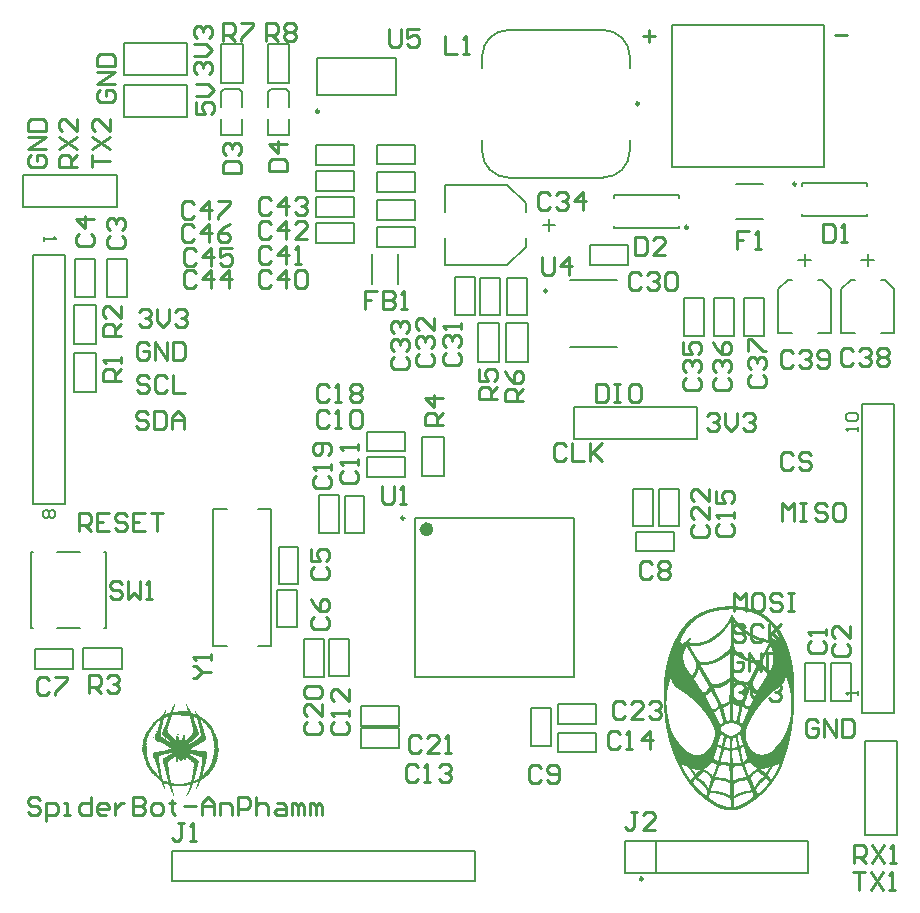
<source format=gto>
G04*
G04 #@! TF.GenerationSoftware,Altium Limited,Altium Designer,24.1.2 (44)*
G04*
G04 Layer_Color=65535*
%FSLAX25Y25*%
%MOIN*%
G70*
G04*
G04 #@! TF.SameCoordinates,9E04AB5A-7F44-4484-A11C-FDF8A6245F59*
G04*
G04*
G04 #@! TF.FilePolarity,Positive*
G04*
G01*
G75*
%ADD10C,0.00984*%
%ADD11C,0.00787*%
%ADD12C,0.02362*%
%ADD13C,0.00600*%
%ADD14C,0.00500*%
%ADD15C,0.01000*%
G36*
X238737Y180518D02*
X238763Y180509D01*
X238867Y180501D01*
X238893Y180492D01*
X239075Y180483D01*
X239101Y180474D01*
X239266Y180466D01*
X239405Y180457D01*
X239700Y180448D01*
X239969Y180440D01*
X239996Y180431D01*
X240104Y180418D01*
X240169Y180405D01*
X240213Y180388D01*
X240321Y180375D01*
X240399Y180366D01*
X240729Y180357D01*
X240825Y180349D01*
X240859Y180340D01*
X240911Y180331D01*
X241011Y180301D01*
X241046Y180292D01*
X241133Y180283D01*
X241324Y180275D01*
X241411Y180266D01*
X241528Y180253D01*
X241580Y180245D01*
X241675Y180210D01*
X241710Y180201D01*
X241754Y180192D01*
X241871Y180179D01*
X242079Y180171D01*
X242105Y180162D01*
X242161Y180149D01*
X242175Y180136D01*
X242218Y180119D01*
X242309Y180106D01*
X242565Y180093D01*
X242665Y180071D01*
X242708Y180053D01*
X242747Y180041D01*
X242782Y180032D01*
X242991Y180006D01*
X243082Y179993D01*
X243125Y179984D01*
X243160Y179975D01*
X243182Y179954D01*
X243216Y179945D01*
X243273Y179932D01*
X243316Y179923D01*
X243386Y179915D01*
X243498Y179906D01*
X243546Y179893D01*
X243603Y179871D01*
X243616Y179858D01*
X243659Y179841D01*
X243746Y179832D01*
X243781Y179823D01*
X243902Y179815D01*
X243980Y179780D01*
X244024Y179763D01*
X244093Y179745D01*
X244154Y179737D01*
X244267Y179728D01*
X244414Y179658D01*
X244501Y179650D01*
X244597Y179641D01*
X244675Y179598D01*
X244718Y179580D01*
X244753Y179572D01*
X244840Y179563D01*
X244875Y179554D01*
X244935Y179546D01*
X244996Y179511D01*
X245022Y179485D01*
X245170Y179467D01*
X245217Y179455D01*
X245261Y179437D01*
X245274Y179424D01*
X245335Y179398D01*
X245491Y179372D01*
X245534Y179329D01*
X245595Y179320D01*
X245621Y179311D01*
X245656Y179303D01*
X245712Y179289D01*
X245747Y179281D01*
X245786Y179268D01*
X245847Y179233D01*
X245890Y179216D01*
X245938Y179203D01*
X245981Y179194D01*
X246025Y179177D01*
X246055Y179155D01*
X246098Y179129D01*
X246133Y179120D01*
X246203Y179112D01*
X246264Y179068D01*
X246289Y179042D01*
X246389Y179029D01*
X246420Y179016D01*
X246437Y178999D01*
X246498Y178964D01*
X246541Y178947D01*
X246611Y178938D01*
X246706Y178886D01*
X246732Y178860D01*
X246832Y178838D01*
X246863Y178816D01*
X246880Y178799D01*
X246936Y178777D01*
X246975Y178764D01*
X247032Y178743D01*
X247062Y178721D01*
X247079Y178703D01*
X247097Y178695D01*
X247140Y178677D01*
X247188Y178665D01*
X247223Y178656D01*
X247314Y178591D01*
X247379Y178578D01*
X247422Y178560D01*
X247453Y178530D01*
X247470Y178521D01*
X247531Y178495D01*
X247600Y178487D01*
X247622Y178465D01*
X247631Y178447D01*
X247661Y178417D01*
X247731Y178400D01*
X247791Y178365D01*
X247852Y178322D01*
X247900Y178308D01*
X247969Y178265D01*
X247982Y178252D01*
X248065Y178222D01*
X248152Y178170D01*
X248165Y178157D01*
X248199Y178148D01*
X248256Y178126D01*
X248286Y178104D01*
X248304Y178087D01*
X248416Y178026D01*
X248434Y178009D01*
X248495Y177983D01*
X248590Y177931D01*
X248616Y177905D01*
X248634Y177896D01*
X248694Y177870D01*
X248755Y177835D01*
X248781Y177809D01*
X248798Y177801D01*
X248859Y177775D01*
X248877Y177766D01*
X248989Y177697D01*
X249007Y177688D01*
X249068Y177644D01*
X249085Y177636D01*
X249102Y177618D01*
X249163Y177584D01*
X249185Y177562D01*
X249193Y177545D01*
X249206Y177532D01*
X249250Y177523D01*
X249328Y177480D01*
X249354Y177453D01*
X249371Y177445D01*
X249454Y177388D01*
X249476Y177367D01*
X249493Y177358D01*
X249571Y177314D01*
X249606Y177280D01*
X249623Y177271D01*
X249706Y177215D01*
X249753Y177167D01*
X249771Y177158D01*
X249832Y177097D01*
X249888Y177076D01*
X249901Y177063D01*
X249918Y177054D01*
X249970Y177002D01*
X249988Y176993D01*
X250066Y176933D01*
X250092Y176907D01*
X250109Y176898D01*
X250127Y176881D01*
X250144Y176872D01*
X250157Y176859D01*
X250166Y176841D01*
X250179Y176828D01*
X250226Y176807D01*
X250235Y176789D01*
X250274Y176750D01*
X250335Y176716D01*
X250361Y176690D01*
X250378Y176681D01*
X250439Y176620D01*
X250457Y176611D01*
X250513Y176555D01*
X250522Y176538D01*
X250595Y176490D01*
X250635Y176451D01*
X250643Y176433D01*
X250695Y176399D01*
X250717Y176377D01*
X250734Y176368D01*
X250747Y176355D01*
X250756Y176338D01*
X250795Y176299D01*
X250813Y176290D01*
X250843Y176260D01*
X250852Y176242D01*
X250891Y176195D01*
X250908Y176186D01*
X250982Y176129D01*
X250986Y176117D01*
X251004Y176108D01*
X251021Y176091D01*
X251038Y176082D01*
X251056Y176064D01*
X251073Y176056D01*
X251095Y176025D01*
X251134Y175986D01*
X251151Y175978D01*
X251190Y175938D01*
X251195Y175926D01*
X251212Y175917D01*
X251229Y175900D01*
X251247Y175891D01*
X251268Y175860D01*
X251329Y175800D01*
X251338Y175782D01*
X251377Y175743D01*
X251394Y175734D01*
X251442Y175687D01*
X251451Y175669D01*
X251572Y175548D01*
X251581Y175531D01*
X251603Y175500D01*
X251663Y175465D01*
X251707Y175413D01*
X251724Y175405D01*
X251746Y175374D01*
X251785Y175327D01*
X251802Y175309D01*
X251820Y175301D01*
X251841Y175279D01*
X251850Y175261D01*
X251889Y175222D01*
X251906Y175214D01*
X251928Y175192D01*
X251937Y175175D01*
X251967Y175153D01*
X251997Y175105D01*
X252037Y175066D01*
X252050Y175062D01*
X252058Y175044D01*
X252093Y175010D01*
X252102Y174992D01*
X252141Y174953D01*
X252158Y174944D01*
X252202Y174875D01*
X252236Y174840D01*
X252254Y174832D01*
X252275Y174810D01*
X252284Y174793D01*
X252301Y174775D01*
X252310Y174758D01*
X252336Y174741D01*
X252345Y174723D01*
X252379Y174688D01*
X252388Y174671D01*
X252401Y174658D01*
X252419Y174649D01*
X252449Y174610D01*
X252458Y174593D01*
X252501Y174549D01*
X252510Y174532D01*
X252549Y174493D01*
X252566Y174484D01*
X252596Y174454D01*
X252605Y174437D01*
X252640Y174402D01*
X252649Y174385D01*
X252675Y174358D01*
X252683Y174341D01*
X252709Y174315D01*
X252718Y174298D01*
X252744Y174272D01*
X252753Y174254D01*
X252796Y174211D01*
X252805Y174194D01*
X252822Y174176D01*
X252831Y174159D01*
X252861Y174137D01*
X252874Y174115D01*
Y174107D01*
X252887Y174085D01*
X252905Y174076D01*
X252953Y174029D01*
X252961Y174011D01*
X253026Y173911D01*
X253044Y173903D01*
X253057Y173890D01*
X253065Y173872D01*
X253083Y173855D01*
X253091Y173838D01*
X253161Y173768D01*
X253169Y173751D01*
X253209Y173703D01*
X253230Y173690D01*
X253239Y173673D01*
X253256Y173655D01*
X253282Y173612D01*
X253322Y173564D01*
X253334Y173551D01*
X253369Y173490D01*
X253413Y173447D01*
X253465Y173352D01*
X253495Y173330D01*
X253508Y173317D01*
X253543Y173256D01*
X253573Y173234D01*
X253586Y173221D01*
X253595Y173187D01*
X253634Y173139D01*
X253673Y173100D01*
X253682Y173082D01*
X253738Y173000D01*
X253768Y172969D01*
X253777Y172952D01*
X253808Y172904D01*
X253825Y172896D01*
X253855Y172865D01*
X253881Y172822D01*
X253916Y172796D01*
X253968Y172700D01*
X254055Y172579D01*
X254077Y172522D01*
X254103Y172496D01*
X254120Y172488D01*
X254151Y172423D01*
X254211Y172362D01*
X254229Y172318D01*
X254272Y172240D01*
X254289Y172223D01*
X254298Y172205D01*
X254315Y172188D01*
X254328Y172140D01*
X254355Y172114D01*
X254372Y172106D01*
X254385Y172093D01*
X254433Y171993D01*
X254450Y171984D01*
X254480Y171954D01*
X254489Y171936D01*
X254541Y171841D01*
X254567Y171815D01*
X254589Y171758D01*
X254624Y171706D01*
X254637Y171693D01*
X254645Y171676D01*
X254680Y171624D01*
X254689Y171607D01*
X254732Y171546D01*
X254758Y171485D01*
X254767Y171450D01*
X254793Y171407D01*
X254823Y171385D01*
X254845Y171363D01*
X254858Y171307D01*
X254884Y171264D01*
X254902Y171255D01*
X254932Y171198D01*
X254958Y171138D01*
X254993Y171077D01*
X255010Y171060D01*
X255149Y170791D01*
X255175Y170764D01*
X255201Y170704D01*
X255218Y170660D01*
X255257Y170613D01*
X255288Y170556D01*
X255296Y170521D01*
X255310Y170474D01*
X255340Y170434D01*
X255348Y170417D01*
X255375Y170391D01*
X255388Y170343D01*
X255409Y170287D01*
X255448Y170239D01*
X255461Y170226D01*
X255474Y170170D01*
X255492Y170126D01*
X255557Y170035D01*
X255570Y169979D01*
X255613Y169909D01*
X255635Y169862D01*
X255674Y169753D01*
X255696Y169723D01*
X255722Y169679D01*
X255739Y169636D01*
X255765Y169549D01*
X255774Y169523D01*
X255787Y169510D01*
X255804Y169501D01*
X255826Y169445D01*
X255843Y169401D01*
X255913Y169254D01*
X255922Y169219D01*
X255943Y169163D01*
X255974Y169132D01*
X255982Y169098D01*
X256008Y169037D01*
X256017Y169002D01*
X256039Y168946D01*
X256052Y168933D01*
X256060Y168915D01*
X256078Y168898D01*
X256095Y168854D01*
X256104Y168776D01*
X256147Y168716D01*
X256165Y168698D01*
X256173Y168664D01*
X256182Y168603D01*
X256195Y168555D01*
X256230Y168512D01*
X256247Y168503D01*
X256269Y168447D01*
X256277Y168377D01*
X256329Y168282D01*
X256364Y168203D01*
X256377Y168130D01*
X256412Y168078D01*
X256434Y168056D01*
X256451Y167986D01*
X256460Y167917D01*
X256468Y167891D01*
X256499Y167834D01*
X256516Y167826D01*
X256529Y167787D01*
X256538Y167717D01*
X256547Y167691D01*
X256625Y167526D01*
X256651Y167405D01*
X256694Y167344D01*
X256712Y167301D01*
X256729Y167231D01*
X256738Y167162D01*
X256772Y167127D01*
X256781Y167110D01*
X256807Y167049D01*
X256816Y166953D01*
X256833Y166936D01*
X256842Y166919D01*
X256885Y166823D01*
X256894Y166788D01*
X256903Y166719D01*
X256920Y166675D01*
X256981Y166545D01*
X256989Y166511D01*
X256998Y166424D01*
X257059Y166328D01*
X257072Y166254D01*
X257081Y166185D01*
X257089Y166150D01*
X257119Y166103D01*
X257154Y166024D01*
X257167Y165925D01*
X257176Y165890D01*
X257193Y165846D01*
X257224Y165816D01*
X257241Y165755D01*
X257258Y165634D01*
X257272Y165586D01*
X257311Y165512D01*
X257337Y165451D01*
X257350Y165325D01*
X257358Y165291D01*
X257371Y165260D01*
X257423Y165148D01*
X257436Y165022D01*
X257445Y164987D01*
X257475Y164939D01*
X257493Y164922D01*
X257510Y164852D01*
X257528Y164679D01*
X257588Y164592D01*
X257601Y164535D01*
X257610Y164492D01*
X257619Y164388D01*
X257627Y164345D01*
X257645Y164301D01*
X257680Y164249D01*
X257688Y164214D01*
X257697Y164162D01*
X257705Y164067D01*
X257714Y164023D01*
X257758Y163954D01*
X257779Y163898D01*
X257788Y163811D01*
X257797Y163707D01*
X257805Y163680D01*
X257814Y163663D01*
X257849Y163602D01*
X257857Y163568D01*
X257866Y163455D01*
X257875Y163420D01*
X257884Y163342D01*
X257918Y163264D01*
X257936Y163220D01*
X257944Y163177D01*
X257953Y163151D01*
X257962Y163090D01*
X257975Y162982D01*
X257983Y162938D01*
X257996Y162890D01*
X258005Y162856D01*
X258040Y162821D01*
X258049Y162734D01*
X258062Y162582D01*
X258070Y162513D01*
X258109Y162448D01*
X258118Y162404D01*
X258135Y162361D01*
X258148Y162174D01*
X258161Y162127D01*
X258170Y162092D01*
X258192Y162035D01*
X258205Y161988D01*
X258213Y161953D01*
X258222Y161892D01*
X258231Y161857D01*
X258239Y161701D01*
X258248Y161675D01*
X258270Y161619D01*
X258287Y161575D01*
X258300Y161527D01*
X258309Y161467D01*
X258326Y161276D01*
X258344Y161154D01*
X258352Y161128D01*
X258383Y161046D01*
X258391Y161011D01*
X258400Y160968D01*
X258409Y160794D01*
X258417Y160690D01*
X258426Y160620D01*
X258435Y160577D01*
X258443Y160525D01*
X258474Y160494D01*
X258491Y160373D01*
X258500Y160164D01*
X258509Y160138D01*
X258517Y160043D01*
X258526Y160017D01*
X258543Y159974D01*
X258556Y159917D01*
X258574Y159822D01*
X258582Y159709D01*
X258591Y159509D01*
X258600Y159431D01*
X258608Y159379D01*
X258634Y159309D01*
X258656Y159236D01*
X258665Y159201D01*
X258674Y158958D01*
X258682Y158871D01*
X258691Y158715D01*
X258699Y158689D01*
X258713Y158632D01*
X258726Y158584D01*
X258734Y158550D01*
X258752Y158402D01*
X258760Y158289D01*
X258773Y158068D01*
X258782Y157964D01*
X258817Y157755D01*
X258825Y157712D01*
X258834Y157625D01*
X258843Y157521D01*
X258860Y157052D01*
X258877Y156861D01*
X258886Y156826D01*
X258899Y156814D01*
X258908Y156683D01*
X258917Y156657D01*
X258925Y156466D01*
X258930Y156445D01*
X258925Y156431D01*
X258934Y156405D01*
X258947Y155759D01*
X258956Y155394D01*
X258964Y155081D01*
X258973Y154847D01*
X258982Y154674D01*
X258990Y154509D01*
X258999Y154352D01*
X259008Y153779D01*
X259003Y153515D01*
X259012Y153489D01*
X259021Y151179D01*
X259012Y151153D01*
X259003Y150042D01*
X258995Y150016D01*
X258986Y149703D01*
X258977Y149677D01*
X258964Y149178D01*
X258956Y148744D01*
X258947Y148484D01*
X258938Y147824D01*
X258930Y147564D01*
X258921Y147338D01*
X258912Y147164D01*
X258904Y147077D01*
X258895Y146999D01*
X258886Y146947D01*
X258877Y146869D01*
X258869Y146782D01*
X258860Y146617D01*
X258852Y146417D01*
X258843Y145905D01*
X258834Y145697D01*
X258825Y145601D01*
X258817Y145558D01*
X258808Y145506D01*
X258795Y145458D01*
X258782Y145341D01*
X258773Y145254D01*
X258765Y145072D01*
X258756Y144681D01*
X258747Y144594D01*
X258730Y144377D01*
X258721Y144325D01*
X258713Y144282D01*
X258704Y144186D01*
X258691Y144147D01*
X258682Y144113D01*
X258674Y143817D01*
X258665Y143583D01*
X258656Y143557D01*
X258643Y143422D01*
X258634Y143388D01*
X258626Y143336D01*
X258608Y143249D01*
X258600Y143171D01*
X258587Y143106D01*
X258595Y143097D01*
X258587Y143071D01*
X258578Y142706D01*
X258569Y142680D01*
X258556Y142580D01*
X258548Y142528D01*
X258530Y142459D01*
X258513Y142372D01*
X258504Y142303D01*
X258495Y142190D01*
X258487Y141973D01*
X258478Y141868D01*
X258470Y141825D01*
X258448Y141803D01*
X258435Y141712D01*
X258426Y141625D01*
X258417Y141530D01*
X258409Y141487D01*
X258400Y141252D01*
X258391Y141174D01*
X258370Y141126D01*
X258361Y141066D01*
X258352Y141039D01*
X258344Y141005D01*
X258326Y140883D01*
X258318Y140692D01*
X258309Y140562D01*
X258300Y140536D01*
X258292Y140475D01*
X258283Y140449D01*
X258257Y140362D01*
X258248Y140328D01*
X258239Y140241D01*
X258231Y140180D01*
X258222Y139954D01*
X258213Y139928D01*
X258196Y139850D01*
X258179Y139833D01*
X258170Y139815D01*
X258161Y139789D01*
X258148Y139690D01*
X258140Y139594D01*
X258131Y139412D01*
X258122Y139368D01*
X258114Y139333D01*
X258083Y139234D01*
X258070Y139177D01*
X258057Y139138D01*
X258049Y138904D01*
X258040Y138878D01*
X258031Y138826D01*
X258014Y138808D01*
X258005Y138748D01*
X257988Y138704D01*
X257970Y138635D01*
X257962Y138496D01*
X257953Y138366D01*
X257944Y138339D01*
X257909Y138227D01*
X257884Y138131D01*
X257875Y138070D01*
X257866Y137984D01*
X257857Y137845D01*
X257823Y137767D01*
X257797Y137680D01*
X257788Y137619D01*
X257779Y137445D01*
X257771Y137419D01*
X257740Y137337D01*
X257719Y137280D01*
X257710Y137246D01*
X257701Y137185D01*
X257693Y137072D01*
X257680Y136990D01*
X257671Y136955D01*
X257640Y136881D01*
X257632Y136846D01*
X257623Y136785D01*
X257614Y136751D01*
X257606Y136638D01*
X257593Y136556D01*
X257584Y136512D01*
X257562Y136490D01*
X257554Y136456D01*
X257528Y136369D01*
X257519Y136308D01*
X257510Y136195D01*
X257497Y136113D01*
X257484Y136082D01*
X257441Y135987D01*
X257419Y135800D01*
X257410Y135748D01*
X257384Y135679D01*
X257367Y135635D01*
X257354Y135588D01*
X257345Y135553D01*
X257332Y135409D01*
X257324Y135366D01*
X257297Y135314D01*
X257258Y135223D01*
X257250Y135110D01*
X257241Y135006D01*
X257232Y134980D01*
X257198Y134919D01*
X257180Y134876D01*
X257163Y134815D01*
X257154Y134667D01*
X257085Y134520D01*
X257076Y134459D01*
X257063Y134342D01*
X257054Y134298D01*
X257015Y134207D01*
X256989Y134120D01*
X256981Y133982D01*
X256963Y133938D01*
X256955Y133921D01*
X256937Y133903D01*
X256903Y133791D01*
X256890Y133673D01*
X256881Y133630D01*
X256850Y133582D01*
X256816Y133504D01*
X256807Y133469D01*
X256798Y133330D01*
X256755Y133252D01*
X256729Y133192D01*
X256720Y133131D01*
X256712Y133018D01*
X256651Y132888D01*
X256638Y132831D01*
X256629Y132779D01*
X256620Y132710D01*
X256612Y132675D01*
X256547Y132549D01*
X256538Y132488D01*
X256521Y132375D01*
X256468Y132289D01*
X256460Y132254D01*
X256447Y132128D01*
X256438Y132093D01*
X256382Y131985D01*
X256364Y131881D01*
X256356Y131846D01*
X256347Y131794D01*
X256295Y131681D01*
X256286Y131646D01*
X256269Y131542D01*
X256260Y131499D01*
X256243Y131481D01*
X256225Y131438D01*
X256217Y131421D01*
X256191Y131360D01*
X256182Y131325D01*
X256173Y131238D01*
X256130Y131169D01*
X256121Y131151D01*
X256113Y131125D01*
X256095Y131021D01*
X256082Y130965D01*
X256034Y130865D01*
X256026Y130848D01*
X256008Y130804D01*
X256000Y130691D01*
X255965Y130631D01*
X255930Y130578D01*
X255913Y130431D01*
X255891Y130374D01*
X255861Y130327D01*
X255835Y130266D01*
X255826Y130231D01*
X255817Y130136D01*
X255791Y130110D01*
X255783Y130084D01*
X255757Y130023D01*
X255744Y129949D01*
X255704Y129841D01*
X255678Y129814D01*
X255661Y129693D01*
X255652Y129658D01*
X255631Y129602D01*
X255600Y129563D01*
X255592Y129528D01*
X255574Y129484D01*
X255566Y129450D01*
X255557Y129380D01*
X255479Y129215D01*
X255466Y129124D01*
X255457Y129089D01*
X255418Y129024D01*
X255409Y129007D01*
X255392Y128964D01*
X255383Y128903D01*
X255375Y128868D01*
X255366Y128825D01*
X255348Y128807D01*
X255331Y128764D01*
X255323Y128747D01*
X255305Y128703D01*
X255296Y128668D01*
X255283Y128612D01*
X255227Y128512D01*
X255210Y128469D01*
X255197Y128395D01*
X255188Y128352D01*
X255171Y128308D01*
X255140Y128278D01*
X255123Y128217D01*
X255114Y128156D01*
X255105Y128130D01*
X255097Y128078D01*
X255079Y128061D01*
X255071Y128043D01*
X255045Y127983D01*
X255010Y127844D01*
X254988Y127822D01*
X254971Y127813D01*
X254958Y127766D01*
X254945Y127709D01*
X254936Y127674D01*
X254927Y127631D01*
X254910Y127588D01*
X254862Y127540D01*
X254854Y127505D01*
X254841Y127405D01*
X254832Y127371D01*
X254810Y127340D01*
X254784Y127314D01*
X254767Y127271D01*
X254758Y127210D01*
X254745Y127162D01*
X254724Y127140D01*
X254715Y127123D01*
X254680Y127045D01*
X254667Y126963D01*
X254654Y126932D01*
X254615Y126884D01*
X254585Y126811D01*
X254576Y126741D01*
X254533Y126663D01*
X254515Y126646D01*
X254498Y126585D01*
X254480Y126515D01*
X254472Y126498D01*
X254450Y126476D01*
X254437Y126472D01*
X254428Y126437D01*
X254415Y126390D01*
X254407Y126355D01*
X254385Y126298D01*
X254342Y126238D01*
X254324Y126194D01*
X254311Y126120D01*
X254294Y126077D01*
X254272Y126055D01*
X254263Y126038D01*
X254237Y125977D01*
X254216Y125921D01*
X254172Y125851D01*
X254151Y125830D01*
X254142Y125795D01*
X254133Y125743D01*
X254064Y125639D01*
X254055Y125604D01*
X254033Y125548D01*
X254020Y125517D01*
X253977Y125474D01*
X253968Y125439D01*
X253955Y125383D01*
X253938Y125339D01*
X253903Y125287D01*
X253881Y125265D01*
X253864Y125205D01*
X253855Y125179D01*
X253834Y125157D01*
X253816Y125148D01*
X253803Y125135D01*
X253790Y125079D01*
X253773Y125035D01*
X253738Y124983D01*
X253716Y124961D01*
X253695Y124905D01*
X253686Y124870D01*
X253673Y124840D01*
X253660Y124827D01*
X253643Y124818D01*
X253630Y124805D01*
X253608Y124749D01*
X253569Y124675D01*
X253525Y124632D01*
X253512Y124584D01*
X253504Y124549D01*
X253491Y124519D01*
X253456Y124484D01*
X253434Y124428D01*
X253369Y124337D01*
X253317Y124241D01*
X253282Y124180D01*
X253248Y124145D01*
X253235Y124098D01*
X253200Y124046D01*
X253183Y124037D01*
X253131Y123933D01*
X253091Y123894D01*
X253074Y123850D01*
X253048Y123807D01*
X253031Y123790D01*
X253022Y123755D01*
X253005Y123737D01*
X252953Y123642D01*
X252935Y123625D01*
X252926Y123607D01*
X252909Y123590D01*
X252900Y123573D01*
X252870Y123507D01*
X252853Y123499D01*
X252822Y123477D01*
X252801Y123421D01*
X252770Y123373D01*
X252744Y123347D01*
X252735Y123329D01*
X252683Y123234D01*
X252649Y123199D01*
X252588Y123086D01*
X252544Y123043D01*
X252523Y122986D01*
X252505Y122960D01*
X252488Y122952D01*
X252466Y122930D01*
X252414Y122835D01*
X252379Y122800D01*
X252366Y122752D01*
X252345Y122730D01*
X252336Y122713D01*
X252310Y122687D01*
X252301Y122670D01*
X252284Y122652D01*
X252249Y122591D01*
X252197Y122539D01*
X252180Y122496D01*
X252145Y122435D01*
X252110Y122400D01*
X252067Y122322D01*
X252024Y122279D01*
X252015Y122262D01*
X251950Y122162D01*
X251937Y122157D01*
X251893Y122079D01*
X251841Y122027D01*
X251798Y121949D01*
X251746Y121897D01*
X251733Y121849D01*
X251707Y121823D01*
X251689Y121815D01*
X251676Y121801D01*
X251655Y121745D01*
X251642Y121732D01*
X251633Y121715D01*
X251581Y121663D01*
X251572Y121645D01*
X251555Y121628D01*
X251546Y121610D01*
X251477Y121541D01*
X251451Y121498D01*
X251416Y121463D01*
X251407Y121428D01*
X251364Y121367D01*
X251355Y121350D01*
X251338Y121333D01*
X251329Y121315D01*
X251294Y121281D01*
X251286Y121263D01*
X251268Y121246D01*
X251260Y121229D01*
X251221Y121181D01*
X251182Y121142D01*
X251173Y121124D01*
X251155Y121107D01*
X251147Y121090D01*
X251112Y121055D01*
X251103Y121037D01*
X251064Y120990D01*
X251043Y120968D01*
X251034Y120951D01*
X250986Y120886D01*
X250969Y120877D01*
X250956Y120864D01*
X250947Y120847D01*
X250930Y120829D01*
X250921Y120812D01*
X250904Y120794D01*
X250895Y120777D01*
X250882Y120755D01*
X250865Y120747D01*
X250813Y120660D01*
X250791Y120638D01*
X250782Y120621D01*
X250726Y120564D01*
X250713Y120560D01*
X250704Y120543D01*
X250687Y120525D01*
X250678Y120508D01*
X250665Y120486D01*
X250648Y120478D01*
X250613Y120425D01*
X250583Y120395D01*
X250574Y120378D01*
X250548Y120352D01*
X250539Y120334D01*
X250504Y120300D01*
X250496Y120282D01*
X250426Y120213D01*
X250417Y120195D01*
X250387Y120156D01*
X250370Y120148D01*
X250348Y120126D01*
X250331Y120083D01*
X250313Y120065D01*
X250305Y120048D01*
X250131Y119874D01*
X250109Y119835D01*
X250092Y119826D01*
X250062Y119796D01*
X250036Y119753D01*
X249957Y119675D01*
X249949Y119657D01*
X249931Y119640D01*
X249923Y119623D01*
X249901Y119601D01*
X249884Y119592D01*
X249853Y119570D01*
X249845Y119553D01*
X249810Y119518D01*
X249801Y119501D01*
X249771Y119479D01*
X249749Y119457D01*
X249740Y119423D01*
X249719Y119401D01*
X249706Y119397D01*
X249701Y119384D01*
X249684Y119375D01*
X249627Y119319D01*
X249619Y119301D01*
X249584Y119266D01*
X249580Y119254D01*
X249536Y119228D01*
X249523Y119214D01*
X249489Y119154D01*
X249367Y119032D01*
X249358Y119015D01*
X249315Y118971D01*
X249306Y118954D01*
X249285Y118932D01*
X249267Y118924D01*
X249237Y118893D01*
X249228Y118876D01*
X249094Y118741D01*
X249076Y118733D01*
X249046Y118702D01*
X249037Y118685D01*
X248790Y118438D01*
X248772Y118429D01*
X248716Y118372D01*
X248707Y118355D01*
X248677Y118325D01*
X248659Y118316D01*
X248555Y118212D01*
X248538Y118203D01*
X248525Y118190D01*
X248516Y118173D01*
X248495Y118151D01*
X248456Y118129D01*
X248447Y118112D01*
X248408Y118064D01*
X248390Y118055D01*
X248364Y118029D01*
X248347Y118021D01*
X248243Y117917D01*
X248199Y117891D01*
X248178Y117860D01*
X248156Y117839D01*
X248139Y117830D01*
X248113Y117804D01*
X248095Y117795D01*
X248082Y117782D01*
X248074Y117765D01*
X248060Y117752D01*
X248043Y117743D01*
X247995Y117704D01*
X247904Y117613D01*
X247887Y117604D01*
X247839Y117565D01*
X247817Y117535D01*
X247774Y117509D01*
X247744Y117478D01*
X247735Y117461D01*
X247696Y117422D01*
X247678Y117413D01*
X247657Y117383D01*
X247626Y117352D01*
X247609Y117344D01*
X247531Y117283D01*
X247488Y117239D01*
X247444Y117213D01*
X247422Y117183D01*
X247409Y117170D01*
X247349Y117135D01*
X247288Y117075D01*
X247270Y117066D01*
X247257Y117053D01*
X247249Y117035D01*
X247201Y117005D01*
X247153Y116966D01*
X247123Y116944D01*
X247101Y116914D01*
X247088Y116901D01*
X247071Y116892D01*
X247010Y116849D01*
X246984Y116823D01*
X246967Y116814D01*
X246936Y116784D01*
X246928Y116766D01*
X246906Y116745D01*
X246888Y116736D01*
X246828Y116692D01*
X246815Y116680D01*
X246810Y116666D01*
X246793Y116658D01*
X246732Y116623D01*
X246698Y116588D01*
X246680Y116580D01*
X246663Y116562D01*
X246602Y116528D01*
X246580Y116506D01*
X246572Y116489D01*
X246541Y116458D01*
X246515Y116449D01*
X246489Y116423D01*
X246428Y116389D01*
X246411Y116371D01*
X246394Y116363D01*
X246368Y116337D01*
X246350Y116328D01*
X246316Y116293D01*
X246298Y116285D01*
X246281Y116267D01*
X246264Y116258D01*
X246246Y116241D01*
X246203Y116215D01*
X246168Y116180D01*
X246151Y116172D01*
X246120Y116141D01*
X246116Y116128D01*
X246098Y116120D01*
X246081Y116102D01*
X246020Y116076D01*
X246003Y116068D01*
X245934Y115998D01*
X245916Y115989D01*
X245855Y115946D01*
X245829Y115920D01*
X245795Y115911D01*
X245756Y115881D01*
X245747Y115863D01*
X245725Y115842D01*
X245669Y115820D01*
X245617Y115777D01*
X245586Y115746D01*
X245530Y115725D01*
X245504Y115699D01*
X245495Y115681D01*
X245482Y115668D01*
X245421Y115633D01*
X245335Y115573D01*
X245291Y115555D01*
X245274Y115547D01*
X245243Y115516D01*
X245239Y115503D01*
X245222Y115495D01*
X245178Y115477D01*
X245161Y115468D01*
X245139Y115455D01*
X245131Y115438D01*
X245117Y115425D01*
X245100Y115416D01*
X245039Y115373D01*
X244979Y115338D01*
X244953Y115312D01*
X244935Y115304D01*
X244918Y115286D01*
X244840Y115243D01*
X244814Y115217D01*
X244770Y115199D01*
X244753Y115191D01*
X244701Y115139D01*
X244623Y115095D01*
X244575Y115056D01*
X244562Y115043D01*
X244466Y114991D01*
X244423Y114948D01*
X244406Y114939D01*
X244388Y114921D01*
X244328Y114887D01*
X244293Y114852D01*
X244197Y114800D01*
X244163Y114765D01*
X244145Y114757D01*
X244063Y114700D01*
X243967Y114639D01*
X243937Y114618D01*
X243911Y114592D01*
X243850Y114557D01*
X243833Y114540D01*
X243815Y114531D01*
X243798Y114514D01*
X243707Y114466D01*
X243698Y114448D01*
X243685Y114435D01*
X243668Y114427D01*
X243546Y114340D01*
X243529Y114331D01*
X243407Y114244D01*
X243390Y114236D01*
X243329Y114201D01*
X243295Y114166D01*
X243199Y114114D01*
X243186Y114101D01*
X243177Y114084D01*
X243156Y114062D01*
X243108Y114049D01*
X243095Y114036D01*
X243077Y114027D01*
X243043Y113993D01*
X242947Y113941D01*
X242904Y113897D01*
X242886Y113888D01*
X242843Y113871D01*
X242808Y113862D01*
X242791Y113845D01*
X242774Y113836D01*
X242747Y113810D01*
X242730Y113802D01*
X242635Y113750D01*
X242574Y113706D01*
X242505Y113680D01*
X242409Y113619D01*
X242322Y113585D01*
X242305Y113576D01*
X242279Y113550D01*
X242261Y113541D01*
X242218Y113524D01*
X242183Y113515D01*
X242105Y113472D01*
X242088Y113454D01*
X242027Y113428D01*
X241979Y113415D01*
X241949Y113394D01*
X241923Y113368D01*
X241862Y113341D01*
X241793Y113333D01*
X241732Y113289D01*
X241654Y113255D01*
X241619Y113246D01*
X241528Y113233D01*
X241506Y113194D01*
X241445Y113168D01*
X241333Y113151D01*
X241315Y113133D01*
X241298Y113125D01*
X241280Y113107D01*
X241237Y113090D01*
X241094Y113059D01*
X240968Y112994D01*
X240907Y112986D01*
X240825Y112973D01*
X240781Y112955D01*
X240725Y112916D01*
X240668Y112903D01*
X240590Y112894D01*
X240516Y112881D01*
X240395Y112829D01*
X240360Y112821D01*
X240299Y112812D01*
X240213Y112803D01*
X240169Y112795D01*
X240048Y112742D01*
X239978Y112725D01*
X239865Y112716D01*
X239778Y112708D01*
X239744Y112699D01*
X239648Y112656D01*
X239587Y112638D01*
X239449Y112630D01*
X239292Y112621D01*
X239266Y112612D01*
X239184Y112599D01*
X239171Y112586D01*
X239136Y112577D01*
X239071Y112565D01*
X239023Y112551D01*
X238884Y112543D01*
X238607Y112534D01*
X238580Y112525D01*
X238502Y112517D01*
X238476Y112508D01*
X238376Y112495D01*
X238298Y112486D01*
X238042Y112473D01*
X237982Y112465D01*
X237621Y112460D01*
X237404Y112469D01*
X237248Y112478D01*
X237235Y112482D01*
X237209Y112473D01*
X237183Y112482D01*
X237122Y112491D01*
X237053Y112499D01*
X237027Y112508D01*
X236957Y112525D01*
X236870Y112534D01*
X236705Y112543D01*
X236445Y112551D01*
X236419Y112560D01*
X236345Y112573D01*
X236219Y112612D01*
X236028Y112630D01*
X235907Y112638D01*
X235881Y112647D01*
X235833Y112660D01*
X235811Y112682D01*
X235724Y112708D01*
X235690Y112716D01*
X235551Y112725D01*
X235525Y112734D01*
X235490Y112742D01*
X235464Y112751D01*
X235420Y112760D01*
X235325Y112803D01*
X235212Y112812D01*
X235160Y112821D01*
X235134Y112829D01*
X235099Y112838D01*
X235082Y112855D01*
X235065Y112864D01*
X235021Y112881D01*
X234939Y112894D01*
X234860Y112903D01*
X234817Y112920D01*
X234722Y112964D01*
X234674Y112977D01*
X234600Y112990D01*
X234531Y113007D01*
X234500Y113029D01*
X234483Y113046D01*
X234448Y113055D01*
X234405Y113072D01*
X234318Y113081D01*
X234283Y113090D01*
X234222Y113125D01*
X234205Y113142D01*
X234136Y113159D01*
X234062Y113172D01*
X234027Y113181D01*
X233997Y113203D01*
X233945Y113237D01*
X233840Y113255D01*
X233797Y113263D01*
X233710Y113324D01*
X233654Y113337D01*
X233619Y113346D01*
X233576Y113363D01*
X233511Y113394D01*
X233485Y113420D01*
X233415Y113428D01*
X233333Y113467D01*
X233328Y113480D01*
X233311Y113489D01*
X233250Y113515D01*
X233181Y113541D01*
X233168Y113554D01*
X233159Y113572D01*
X233046Y113615D01*
X232977Y113658D01*
X232877Y113706D01*
X232846Y113719D01*
X232838Y113736D01*
X232816Y113758D01*
X232768Y113771D01*
X232755Y113784D01*
X232738Y113793D01*
X232690Y113832D01*
X232677Y113845D01*
X232634Y113862D01*
X232577Y113884D01*
X232547Y113906D01*
X232499Y113945D01*
X232456Y113962D01*
X232425Y113984D01*
X232339Y114045D01*
X232260Y114088D01*
X232208Y114140D01*
X232161Y114153D01*
X232113Y114184D01*
X232087Y114210D01*
X232069Y114218D01*
X231987Y114275D01*
X231974Y114288D01*
X231861Y114349D01*
X231839Y114379D01*
X231826Y114392D01*
X231792Y114401D01*
X231731Y114435D01*
X231696Y114470D01*
X231679Y114479D01*
X231601Y114522D01*
X231566Y114557D01*
X231549Y114566D01*
X231488Y114592D01*
X231427Y114626D01*
X231410Y114644D01*
X231392Y114652D01*
X231375Y114670D01*
X231358Y114678D01*
X231340Y114696D01*
X231323Y114705D01*
X231288Y114739D01*
X231180Y114796D01*
X231171Y114813D01*
X231149Y114835D01*
X231115Y114843D01*
X231067Y114882D01*
X231036Y114913D01*
X231019Y114921D01*
X230967Y114956D01*
X230949Y114965D01*
X230902Y115004D01*
X230889Y115017D01*
X230811Y115060D01*
X230793Y115078D01*
X230776Y115086D01*
X230750Y115112D01*
X230732Y115121D01*
X230672Y115156D01*
X230646Y115182D01*
X230628Y115191D01*
X230611Y115208D01*
X230594Y115217D01*
X230576Y115234D01*
X230559Y115243D01*
X230533Y115269D01*
X230498Y115277D01*
X230455Y115304D01*
X230403Y115356D01*
X230385Y115364D01*
X230277Y115438D01*
X230255Y115468D01*
X230186Y115486D01*
X230164Y115507D01*
X230155Y115525D01*
X230134Y115547D01*
X230099Y115555D01*
X229977Y115642D01*
X229917Y115677D01*
X229882Y115711D01*
X229864Y115720D01*
X229838Y115746D01*
X229821Y115755D01*
X229773Y115794D01*
X229743Y115824D01*
X229708Y115833D01*
X229647Y115876D01*
X229621Y115902D01*
X229604Y115911D01*
X229560Y115955D01*
X229500Y115989D01*
X229439Y116033D01*
X229396Y116076D01*
X229317Y116120D01*
X229274Y116163D01*
X229257Y116172D01*
X229183Y116219D01*
X229174Y116237D01*
X229161Y116258D01*
X229118Y116276D01*
X229100Y116285D01*
X229048Y116337D01*
X229031Y116345D01*
X228979Y116380D01*
X228961Y116389D01*
X228901Y116449D01*
X228857Y116467D01*
X228836Y116489D01*
X228827Y116506D01*
X228814Y116528D01*
X228766Y116541D01*
X228736Y116562D01*
X228649Y116623D01*
X228632Y116632D01*
X228545Y116719D01*
X228527Y116727D01*
X228501Y116753D01*
X228484Y116762D01*
X228441Y116805D01*
X228423Y116814D01*
X228376Y116853D01*
X228337Y116892D01*
X228319Y116901D01*
X228271Y116940D01*
X228215Y116996D01*
X228171Y117022D01*
X228150Y117053D01*
X228137Y117066D01*
X228093Y117092D01*
X228072Y117114D01*
X228063Y117131D01*
X228050Y117144D01*
X227989Y117179D01*
X227920Y117248D01*
X227902Y117257D01*
X227855Y117296D01*
X227837Y117313D01*
X227833Y117326D01*
X227816Y117335D01*
X227768Y117374D01*
X227711Y117430D01*
X227694Y117439D01*
X227664Y117470D01*
X227655Y117487D01*
X227633Y117509D01*
X227616Y117517D01*
X227599Y117535D01*
X227586Y117539D01*
X227577Y117556D01*
X227520Y117613D01*
X227503Y117621D01*
X227468Y117665D01*
X227429Y117686D01*
X227421Y117704D01*
X227243Y117882D01*
X227230Y117886D01*
X227221Y117904D01*
X227156Y117969D01*
X227138Y117977D01*
X227091Y118016D01*
X226978Y118129D01*
X226969Y118147D01*
X226939Y118168D01*
X226926Y118181D01*
X226917Y118199D01*
X226895Y118220D01*
X226878Y118229D01*
X226800Y118307D01*
X226782Y118316D01*
X226752Y118346D01*
X226743Y118364D01*
X226704Y118403D01*
X226687Y118411D01*
X226674Y118424D01*
X226665Y118442D01*
X226626Y118490D01*
X226609Y118498D01*
X226539Y118568D01*
X226522Y118576D01*
X226509Y118589D01*
X226483Y118633D01*
X226435Y118663D01*
X226396Y118702D01*
X226388Y118720D01*
X226366Y118741D01*
X226348Y118750D01*
X226270Y118828D01*
X226253Y118837D01*
X226218Y118889D01*
X226162Y118945D01*
X226153Y118963D01*
X226123Y118993D01*
X226105Y119002D01*
X226084Y119024D01*
X226075Y119041D01*
X226036Y119080D01*
X226019Y119089D01*
X226006Y119102D01*
X225997Y119119D01*
X225979Y119136D01*
X225971Y119154D01*
X225949Y119175D01*
X225932Y119184D01*
X225884Y119232D01*
X225875Y119249D01*
X225854Y119280D01*
X225836Y119288D01*
X225684Y119440D01*
X225663Y119479D01*
X225619Y119505D01*
X225598Y119527D01*
X225589Y119544D01*
X225511Y119623D01*
X225502Y119640D01*
X225472Y119661D01*
X225441Y119692D01*
X225432Y119709D01*
X225415Y119727D01*
X225411Y119740D01*
X225394Y119748D01*
X225354Y119787D01*
X225346Y119805D01*
X225324Y119826D01*
X225307Y119835D01*
X225276Y119866D01*
X225250Y119909D01*
X225229Y119931D01*
X225211Y119939D01*
X225172Y119978D01*
X225163Y119996D01*
X225103Y120056D01*
X225094Y120074D01*
X225059Y120109D01*
X225051Y120126D01*
X224998Y120178D01*
X224972Y120221D01*
X224894Y120300D01*
X224886Y120317D01*
X224864Y120339D01*
X224851Y120343D01*
X224842Y120360D01*
X224812Y120417D01*
X224795Y120425D01*
X224764Y120447D01*
X224755Y120465D01*
X224729Y120491D01*
X224721Y120508D01*
X224686Y120543D01*
X224677Y120560D01*
X224608Y120630D01*
X224599Y120647D01*
X224582Y120664D01*
X224573Y120682D01*
X224556Y120699D01*
X224547Y120716D01*
X224534Y120738D01*
X224517Y120747D01*
X224504Y120760D01*
X224495Y120777D01*
X224478Y120794D01*
X224469Y120812D01*
X224426Y120855D01*
X224399Y120899D01*
X224360Y120946D01*
X224347Y120959D01*
X224339Y120977D01*
X224304Y121011D01*
X224295Y121029D01*
X224269Y121055D01*
X224261Y121072D01*
X224243Y121090D01*
X224235Y121107D01*
X224191Y121150D01*
X224182Y121168D01*
X224139Y121211D01*
X224130Y121229D01*
X224048Y121337D01*
X224013Y121389D01*
X223961Y121476D01*
X223931Y121506D01*
X223896Y121567D01*
X223883Y121580D01*
X223866Y121589D01*
X223835Y121645D01*
X223827Y121663D01*
X223805Y121684D01*
X223787Y121693D01*
X223774Y121706D01*
X223766Y121723D01*
X223722Y121784D01*
X223714Y121801D01*
X223670Y121845D01*
X223657Y121893D01*
X223601Y121949D01*
X223592Y121967D01*
X223549Y122045D01*
X223536Y122066D01*
X223518Y122075D01*
X223505Y122088D01*
X223466Y122162D01*
X223449Y122170D01*
X223418Y122201D01*
X223410Y122236D01*
X223392Y122253D01*
X223366Y122296D01*
X223349Y122314D01*
X223340Y122331D01*
X223323Y122348D01*
X223314Y122366D01*
X223297Y122383D01*
X223288Y122400D01*
X223271Y122444D01*
X223262Y122470D01*
X223228Y122505D01*
X223206Y122561D01*
X223149Y122618D01*
X223141Y122635D01*
X223106Y122696D01*
X223089Y122713D01*
X223080Y122730D01*
X223054Y122756D01*
X223037Y122800D01*
X223024Y122830D01*
X223006Y122839D01*
X222984Y122861D01*
X222915Y122991D01*
X222898Y123008D01*
X222889Y123026D01*
X222871Y123043D01*
X222828Y123121D01*
X222815Y123134D01*
X222802Y123138D01*
X222793Y123156D01*
X222741Y123251D01*
X222707Y123286D01*
X222646Y123399D01*
X222620Y123425D01*
X222611Y123442D01*
X222550Y123555D01*
X222524Y123581D01*
X222507Y123625D01*
X222481Y123668D01*
X222438Y123729D01*
X222420Y123772D01*
X222411Y123807D01*
X222390Y123829D01*
X222372Y123837D01*
X222359Y123850D01*
X222316Y123928D01*
X222281Y123980D01*
X222194Y124145D01*
X222168Y124171D01*
X222138Y124254D01*
X222090Y124293D01*
X222073Y124337D01*
X222051Y124393D01*
X222029Y124423D01*
X222012Y124441D01*
X222003Y124458D01*
X221986Y124475D01*
X221969Y124519D01*
X221943Y124562D01*
X221899Y124606D01*
X221890Y124640D01*
X221878Y124688D01*
X221856Y124718D01*
X221812Y124762D01*
X221795Y124805D01*
X221752Y124883D01*
X221708Y124944D01*
X221695Y125001D01*
X221665Y125048D01*
X221639Y125074D01*
X221621Y125118D01*
X221613Y125153D01*
X221574Y125200D01*
X221561Y125213D01*
X221517Y125309D01*
X221509Y125344D01*
X221465Y125387D01*
X221457Y125404D01*
X221422Y125491D01*
X221378Y125552D01*
X221309Y125682D01*
X221266Y125743D01*
X221252Y125817D01*
X221222Y125847D01*
X221213Y125864D01*
X221196Y125882D01*
X221187Y125899D01*
X221153Y125986D01*
X221127Y126012D01*
X221118Y126029D01*
X221092Y126090D01*
X221083Y126125D01*
X221057Y126168D01*
X221031Y126194D01*
X221014Y126238D01*
X220979Y126316D01*
X220944Y126377D01*
X220910Y126429D01*
X220897Y126485D01*
X220870Y126537D01*
X220849Y126559D01*
X220831Y126602D01*
X220818Y126659D01*
X220797Y126689D01*
X220766Y126711D01*
X220745Y126750D01*
X220736Y126785D01*
X220714Y126841D01*
X220671Y126910D01*
X220658Y126924D01*
X220640Y126967D01*
X220619Y127023D01*
X220554Y127114D01*
X220541Y127188D01*
X220523Y127232D01*
X220501Y127262D01*
X220476Y127305D01*
X220445Y127388D01*
X220432Y127401D01*
X220423Y127418D01*
X220389Y127470D01*
X220380Y127505D01*
X220371Y127531D01*
X220358Y127579D01*
X220345Y127592D01*
X220337Y127609D01*
X220319Y127627D01*
X220310Y127644D01*
X220267Y127740D01*
X220250Y127809D01*
X220215Y127826D01*
X220198Y127896D01*
X220176Y127952D01*
X220137Y127991D01*
X220102Y128078D01*
X220085Y128148D01*
X220041Y128191D01*
X220015Y128287D01*
X219994Y128343D01*
X219963Y128373D01*
X219955Y128391D01*
X219937Y128434D01*
X219920Y128512D01*
X219850Y128616D01*
X219842Y128651D01*
X219833Y128712D01*
X219794Y128760D01*
X219781Y128773D01*
X219772Y128807D01*
X219755Y128851D01*
X219742Y128916D01*
X219711Y128964D01*
X219677Y129016D01*
X219668Y129051D01*
X219651Y129094D01*
X219642Y129146D01*
X219612Y129176D01*
X219599Y129181D01*
X219590Y129215D01*
X219573Y129259D01*
X219560Y129315D01*
X219551Y129350D01*
X219520Y129398D01*
X219503Y129415D01*
X219495Y129476D01*
X219486Y129511D01*
X219451Y129571D01*
X219425Y129597D01*
X219416Y129632D01*
X219382Y129710D01*
X219356Y129771D01*
X219347Y129806D01*
X219321Y129832D01*
X219312Y129867D01*
X219299Y129932D01*
X219282Y129975D01*
X219269Y129988D01*
X219260Y130005D01*
X219217Y130101D01*
X219208Y130170D01*
X219173Y130222D01*
X219165Y130240D01*
X219139Y130301D01*
X219117Y130392D01*
X219095Y130439D01*
X219069Y130483D01*
X219052Y130500D01*
X219039Y130583D01*
X219030Y130617D01*
X218978Y130704D01*
X218956Y130761D01*
X218934Y130852D01*
X218921Y130882D01*
X218887Y130934D01*
X218869Y130978D01*
X218848Y131069D01*
X218796Y131156D01*
X218783Y131195D01*
X218770Y131251D01*
X218761Y131286D01*
X218744Y131329D01*
X218687Y131438D01*
X218678Y131499D01*
X218670Y131568D01*
X218626Y131629D01*
X218618Y131664D01*
X218600Y131707D01*
X218574Y131828D01*
X218540Y131863D01*
X218522Y131907D01*
X218513Y131941D01*
X218500Y132024D01*
X218487Y132054D01*
X218444Y132115D01*
X218427Y132176D01*
X218418Y132237D01*
X218340Y132401D01*
X218331Y132436D01*
X218322Y132506D01*
X218305Y132549D01*
X218270Y132610D01*
X218253Y132653D01*
X218236Y132723D01*
X218227Y132783D01*
X218210Y132827D01*
X218184Y132853D01*
X218166Y132914D01*
X218158Y132948D01*
X218149Y133035D01*
X218079Y133165D01*
X218071Y133192D01*
X218062Y133252D01*
X218040Y133343D01*
X218023Y133387D01*
X218010Y133400D01*
X218001Y133417D01*
X217984Y133461D01*
X217975Y133495D01*
X217967Y133556D01*
X217953Y133604D01*
X217897Y133712D01*
X217888Y133747D01*
X217880Y133834D01*
X217858Y133890D01*
X217836Y133921D01*
X217810Y133982D01*
X217802Y134016D01*
X217789Y134090D01*
X217776Y134155D01*
X217758Y134172D01*
X217728Y134255D01*
X217715Y134294D01*
X217706Y134355D01*
X217693Y134437D01*
X217684Y134472D01*
X217654Y134511D01*
X217628Y134598D01*
X217619Y134633D01*
X217611Y134693D01*
X217593Y134763D01*
X217580Y134810D01*
X217550Y134841D01*
X217532Y134945D01*
X217524Y134980D01*
X217511Y135062D01*
X217459Y135149D01*
X217446Y135197D01*
X217433Y135323D01*
X217424Y135357D01*
X217411Y135388D01*
X217385Y135414D01*
X217359Y135475D01*
X217350Y135535D01*
X217341Y135648D01*
X217272Y135796D01*
X217263Y135883D01*
X217250Y135965D01*
X217242Y136000D01*
X217198Y136069D01*
X217177Y136126D01*
X217168Y136299D01*
X217107Y136430D01*
X217090Y136534D01*
X217081Y136638D01*
X217012Y136785D01*
X216999Y136842D01*
X216990Y136963D01*
X216981Y137007D01*
X216964Y137050D01*
X216925Y137142D01*
X216907Y137263D01*
X216899Y137298D01*
X216890Y137385D01*
X216873Y137428D01*
X216864Y137463D01*
X216829Y137541D01*
X216812Y137749D01*
X216803Y137775D01*
X216786Y137819D01*
X216751Y137853D01*
X216742Y137949D01*
X216734Y137975D01*
X216725Y138062D01*
X216716Y138096D01*
X216708Y138157D01*
X216690Y138201D01*
X216682Y138235D01*
X216664Y138279D01*
X216647Y138339D01*
X216638Y138426D01*
X216630Y138539D01*
X216621Y138565D01*
X216612Y138600D01*
X216569Y138696D01*
X216551Y138800D01*
X216539Y138969D01*
X216530Y139021D01*
X216512Y139064D01*
X216499Y139103D01*
X216486Y139151D01*
X216473Y139164D01*
X216465Y139251D01*
X216456Y139390D01*
X216447Y139416D01*
X216434Y139490D01*
X216421Y139503D01*
X216408Y139559D01*
X216387Y139633D01*
X216378Y139668D01*
X216369Y139781D01*
X216360Y139885D01*
X216352Y139911D01*
X216330Y139967D01*
X216313Y140011D01*
X216300Y140058D01*
X216291Y140119D01*
X216282Y140258D01*
X216269Y140393D01*
X216261Y140471D01*
X216222Y140562D01*
X216204Y140631D01*
X216196Y140770D01*
X216187Y140944D01*
X216178Y140970D01*
X216161Y141013D01*
X216152Y141031D01*
X216126Y141092D01*
X216113Y141226D01*
X216104Y141304D01*
X216096Y141461D01*
X216078Y141573D01*
X216039Y141699D01*
X216031Y141760D01*
X216022Y141847D01*
X216009Y142077D01*
X216000Y142164D01*
X215983Y142251D01*
X215974Y142285D01*
X215952Y142359D01*
X215935Y142463D01*
X215926Y142602D01*
X215918Y142819D01*
X215900Y142862D01*
X215892Y142975D01*
X215883Y143001D01*
X215866Y143106D01*
X215857Y143166D01*
X215844Y143310D01*
X215835Y143605D01*
X215827Y143683D01*
X215818Y143726D01*
X215783Y143935D01*
X215774Y143978D01*
X215761Y144095D01*
X215753Y144260D01*
X215744Y144607D01*
X215735Y144633D01*
X215722Y144820D01*
X215714Y144855D01*
X215705Y144950D01*
X215688Y145054D01*
X215679Y145167D01*
X215670Y145306D01*
X215662Y145506D01*
X215653Y145845D01*
X215644Y146001D01*
X215627Y146157D01*
X215614Y146205D01*
X215601Y146383D01*
X215588Y146639D01*
X215579Y146830D01*
X215570Y147125D01*
X215562Y147715D01*
X215553Y147741D01*
X215545Y147932D01*
X215536Y147959D01*
X215527Y148071D01*
X215514Y148249D01*
X215505Y148362D01*
X215497Y148666D01*
X215488Y149161D01*
X215479Y150237D01*
X215471Y150793D01*
X215462Y151236D01*
X215453Y151514D01*
X215449Y151561D01*
X215458Y151587D01*
X215453Y151895D01*
X215462Y152859D01*
X215471Y153215D01*
X215479Y153623D01*
X215488Y154595D01*
X215497Y154925D01*
X215505Y155134D01*
X215514Y155186D01*
X215523Y155272D01*
X215531Y155316D01*
X215540Y155368D01*
X215549Y155472D01*
X215558Y155507D01*
X215566Y155663D01*
X215575Y155967D01*
X215583Y156071D01*
X215592Y156158D01*
X215601Y156201D01*
X215610Y156254D01*
X215618Y156288D01*
X215636Y156375D01*
X215644Y156453D01*
X215653Y156497D01*
X215662Y156661D01*
X215670Y156879D01*
X215688Y156983D01*
X215696Y157026D01*
X215705Y157078D01*
X215714Y157148D01*
X215727Y157187D01*
X215740Y157304D01*
X215749Y157399D01*
X215757Y157573D01*
X215766Y157642D01*
X215774Y157686D01*
X215801Y157755D01*
X215818Y157825D01*
X215831Y157942D01*
X215840Y158029D01*
X215848Y158255D01*
X215857Y158281D01*
X215874Y158350D01*
X215892Y158411D01*
X215909Y158480D01*
X215918Y158567D01*
X215926Y158602D01*
X215935Y158827D01*
X215952Y158871D01*
X215961Y158914D01*
X215987Y158975D01*
X215996Y159010D01*
X216013Y159131D01*
X216018Y159205D01*
X216013Y159270D01*
X216022Y159296D01*
X216031Y159383D01*
X216048Y159427D01*
X216061Y159483D01*
X216083Y159505D01*
X216091Y159539D01*
X216100Y159652D01*
X216109Y159687D01*
X216117Y159887D01*
X216126Y159913D01*
X216178Y160026D01*
X216187Y160060D01*
X216196Y160147D01*
X216204Y160312D01*
X216213Y160338D01*
X216235Y160395D01*
X216256Y160442D01*
X216265Y160494D01*
X216274Y160520D01*
X216282Y160685D01*
X216291Y160720D01*
X216304Y160794D01*
X216343Y160885D01*
X216356Y160942D01*
X216365Y160976D01*
X216373Y161063D01*
X216382Y161167D01*
X216395Y161215D01*
X216430Y161293D01*
X216447Y161354D01*
X216456Y161415D01*
X216465Y161501D01*
X216473Y161562D01*
X216482Y161597D01*
X216534Y161710D01*
X216543Y161744D01*
X216551Y161883D01*
X216569Y161961D01*
X216621Y162074D01*
X216630Y162109D01*
X216638Y162222D01*
X216651Y162313D01*
X216669Y162356D01*
X216690Y162387D01*
X216716Y162448D01*
X216734Y162621D01*
X216742Y162647D01*
X216773Y162730D01*
X216795Y162769D01*
X216812Y162830D01*
X216821Y162890D01*
X216829Y162995D01*
X216873Y163073D01*
X216881Y163099D01*
X216899Y163203D01*
X216907Y163238D01*
X216920Y163320D01*
X216929Y163355D01*
X216968Y163420D01*
X216981Y163476D01*
X216990Y163520D01*
X217007Y163615D01*
X217025Y163659D01*
X217072Y163767D01*
X217085Y163841D01*
X217094Y163893D01*
X217111Y163936D01*
X217150Y164010D01*
X217168Y164071D01*
X217177Y164132D01*
X217185Y164227D01*
X217220Y164262D01*
X217229Y164279D01*
X217246Y164323D01*
X217259Y164405D01*
X217268Y164483D01*
X217285Y164527D01*
X217333Y164618D01*
X217341Y164653D01*
X217354Y164735D01*
X217385Y164818D01*
X217398Y164831D01*
X217415Y164839D01*
X217428Y164878D01*
X217441Y164970D01*
X217450Y165013D01*
X217472Y165069D01*
X217498Y165095D01*
X217515Y165139D01*
X217524Y165200D01*
X217532Y165234D01*
X217541Y165287D01*
X217602Y165382D01*
X217615Y165438D01*
X217624Y165508D01*
X217632Y165543D01*
X217650Y165586D01*
X217663Y165599D01*
X217689Y165660D01*
X217715Y165764D01*
X217723Y165816D01*
X217767Y165859D01*
X217776Y165894D01*
X217793Y165938D01*
X217815Y166029D01*
X217845Y166077D01*
X217880Y166155D01*
X217888Y166189D01*
X217897Y166259D01*
X217940Y166320D01*
X217958Y166363D01*
X217967Y166398D01*
X217975Y166458D01*
X218010Y166519D01*
X218027Y166563D01*
X218036Y166580D01*
X218053Y166623D01*
X218062Y166658D01*
X218075Y166715D01*
X218092Y166758D01*
X218106Y166788D01*
X218119Y166801D01*
X218136Y166810D01*
X218149Y166858D01*
X218162Y166914D01*
X218179Y166958D01*
X218201Y166988D01*
X218227Y167049D01*
X218240Y167097D01*
X218249Y167131D01*
X218262Y167162D01*
X218279Y167179D01*
X218297Y167222D01*
X218322Y167283D01*
X218340Y167353D01*
X218375Y167413D01*
X218392Y167431D01*
X218401Y167448D01*
X218409Y167474D01*
X218427Y167544D01*
X218448Y167600D01*
X218470Y167622D01*
X218479Y167639D01*
X218505Y167700D01*
X218513Y167769D01*
X218540Y167813D01*
X218561Y167834D01*
X218579Y167843D01*
X218592Y167882D01*
X218600Y167943D01*
X218644Y168021D01*
X218661Y168038D01*
X218687Y168099D01*
X218696Y168151D01*
X218709Y168173D01*
X218726Y168182D01*
X218739Y168195D01*
X218752Y168243D01*
X218765Y168282D01*
X218783Y168342D01*
X218817Y168403D01*
X218843Y168429D01*
X218861Y168490D01*
X218878Y168533D01*
X218904Y168577D01*
X218921Y168594D01*
X218930Y168611D01*
X218939Y168638D01*
X218948Y168672D01*
X218961Y168720D01*
X218982Y168750D01*
X219017Y168802D01*
X219026Y168820D01*
X219043Y168863D01*
X219052Y168907D01*
X219069Y168924D01*
X219078Y168941D01*
X219104Y168967D01*
X219121Y169011D01*
X219143Y169067D01*
X219182Y169141D01*
X219208Y169167D01*
X219221Y169223D01*
X219264Y169293D01*
X219277Y169306D01*
X219295Y169349D01*
X219317Y169406D01*
X219356Y169480D01*
X219382Y169506D01*
X219395Y169562D01*
X219412Y169606D01*
X219447Y169658D01*
X219464Y169666D01*
X219477Y169679D01*
X219503Y169775D01*
X219512Y169792D01*
X219555Y169835D01*
X219564Y169870D01*
X219586Y169927D01*
X219607Y169957D01*
X219651Y170035D01*
X219738Y170165D01*
X219772Y170252D01*
X219811Y170300D01*
X219824Y170313D01*
X219855Y170396D01*
X219920Y170487D01*
X219933Y170534D01*
X219946Y170565D01*
X219972Y170591D01*
X219981Y170608D01*
X219998Y170625D01*
X220037Y170734D01*
X220085Y170782D01*
X220107Y170838D01*
X220141Y170908D01*
X220159Y170916D01*
X220172Y170929D01*
X220232Y171042D01*
X220276Y171086D01*
X220302Y171155D01*
X220345Y171198D01*
X220354Y171242D01*
X220371Y171259D01*
X220380Y171277D01*
X220415Y171329D01*
X220449Y171389D01*
X220476Y171433D01*
X220493Y171476D01*
X220506Y171489D01*
X220523Y171498D01*
X220545Y171520D01*
X220554Y171572D01*
X220597Y171633D01*
X220606Y171650D01*
X220640Y171702D01*
X220649Y171719D01*
X220692Y171763D01*
X220701Y171780D01*
X220753Y171876D01*
X220784Y171915D01*
X220801Y171923D01*
X220814Y171936D01*
X220836Y171993D01*
X220853Y172019D01*
X220870Y172028D01*
X220883Y172041D01*
X220901Y172084D01*
X220923Y172140D01*
X220940Y172158D01*
X220957Y172167D01*
X220970Y172179D01*
X221014Y172258D01*
X221040Y172284D01*
X221048Y172301D01*
X221083Y172353D01*
X221100Y172397D01*
X221140Y172444D01*
X221153Y172457D01*
X221205Y172553D01*
X221218Y172566D01*
X221235Y172574D01*
X221257Y172622D01*
X221291Y172683D01*
X221326Y172718D01*
X221361Y172778D01*
X221409Y172826D01*
X221422Y172831D01*
X221465Y172909D01*
X221482Y172926D01*
X221491Y172943D01*
X221509Y172961D01*
X221552Y173039D01*
X221591Y173087D01*
X221613Y173108D01*
X221634Y173156D01*
X221652Y173165D01*
X221682Y173195D01*
X221691Y173230D01*
X221708Y173247D01*
X221717Y173265D01*
X221760Y173325D01*
X221769Y173343D01*
X221786Y173360D01*
X221791Y173373D01*
X221804Y173378D01*
X221812Y173395D01*
X221830Y173412D01*
X221838Y173430D01*
X221873Y173464D01*
X221895Y173503D01*
X221912Y173512D01*
X221934Y173534D01*
X221943Y173568D01*
X221960Y173586D01*
X221969Y173603D01*
X221986Y173621D01*
X221995Y173638D01*
X222029Y173673D01*
X222038Y173690D01*
X222056Y173707D01*
X222064Y173725D01*
X222112Y173790D01*
X222129Y173799D01*
X222151Y173820D01*
X222194Y173898D01*
X222225Y173920D01*
X222238Y173933D01*
X222247Y173951D01*
X222303Y174033D01*
X222377Y174107D01*
X222385Y174124D01*
X222424Y174172D01*
X222450Y174215D01*
X222468Y174224D01*
X222498Y174254D01*
X222529Y174311D01*
X222546Y174320D01*
X222594Y174367D01*
X222602Y174385D01*
X222655Y174437D01*
X222663Y174454D01*
X222680Y174471D01*
X222689Y174489D01*
X222741Y174532D01*
X222759Y174549D01*
X222767Y174567D01*
X222828Y174628D01*
X222837Y174645D01*
X222880Y174688D01*
X222889Y174706D01*
X222958Y174775D01*
X222967Y174793D01*
X223037Y174862D01*
X223045Y174879D01*
X223097Y174932D01*
X223106Y174949D01*
X223136Y174971D01*
X223158Y174992D01*
X223167Y175010D01*
X223197Y175040D01*
X223214Y175049D01*
X223271Y175105D01*
X223280Y175122D01*
X223310Y175162D01*
X223327Y175170D01*
X223405Y175248D01*
X223423Y175257D01*
X223449Y175292D01*
X223466Y175301D01*
X223497Y175331D01*
X223505Y175348D01*
X223614Y175457D01*
X223631Y175465D01*
X223735Y175570D01*
X223753Y175578D01*
X223883Y175708D01*
X223900Y175717D01*
X223926Y175743D01*
X223944Y175752D01*
X223991Y175791D01*
X224009Y175808D01*
X224013Y175821D01*
X224030Y175830D01*
X224078Y175860D01*
X224087Y175878D01*
X224100Y175900D01*
X224117Y175908D01*
X224165Y175947D01*
X224195Y175986D01*
X224239Y176012D01*
X224308Y176082D01*
X224369Y176117D01*
X224430Y176177D01*
X224447Y176186D01*
X224495Y176225D01*
X224543Y176273D01*
X224560Y176281D01*
X224608Y176321D01*
X224647Y176360D01*
X224664Y176368D01*
X224699Y176403D01*
X224716Y176412D01*
X224734Y176429D01*
X224751Y176438D01*
X224803Y176490D01*
X224912Y176555D01*
X224920Y176572D01*
X224933Y176585D01*
X224951Y176594D01*
X224977Y176620D01*
X224994Y176629D01*
X225072Y176690D01*
X225090Y176707D01*
X225168Y176750D01*
X225181Y176763D01*
X225189Y176781D01*
X225202Y176794D01*
X225220Y176802D01*
X225281Y176846D01*
X225315Y176881D01*
X225372Y176902D01*
X225402Y176924D01*
X225454Y176976D01*
X225472Y176985D01*
X225550Y177028D01*
X225598Y177067D01*
X225610Y177080D01*
X225628Y177089D01*
X225689Y177132D01*
X225732Y177158D01*
X225793Y177193D01*
X225828Y177228D01*
X225845Y177236D01*
X225871Y177245D01*
X225914Y177271D01*
X225940Y177297D01*
X225958Y177306D01*
X225975Y177323D01*
X226053Y177367D01*
X226101Y177406D01*
X226149Y177427D01*
X226209Y177462D01*
X226236Y177488D01*
X226279Y177506D01*
X226335Y177527D01*
X226375Y177575D01*
X226470Y177618D01*
X226487Y177627D01*
X226539Y177679D01*
X226574Y177688D01*
X226652Y177731D01*
X226713Y177775D01*
X226756Y177792D01*
X226791Y177801D01*
X226835Y177827D01*
X226869Y177861D01*
X226913Y177879D01*
X226956Y177905D01*
X227121Y177983D01*
X227165Y178009D01*
X227182Y178035D01*
X227217Y178044D01*
X227264Y178057D01*
X227316Y178092D01*
X227329Y178104D01*
X227347Y178113D01*
X227425Y178148D01*
X227477Y178157D01*
X227499Y178178D01*
X227507Y178196D01*
X227520Y178209D01*
X227555Y178217D01*
X227789Y178330D01*
X227833Y178356D01*
X227859Y178382D01*
X227955Y178408D01*
X228015Y178443D01*
X228076Y178487D01*
X228137Y178495D01*
X228215Y178513D01*
X228263Y178552D01*
X228276Y178565D01*
X228319Y178582D01*
X228397Y178599D01*
X228458Y178643D01*
X228519Y178669D01*
X228554Y178677D01*
X228597Y178686D01*
X228645Y178725D01*
X228692Y178747D01*
X228749Y178760D01*
X228801Y178769D01*
X228844Y178786D01*
X228883Y178825D01*
X228944Y178842D01*
X228979Y178851D01*
X229035Y178873D01*
X229066Y178894D01*
X229127Y178921D01*
X229174Y178934D01*
X229218Y178942D01*
X229261Y178960D01*
X229291Y178981D01*
X229309Y178999D01*
X229352Y179016D01*
X229413Y179025D01*
X229448Y179033D01*
X229500Y179042D01*
X229535Y179077D01*
X229621Y179112D01*
X229721Y179125D01*
X229795Y179164D01*
X229873Y179198D01*
X229947Y179211D01*
X229982Y179220D01*
X230025Y179237D01*
X230116Y179285D01*
X230259Y179307D01*
X230303Y179324D01*
X230377Y179363D01*
X230437Y179381D01*
X230524Y179389D01*
X230576Y179398D01*
X230594Y179415D01*
X230611Y179424D01*
X230628Y179441D01*
X230672Y179459D01*
X230793Y179476D01*
X230863Y179485D01*
X230941Y179528D01*
X230984Y179546D01*
X231045Y179554D01*
X231080Y179563D01*
X231167Y179572D01*
X231227Y179598D01*
X231253Y179606D01*
X231314Y179632D01*
X231384Y179650D01*
X231497Y179658D01*
X231531Y179667D01*
X231661Y179728D01*
X231696Y179737D01*
X231839Y179750D01*
X231896Y179771D01*
X231991Y179815D01*
X232052Y179823D01*
X232243Y179832D01*
X232391Y179902D01*
X232612Y179923D01*
X232647Y179932D01*
X232734Y179967D01*
X232773Y179980D01*
X232807Y179988D01*
X232868Y179997D01*
X232955Y180006D01*
X233150Y180027D01*
X233224Y180058D01*
X233272Y180071D01*
X233307Y180079D01*
X233359Y180088D01*
X233480Y180097D01*
X233567Y180106D01*
X233619Y180114D01*
X233663Y180123D01*
X233736Y180153D01*
X233771Y180162D01*
X233854Y180175D01*
X234045Y180184D01*
X234131Y180192D01*
X234166Y180201D01*
X234214Y180223D01*
X234275Y180231D01*
X234301Y180240D01*
X234370Y180257D01*
X234431Y180266D01*
X234518Y180275D01*
X234544Y180266D01*
X234578Y180275D01*
X234822Y180283D01*
X234865Y180310D01*
X234900Y180318D01*
X234982Y180331D01*
X235026Y180340D01*
X235078Y180349D01*
X235164Y180357D01*
X235407Y180366D01*
X235520Y180375D01*
X235616Y180383D01*
X235668Y180392D01*
X235711Y180401D01*
X235763Y180409D01*
X235833Y180418D01*
X235881Y180431D01*
X236041Y180444D01*
X236362Y180453D01*
X236501Y180462D01*
X236597Y180470D01*
X236775Y180492D01*
X236836Y180501D01*
X236862Y180509D01*
X236896Y180518D01*
X236914Y180509D01*
X236940Y180518D01*
X237287Y180527D01*
X238737Y180518D01*
D02*
G37*
G36*
X52733Y148250D02*
X52738Y148237D01*
X52720Y148210D01*
X52718Y148181D01*
X52720Y148165D01*
X52707Y148143D01*
X52698Y148120D01*
X52702Y148103D01*
X52693Y148080D01*
X52666Y148022D01*
X52662Y147982D01*
X52653Y147960D01*
X52644Y147924D01*
X52617Y147897D01*
X52613Y147879D01*
X52609Y147817D01*
X52595Y147794D01*
X52591Y147727D01*
X52570Y147703D01*
X52555Y147692D01*
X52550Y147678D01*
X52555Y147665D01*
X52546Y147643D01*
X52541Y147593D01*
X52528Y147580D01*
X52524Y147549D01*
X52519Y147522D01*
X52501Y147491D01*
X52492Y147486D01*
X52488Y147473D01*
X52501Y147459D01*
X52497Y147446D01*
X52490Y147439D01*
X52481Y147435D01*
X52479Y147419D01*
X52483Y147410D01*
X52474Y147388D01*
X52479Y147379D01*
X52483Y147366D01*
X52472Y147354D01*
X52463Y147350D01*
X52459Y147310D01*
X52439Y147272D01*
X52434Y147205D01*
X52416Y147187D01*
X52412Y147178D01*
X52403Y147169D01*
X52399Y147151D01*
X52394Y147089D01*
X52383Y147077D01*
X52376Y147075D01*
X52367Y147053D01*
X52363Y147017D01*
X52345Y146973D01*
X52332Y146959D01*
X52327Y146919D01*
X52309Y146892D01*
X52305Y146861D01*
X52296Y146852D01*
X52291Y146821D01*
X52287Y146785D01*
X52278Y146776D01*
X52273Y146758D01*
X52269Y146745D01*
X52258Y146733D01*
X52249Y146729D01*
X52247Y146718D01*
X52256Y146709D01*
X52260Y146695D01*
X52247Y146682D01*
X52242Y146673D01*
X52227Y146662D01*
X52222Y146640D01*
X52215Y146615D01*
X52211Y146584D01*
X52202Y146562D01*
X52197Y146539D01*
X52189Y146530D01*
X52184Y146459D01*
X52171Y146428D01*
X52173Y146385D01*
X52157Y146356D01*
X52153Y146338D01*
X52139Y146325D01*
X52137Y146305D01*
X52139Y146302D01*
X52117Y146253D01*
X52113Y146191D01*
X52104Y146182D01*
X52099Y146164D01*
X52095Y146119D01*
X52081Y146097D01*
X52077Y146048D01*
X52068Y146039D01*
X52050Y145999D01*
X52046Y145967D01*
X52032Y145954D01*
X52028Y145914D01*
X52010Y145887D01*
X52005Y145851D01*
X52001Y145838D01*
X52005Y145825D01*
X51994Y145813D01*
X51979Y145807D01*
X51974Y145789D01*
X51979Y145766D01*
X51961Y145726D01*
X51956Y145686D01*
X51947Y145677D01*
X51943Y145646D01*
X51938Y145597D01*
X51929Y145588D01*
X51925Y145570D01*
X51912Y145547D01*
X51903Y145525D01*
X51905Y145487D01*
X51901Y145469D01*
X51885Y145454D01*
X51880Y145445D01*
X51871Y145422D01*
X51867Y145346D01*
X51858Y145338D01*
X51854Y145306D01*
X51849Y145297D01*
X51836Y145266D01*
X51840Y145235D01*
X51845Y145221D01*
X51827Y145190D01*
X51820Y145184D01*
X51813Y145181D01*
X51811Y145170D01*
X51816Y145143D01*
X51820Y145085D01*
X51833Y145081D01*
X51849Y145096D01*
X51858Y145128D01*
X51845Y145150D01*
X51849Y145168D01*
X51860Y145170D01*
X51871Y145159D01*
X51876Y145137D01*
X51896Y145130D01*
X51905Y145134D01*
X51923Y145152D01*
X51941Y145148D01*
X51943Y145110D01*
X51932Y145099D01*
X51914Y145094D01*
X51883Y145090D01*
X51871Y145079D01*
X51876Y145070D01*
X51883Y145063D01*
X51901Y145058D01*
X51963Y145054D01*
X51970Y145047D01*
X51972Y145023D01*
X51990Y145018D01*
X52005Y145025D01*
X51999Y145050D01*
X51996Y145061D01*
X52012Y145076D01*
X52032Y145087D01*
X52028Y145105D01*
X52005Y145119D01*
X52010Y145137D01*
X52021Y145161D01*
X52039Y145166D01*
X52057Y145161D01*
X52068Y145145D01*
X52075Y145139D01*
X52101Y145143D01*
X52117Y145154D01*
X52128Y145179D01*
X52171Y145181D01*
X52177Y145175D01*
X52195Y145170D01*
X52209Y145175D01*
X52220Y145186D01*
X52233Y145208D01*
X52236Y145210D01*
X52247Y145199D01*
X52251Y145190D01*
X52258Y145184D01*
X52276Y145188D01*
X52298Y145210D01*
X52316Y145215D01*
X52338Y145228D01*
X52352Y145224D01*
X52360Y145215D01*
X52378Y145210D01*
X52403Y145208D01*
X52399Y145190D01*
X52394Y145177D01*
X52401Y145170D01*
X52423Y145175D01*
X52445Y145206D01*
X52457Y145204D01*
X52468Y145184D01*
X52483Y145186D01*
X52497Y145208D01*
X52521Y145224D01*
X52544Y145233D01*
X52673Y145237D01*
X52682Y145246D01*
X52700Y145241D01*
X52709Y145233D01*
X52718Y145228D01*
X52731Y145215D01*
X52751Y145212D01*
X52780Y145228D01*
X52801Y145239D01*
X52805Y145257D01*
X52816Y145277D01*
X52834Y145273D01*
X52836Y145257D01*
X52827Y145235D01*
X52818Y145199D01*
X52823Y145186D01*
X52838Y145179D01*
X52859Y145190D01*
X52863Y145199D01*
X52879Y145215D01*
X52888Y145219D01*
X52903Y145244D01*
X52923Y145250D01*
X52959Y145246D01*
X52966Y145239D01*
X52979Y145217D01*
X52990Y145215D01*
X53004Y145228D01*
X53033Y145239D01*
X53042Y145262D01*
X53046Y145315D01*
X53057Y145317D01*
X53075Y145300D01*
X53093Y145295D01*
X53100Y145288D01*
X53104Y145280D01*
X53115Y145273D01*
X53127Y145280D01*
X53131Y145315D01*
X53156Y145331D01*
X53162Y145346D01*
X53149Y145369D01*
X53151Y145385D01*
X53196Y145389D01*
X53209Y145402D01*
X53223Y145407D01*
X53234Y145396D01*
X53229Y145382D01*
X53207Y145360D01*
X53205Y145349D01*
X53214Y145340D01*
X53241Y145335D01*
X53243Y145329D01*
X53236Y145322D01*
X53214Y145308D01*
X53211Y145306D01*
X53223Y145291D01*
X53250Y145286D01*
X53290Y145304D01*
X53321Y145291D01*
X53334Y145295D01*
X53341Y145302D01*
X53328Y145333D01*
X53332Y145342D01*
X53348Y145358D01*
X53370Y145353D01*
X53383Y145340D01*
X53401Y145344D01*
X53410Y145353D01*
X53424Y145349D01*
X53446Y145340D01*
X53466Y145355D01*
X53471Y145369D01*
X53477Y145376D01*
X53509Y145362D01*
X53524Y145378D01*
X53529Y145391D01*
X53515Y145413D01*
X53518Y145420D01*
X53529Y145422D01*
X53567Y145398D01*
X53571Y145371D01*
X53575Y145362D01*
X53593Y145358D01*
X53611Y145362D01*
X53618Y145369D01*
X53614Y145378D01*
X53605Y145387D01*
X53609Y145405D01*
X53645Y145413D01*
X53665Y145425D01*
X53687Y145420D01*
X53689Y145405D01*
X53667Y145364D01*
X53663Y145351D01*
X53667Y145342D01*
X53683Y145340D01*
X53696Y145353D01*
X53714Y145358D01*
X53723Y145353D01*
X53736Y145340D01*
X53754Y145344D01*
X53765Y145355D01*
X53770Y145373D01*
X53783Y145405D01*
X53788Y145418D01*
X53803Y145420D01*
X53835Y145398D01*
X53844Y145393D01*
X53857Y145367D01*
X53870Y145362D01*
X53877Y145369D01*
X53882Y145378D01*
X53895Y145391D01*
X53899Y145400D01*
X53920Y145402D01*
X53933Y145398D01*
X53940Y145400D01*
X53948Y145422D01*
X53964Y145425D01*
X53975Y145413D01*
X53980Y145382D01*
X54000Y145358D01*
X54018Y145340D01*
X54045Y145344D01*
X54056Y145360D01*
X54069Y145369D01*
X54074Y145378D01*
X54080Y145385D01*
X54098Y145389D01*
X54107Y145398D01*
X54129Y145407D01*
X54174Y145411D01*
X54181Y145418D01*
X54194Y145440D01*
X54201Y145443D01*
X54228Y145416D01*
X54241Y145411D01*
X54257Y145422D01*
X54266Y145463D01*
X54272Y145469D01*
X54293Y145472D01*
X54313Y145451D01*
X54326Y145456D01*
X54333Y145490D01*
X54339Y145496D01*
X54357Y145492D01*
X54364Y145485D01*
X54368Y145476D01*
X54380Y145465D01*
X54388Y145460D01*
X54391Y145454D01*
X54382Y145431D01*
X54393Y145420D01*
X54413Y145431D01*
X54420Y145456D01*
X54442Y145465D01*
X54460Y145460D01*
X54462Y145454D01*
X54458Y145440D01*
X54462Y145427D01*
X54469Y145420D01*
X54478Y145416D01*
X54491Y145411D01*
X54500Y145416D01*
X54520Y145436D01*
X54523Y145496D01*
X54540Y145501D01*
X54572Y145496D01*
X54621Y145523D01*
X54639Y145532D01*
X54665Y145514D01*
X54688Y145519D01*
X54694Y145525D01*
X54701Y145541D01*
X54746Y145536D01*
X54764Y145550D01*
X54775Y145543D01*
X54793Y145512D01*
X54804Y145501D01*
X54822Y145496D01*
X54846Y145490D01*
X54849Y145487D01*
X54860Y145494D01*
X54864Y145512D01*
X54860Y145521D01*
X54871Y145532D01*
X54887Y145534D01*
X54904Y145530D01*
X54911Y145523D01*
X54929Y145527D01*
X54960Y145550D01*
X54974Y145536D01*
X54992Y145532D01*
X55032Y145527D01*
X55050Y145510D01*
X55148Y145514D01*
X55159Y145503D01*
X55164Y145494D01*
X55170Y145487D01*
X55188Y145492D01*
X55202Y145505D01*
X55237Y145519D01*
X55246Y145527D01*
X55264Y145523D01*
X55271Y145516D01*
X55282Y145496D01*
X55304Y145487D01*
X55322Y145492D01*
X55385Y145510D01*
X55402Y145505D01*
X55411Y145501D01*
X55443Y145514D01*
X55478Y145510D01*
X55487Y145501D01*
X55505Y145505D01*
X55514Y145523D01*
X55525Y145525D01*
X55545Y145510D01*
X55554Y145505D01*
X55568Y145501D01*
X55595Y145505D01*
X55615Y145521D01*
X55617Y145527D01*
X55639Y145523D01*
X55697Y145496D01*
X55724Y145501D01*
X55738Y145496D01*
X55764Y145492D01*
X55778Y145487D01*
X55800Y145492D01*
X55822Y145505D01*
X55838Y145503D01*
X55843Y145472D01*
X55860Y145467D01*
X55889Y145483D01*
X55910Y145481D01*
X55925Y145483D01*
X55939Y145478D01*
X55974Y145474D01*
X55979Y145451D01*
X55992Y145447D01*
X56001Y145451D01*
X56019Y145469D01*
X56032Y145474D01*
X56043Y145463D01*
X56048Y145454D01*
X56077Y145425D01*
X56104Y145420D01*
X56117Y145425D01*
X56128Y145413D01*
X56133Y145405D01*
X56153Y145402D01*
X56157Y145407D01*
X56182Y145387D01*
X56211Y145385D01*
X56233Y145393D01*
X56265Y145398D01*
X56287Y145407D01*
X56300Y145411D01*
X56323Y145402D01*
X56332Y145398D01*
X56358Y145371D01*
X56376Y145367D01*
X56383Y145373D01*
X56388Y145396D01*
X56394Y145402D01*
X56430Y145398D01*
X56443Y145385D01*
X56479Y145376D01*
X56515Y145380D01*
X56526Y145387D01*
X56530Y145405D01*
X56526Y145422D01*
X56521Y145436D01*
X56528Y145443D01*
X56542Y145447D01*
X56562Y145431D01*
X56566Y145413D01*
X56557Y145391D01*
X56562Y145382D01*
X56589Y145378D01*
X56615Y145360D01*
X56626Y145344D01*
X56638Y145346D01*
X56642Y145364D01*
X56629Y145396D01*
X56633Y145405D01*
X56651Y145409D01*
X56667Y145402D01*
X56669Y145387D01*
X56664Y145373D01*
X56669Y145351D01*
X56676Y145344D01*
X56684Y145353D01*
X56702Y145358D01*
X56709Y145351D01*
X56716Y145335D01*
X56772Y145333D01*
X56787Y145335D01*
X56805Y145317D01*
X56832Y145313D01*
X56845Y145317D01*
X56868Y145308D01*
X56881Y145313D01*
X56897Y145329D01*
X56901Y145346D01*
X56897Y145387D01*
X56910Y145418D01*
X56906Y145472D01*
X56901Y145485D01*
X56897Y145525D01*
X56890Y145532D01*
X56881Y145536D01*
X56874Y145556D01*
X56870Y145637D01*
X56861Y145646D01*
X56843Y145677D01*
X56821Y145691D01*
X56816Y145775D01*
X56810Y145782D01*
X56787Y145778D01*
X56778Y145769D01*
X56754Y145771D01*
X56749Y145789D01*
X56756Y145800D01*
X56765Y145804D01*
X56776Y145816D01*
X56780Y145825D01*
X56794Y145856D01*
X56789Y145878D01*
X56774Y145889D01*
X56754Y145909D01*
X56747Y145934D01*
X56731Y145958D01*
X56727Y146012D01*
X56718Y146034D01*
X56722Y146043D01*
X56727Y146057D01*
X56722Y146070D01*
X56709Y146079D01*
X56700Y146101D01*
X56696Y146142D01*
X56682Y146173D01*
X56678Y146195D01*
X56669Y146204D01*
X56664Y146213D01*
X56647Y146231D01*
X56638Y146293D01*
X56629Y146316D01*
X56620Y146352D01*
X56606Y146365D01*
X56602Y146383D01*
X56597Y146436D01*
X56589Y146459D01*
X56575Y146490D01*
X56571Y146499D01*
X56562Y146508D01*
X56557Y146539D01*
X56553Y146557D01*
X56544Y146579D01*
X56548Y146593D01*
X56544Y146602D01*
X56537Y146608D01*
X56530Y146611D01*
X56535Y146655D01*
X56528Y146667D01*
X56506Y146680D01*
X56499Y146687D01*
X56490Y146718D01*
X56495Y146749D01*
X56488Y146756D01*
X56475Y146760D01*
X56450Y146812D01*
X56454Y146834D01*
X56461Y146841D01*
X56475Y146845D01*
X56477Y146856D01*
X56461Y146876D01*
X56432Y146888D01*
X56423Y146897D01*
X56428Y146919D01*
X56405Y146955D01*
X56408Y146984D01*
X56401Y146999D01*
X56388Y147013D01*
X56383Y147044D01*
X56385Y147082D01*
X56381Y147091D01*
X56363Y147095D01*
X56349Y147100D01*
X56343Y147107D01*
X56338Y147196D01*
X56332Y147203D01*
X56323Y147207D01*
X56316Y147214D01*
X56321Y147245D01*
X56307Y147276D01*
X56303Y147299D01*
X56287Y147314D01*
X56280Y147316D01*
X56285Y147330D01*
X56298Y147343D01*
X56294Y147361D01*
X56285Y147370D01*
X56280Y147388D01*
X56267Y147419D01*
X56262Y147441D01*
X56258Y147455D01*
X56253Y147486D01*
X56249Y147500D01*
X56244Y147531D01*
X56224Y147555D01*
X56222Y147571D01*
X56227Y147584D01*
X56224Y147605D01*
X56216Y147609D01*
X56204Y147620D01*
X56195Y147656D01*
X56191Y147669D01*
X56186Y147692D01*
X56171Y147703D01*
X56169Y147714D01*
X56175Y147721D01*
X56191Y147727D01*
X56186Y147754D01*
X56153Y147770D01*
X56146Y147844D01*
X56137Y147852D01*
X56146Y147879D01*
X56144Y147890D01*
X56135Y147895D01*
X56124Y147906D01*
X56119Y147915D01*
X56115Y147928D01*
X56128Y147942D01*
X56135Y147966D01*
X56142Y147986D01*
X56146Y148013D01*
X56157Y148020D01*
X56173Y148004D01*
X56178Y147995D01*
X56204Y147969D01*
X56209Y147960D01*
X56218Y147951D01*
X56222Y147942D01*
X56231Y147919D01*
X56236Y147910D01*
X56247Y147899D01*
X56265Y147895D01*
X56271Y147888D01*
X56303Y147821D01*
X56307Y147812D01*
X56314Y147806D01*
X56323Y147801D01*
X56334Y147794D01*
X56352Y147763D01*
X56370Y147759D01*
X56383Y147750D01*
X56388Y147741D01*
X56401Y147732D01*
X56419Y147701D01*
X56432Y147678D01*
X56445Y147669D01*
X56452Y147640D01*
X56472Y147625D01*
X56477Y147616D01*
X56486Y147593D01*
X56490Y147575D01*
X56497Y147569D01*
X56512Y147562D01*
X56524Y147533D01*
X56571Y147486D01*
X56582Y147457D01*
X56593Y147446D01*
X56604Y147426D01*
X56613Y147421D01*
X56624Y147410D01*
X56629Y147383D01*
X56635Y147377D01*
X56658Y147363D01*
X56662Y147341D01*
X56671Y147328D01*
X56696Y147321D01*
X56700Y147294D01*
X56709Y147272D01*
X56716Y147247D01*
X56727Y147223D01*
X56740Y147200D01*
X56760Y147176D01*
X56801Y147135D01*
X56807Y147133D01*
X56816Y147111D01*
X56821Y147084D01*
X56830Y147075D01*
X56834Y147062D01*
X56825Y147044D01*
X56843Y147013D01*
X56859Y146997D01*
X56868Y146993D01*
X56874Y146973D01*
X56879Y146955D01*
X56885Y146948D01*
X56906Y146937D01*
X56910Y146910D01*
X56930Y146881D01*
X56939Y146876D01*
X56953Y146859D01*
X56959Y146856D01*
X56964Y146847D01*
X56982Y146829D01*
X56988Y146805D01*
X56997Y146796D01*
X57004Y146794D01*
X57015Y146765D01*
X57026Y146754D01*
X57031Y146736D01*
X57051Y146711D01*
X57062Y146700D01*
X57066Y146682D01*
X57071Y146655D01*
X57093Y146633D01*
X57102Y146611D01*
X57107Y146566D01*
X57120Y146553D01*
X57122Y146546D01*
X57131Y146541D01*
X57142Y146526D01*
X57156Y146512D01*
X57160Y146494D01*
X57183Y146472D01*
X57191Y146450D01*
X57196Y146432D01*
X57207Y146416D01*
X57216Y146412D01*
X57227Y146401D01*
X57232Y146392D01*
X57241Y146369D01*
X57254Y146347D01*
X57263Y146325D01*
X57267Y146298D01*
X57308Y146258D01*
X57312Y146240D01*
X57317Y146218D01*
X57326Y146209D01*
X57330Y146200D01*
X57375Y146155D01*
X57379Y146146D01*
X57388Y146137D01*
X57395Y146113D01*
X57406Y146097D01*
X57419Y146066D01*
X57424Y146057D01*
X57433Y146048D01*
X57437Y146030D01*
X57442Y146003D01*
X57451Y145994D01*
X57462Y145965D01*
X57486Y145954D01*
X57495Y145923D01*
X57500Y145905D01*
X57511Y145894D01*
X57518Y145891D01*
X57522Y145874D01*
X57535Y145851D01*
X57562Y145825D01*
X57571Y145789D01*
X57562Y145762D01*
X57573Y145746D01*
X57591Y145742D01*
X57598Y145735D01*
X57602Y145699D01*
X57625Y145659D01*
X57634Y145637D01*
X57638Y145628D01*
X57647Y145619D01*
X57652Y145601D01*
X57672Y145577D01*
X57678Y145570D01*
X57683Y145561D01*
X57692Y145539D01*
X57696Y145530D01*
X57705Y145521D01*
X57721Y145478D01*
X57732Y145467D01*
X57736Y145458D01*
X57754Y145440D01*
X57759Y145405D01*
X57779Y145380D01*
X57803Y145355D01*
X57844Y145280D01*
X57862Y145262D01*
X57866Y145221D01*
X57875Y145212D01*
X57879Y145195D01*
X57884Y145168D01*
X57893Y145159D01*
X57908Y145125D01*
X57917Y145121D01*
X57924Y145114D01*
X57933Y145092D01*
X57958Y145058D01*
X57967Y145054D01*
X57978Y145038D01*
X57987Y145029D01*
X58000Y145007D01*
X58007Y145000D01*
X58036Y144994D01*
X58045Y144985D01*
X58042Y144978D01*
X58020Y144969D01*
X58013Y144962D01*
X58018Y144949D01*
X58025Y144938D01*
X58042Y144933D01*
X58074Y144938D01*
X58078Y144947D01*
X58096Y144951D01*
X58141Y144947D01*
X58161Y144927D01*
X58165Y144909D01*
X58167Y144853D01*
X58185Y144857D01*
X58239Y144911D01*
X58252Y144915D01*
X58293Y144898D01*
X58311Y144893D01*
X58322Y144882D01*
X58326Y144873D01*
X58335Y144851D01*
X58348Y144828D01*
X58364Y144813D01*
X58386Y144804D01*
X58393Y144797D01*
X58389Y144784D01*
X58380Y144775D01*
X58384Y144761D01*
X58418Y144759D01*
X58424Y144766D01*
X58429Y144784D01*
X58433Y144815D01*
X58440Y144822D01*
X58458Y144826D01*
X58494Y144831D01*
X58507Y144844D01*
X58534Y144840D01*
X58540Y144833D01*
X58545Y144824D01*
X58561Y144808D01*
X58570Y144804D01*
X58592Y144795D01*
X58610Y144790D01*
X58616Y144784D01*
X58621Y144775D01*
X58636Y144759D01*
X58672Y144755D01*
X58681Y144741D01*
X58690Y144737D01*
X58701Y144726D01*
X58706Y144717D01*
X58710Y144703D01*
X58715Y144676D01*
X58724Y144667D01*
X58728Y144659D01*
X58748Y144652D01*
X58784Y144656D01*
X58797Y144670D01*
X58829Y144674D01*
X58842Y144679D01*
X58860Y144674D01*
X58867Y144667D01*
X58873Y144643D01*
X58882Y144634D01*
X58900Y144639D01*
X58904Y144683D01*
X58922Y144679D01*
X58945Y144670D01*
X58978Y144667D01*
X58974Y144636D01*
X58969Y144623D01*
X58972Y144616D01*
X58985Y144612D01*
X59016Y144630D01*
X59023Y144636D01*
X59018Y144654D01*
X59007Y144665D01*
X58989Y144670D01*
X58981Y144674D01*
X58978Y144690D01*
X58989Y144701D01*
X59007Y144705D01*
X59039Y144692D01*
X59048Y144688D01*
X59063Y144672D01*
X59068Y144641D01*
X59097Y144630D01*
X59114Y144625D01*
X59132Y144630D01*
X59146Y144634D01*
X59190Y144639D01*
X59204Y144643D01*
X59215Y144632D01*
X59210Y144618D01*
X59181Y144607D01*
X59179Y144596D01*
X59186Y144589D01*
X59217Y144571D01*
X59226Y144558D01*
X59253Y144563D01*
X59262Y144571D01*
X59271Y144576D01*
X59284Y144580D01*
X59313Y144569D01*
X59336Y144560D01*
X59345Y144551D01*
X59349Y144489D01*
X59367Y144471D01*
X59371Y144462D01*
X59387Y144451D01*
X59400Y144446D01*
X59409Y144455D01*
X59432Y144451D01*
X59441Y144442D01*
X59465Y144444D01*
X59461Y144462D01*
X59438Y144511D01*
X59452Y144538D01*
X59438Y144560D01*
X59443Y144574D01*
X59456Y144605D01*
X59447Y144667D01*
X59407Y144708D01*
X59409Y144764D01*
X59403Y144784D01*
X59407Y144815D01*
X59403Y144828D01*
X59398Y144837D01*
X59391Y144844D01*
X59371Y144855D01*
X59367Y144886D01*
X59358Y144895D01*
X59367Y144922D01*
X59349Y144949D01*
X59345Y144980D01*
X59304Y145056D01*
X59291Y145070D01*
X59286Y145087D01*
X59280Y145130D01*
X59277Y145163D01*
X59282Y145168D01*
X59273Y145195D01*
X59264Y145204D01*
X59260Y145235D01*
X59255Y145248D01*
X59215Y145288D01*
X59206Y145320D01*
X59210Y145338D01*
X59206Y145364D01*
X59193Y145396D01*
X59188Y145422D01*
X59159Y145434D01*
X59157Y145458D01*
X59166Y145481D01*
X59148Y145498D01*
X59144Y145534D01*
X59135Y145543D01*
X59126Y145565D01*
X59130Y145583D01*
X59126Y145592D01*
X59119Y145599D01*
X59112Y145601D01*
X59103Y145624D01*
X59099Y145668D01*
X59090Y145677D01*
X59081Y145740D01*
X59072Y145748D01*
X59059Y145784D01*
X59050Y145793D01*
X59045Y145816D01*
X59050Y145829D01*
X59045Y145842D01*
X59041Y145851D01*
X59023Y145869D01*
X59014Y145887D01*
X59023Y145909D01*
X59021Y145934D01*
X59023Y145976D01*
X59012Y145996D01*
X58985Y146001D01*
X58978Y146021D01*
X58974Y146079D01*
X58965Y146088D01*
X58960Y146106D01*
X58956Y146133D01*
X58947Y146142D01*
X58967Y146180D01*
X58978Y146173D01*
X58983Y146133D01*
X58994Y146126D01*
X59003Y146135D01*
X59014Y146133D01*
X59009Y146119D01*
X59001Y146097D01*
X59007Y146072D01*
X59023Y146048D01*
X59034Y146046D01*
X59056Y146059D01*
X59065Y146054D01*
X59081Y146039D01*
X59086Y146021D01*
X59108Y145981D01*
X59128Y145956D01*
X59141Y145943D01*
X59150Y145938D01*
X59166Y145923D01*
X59177Y145898D01*
X59195Y145894D01*
X59204Y145889D01*
X59210Y145865D01*
X59233Y145816D01*
X59246Y145793D01*
X59260Y145762D01*
X59264Y145753D01*
X59289Y145728D01*
X59311Y145715D01*
X59316Y145688D01*
X59327Y145664D01*
X59340Y145641D01*
X59349Y145632D01*
X59354Y145624D01*
X59362Y145615D01*
X59371Y145579D01*
X59378Y145572D01*
X59398Y145561D01*
X59407Y145539D01*
X59443Y145472D01*
X59467Y145456D01*
X59476Y145434D01*
X59481Y145425D01*
X59487Y145422D01*
X59492Y145405D01*
X59496Y145382D01*
X59514Y145373D01*
X59519Y145364D01*
X59528Y145355D01*
X59537Y145333D01*
X59559Y145284D01*
X59563Y145257D01*
X59581Y145239D01*
X59586Y145230D01*
X59595Y145221D01*
X59606Y145192D01*
X59622Y145163D01*
X59624Y145130D01*
X59655Y145112D01*
X59662Y145105D01*
X59671Y145083D01*
X59684Y145070D01*
X59689Y145061D01*
X59695Y145054D01*
X59702Y145052D01*
X59706Y145043D01*
X59711Y145029D01*
X59709Y145009D01*
X59720Y144994D01*
X59729Y144989D01*
X59735Y144965D01*
X59769Y144931D01*
X59773Y144913D01*
X59787Y144891D01*
X59800Y144878D01*
X59805Y144869D01*
X59809Y144855D01*
X59818Y144833D01*
X59825Y144826D01*
X59834Y144822D01*
X59840Y144815D01*
X59845Y144806D01*
X59858Y144775D01*
X59863Y144766D01*
X59876Y144752D01*
X59881Y144712D01*
X59898Y144685D01*
X59914Y144656D01*
X59923Y144652D01*
X59939Y144636D01*
X59948Y144614D01*
X59952Y144592D01*
X59961Y144583D01*
X59965Y144574D01*
X59983Y144556D01*
X59988Y144529D01*
X60006Y144511D01*
X60012Y144487D01*
X60037Y144449D01*
X60046Y144440D01*
X60064Y144399D01*
X60068Y144364D01*
X60079Y144353D01*
X60102Y144348D01*
X60124Y144326D01*
X60131Y144324D01*
X60140Y144288D01*
X60146Y144281D01*
X60178Y144286D01*
X60191Y144290D01*
X60200Y144286D01*
X60218Y144268D01*
X60236Y144263D01*
X60245Y144254D01*
X60254Y144250D01*
X60265Y144239D01*
X60260Y144216D01*
X60240Y144214D01*
X60222Y144223D01*
X60191Y144205D01*
X60184Y144199D01*
X60191Y144183D01*
X60200Y144178D01*
X60207Y144172D01*
X60211Y144163D01*
X60222Y144143D01*
X60240Y144138D01*
X60303Y144134D01*
X60321Y144116D01*
X60338Y144111D01*
X60361Y144116D01*
X60372Y144127D01*
X60374Y144156D01*
X60421Y144154D01*
X60432Y144178D01*
X60443Y144181D01*
X60459Y144169D01*
X60475Y144154D01*
X60470Y144132D01*
X60466Y144123D01*
X60475Y144100D01*
X60470Y144087D01*
X60477Y144076D01*
X60486Y144071D01*
X60504Y144053D01*
X60535Y144058D01*
X60544Y144067D01*
X60571Y144071D01*
X60577Y144064D01*
X60573Y144047D01*
X60564Y144024D01*
X60577Y144002D01*
X60613Y143989D01*
X60618Y143975D01*
X60611Y143968D01*
X60575Y143959D01*
X60568Y143953D01*
X60573Y143930D01*
X60597Y143924D01*
X60629Y143928D01*
X60656Y143955D01*
X60669Y143951D01*
X60685Y143926D01*
X60694Y143917D01*
X60698Y143908D01*
X60723Y143875D01*
X60740Y143879D01*
X60763Y143888D01*
X60774Y143881D01*
X60778Y143872D01*
X60785Y143861D01*
X60803Y143857D01*
X60819Y143863D01*
X60821Y143879D01*
X60810Y143895D01*
X60790Y143906D01*
X60767Y143919D01*
X60758Y143928D01*
X60749Y143933D01*
X60743Y143953D01*
X60756Y143984D01*
X60769Y144006D01*
X60785Y144013D01*
X60796Y144006D01*
X60792Y143984D01*
X60783Y143975D01*
X60778Y143957D01*
X60790Y143942D01*
X60799Y143937D01*
X60807Y143928D01*
X60836Y143917D01*
X60843Y143910D01*
X60859Y143904D01*
X60861Y143893D01*
X60850Y143872D01*
X60854Y143863D01*
X60881Y143850D01*
X60890Y143841D01*
X60895Y143832D01*
X60899Y143828D01*
X60895Y143814D01*
X60897Y143799D01*
X60919Y143785D01*
X60948Y143770D01*
X60959Y143741D01*
X60982Y143732D01*
X61009Y143750D01*
X61020Y143752D01*
X61035Y143745D01*
X61042Y143725D01*
X61055Y143703D01*
X61062Y143696D01*
X61093Y143692D01*
X61100Y143680D01*
X61082Y143654D01*
X61098Y143638D01*
X61111Y143633D01*
X61133Y143642D01*
X61142Y143638D01*
X61147Y143611D01*
X61187Y143593D01*
X61203Y143604D01*
X61214Y143624D01*
X61232Y143620D01*
X61238Y143613D01*
X61250Y143584D01*
X61263Y143580D01*
X61274Y143591D01*
X61279Y143600D01*
X61290Y143607D01*
X61301Y143600D01*
X61297Y143578D01*
X61292Y143569D01*
X61310Y143542D01*
X61319Y143520D01*
X61326Y143513D01*
X61335Y143508D01*
X61343Y143495D01*
X61366Y143486D01*
X61384Y143482D01*
X61397Y143486D01*
X61428Y143495D01*
X61437Y143491D01*
X61455Y143473D01*
X61473Y143468D01*
X61500Y143464D01*
X61522Y143441D01*
X61531Y143437D01*
X61562Y143419D01*
X61569Y143412D01*
X61573Y143394D01*
X61569Y143386D01*
X61536Y143379D01*
X61533Y143359D01*
X61545Y143348D01*
X61562Y143343D01*
X61611Y143348D01*
X61625Y143352D01*
X61654Y143341D01*
X61676Y143318D01*
X61672Y143305D01*
X61663Y143296D01*
X61667Y143283D01*
X61674Y143276D01*
X61692Y143281D01*
X61699Y143287D01*
X61703Y143296D01*
X61710Y143303D01*
X61725Y143296D01*
X61730Y143278D01*
X61741Y143263D01*
X61759Y143258D01*
X61781Y143249D01*
X61795Y143218D01*
X61826Y143209D01*
X61844Y143214D01*
X61866Y143200D01*
X61888Y143196D01*
X61895Y143176D01*
X61900Y143153D01*
X61929Y143124D01*
X61938Y143120D01*
X61946Y143111D01*
X61982Y143106D01*
X61991Y143093D01*
X62000Y143088D01*
X62027Y143071D01*
X62036Y143066D01*
X62065Y143037D01*
X62069Y143019D01*
X62089Y142999D01*
X62103Y142995D01*
X62114Y143001D01*
X62116Y143013D01*
X62107Y143026D01*
X62098Y143030D01*
X62096Y143037D01*
X62103Y143044D01*
X62147Y143039D01*
X62154Y143033D01*
X62156Y143013D01*
X62154Y142992D01*
X62170Y142977D01*
X62232Y142968D01*
X62244Y142957D01*
X62237Y142932D01*
X62235Y142921D01*
X62246Y142901D01*
X62255Y142896D01*
X62273Y142878D01*
X62291Y142874D01*
X62322Y142870D01*
X62340Y142852D01*
X62380Y142847D01*
X62393Y142834D01*
X62411Y142829D01*
X62427Y142823D01*
X62445Y142791D01*
X62454Y142769D01*
X62467Y142747D01*
X62483Y142713D01*
X62500Y142709D01*
X62512Y142720D01*
X62520Y142756D01*
X62527Y142762D01*
X62536Y142758D01*
X62543Y142751D01*
X62561Y142720D01*
X62570Y142711D01*
X62574Y142693D01*
X62579Y142666D01*
X62585Y142660D01*
X62608Y142651D01*
X62619Y142640D01*
X62630Y142620D01*
X62666Y142615D01*
X62686Y142595D01*
X62688Y142575D01*
X62686Y142568D01*
X62697Y142552D01*
X62719Y142539D01*
X62737Y142521D01*
X62760Y142530D01*
X62773Y142526D01*
X62791Y142508D01*
X62800Y142503D01*
X62809Y142494D01*
X62844Y142490D01*
X62855Y142483D01*
X62860Y142465D01*
X62838Y142443D01*
X62842Y142425D01*
X62858Y142419D01*
X62865Y142412D01*
X62862Y142392D01*
X62867Y142383D01*
X62889Y142387D01*
X62898Y142396D01*
X62916Y142401D01*
X62932Y142394D01*
X62934Y142387D01*
X62963Y142376D01*
X62967Y142367D01*
X62985Y142349D01*
X62994Y142314D01*
X63001Y142307D01*
X63023Y142316D01*
X63059Y142311D01*
X63065Y142305D01*
X63070Y142287D01*
X63074Y142260D01*
X63081Y142253D01*
X63099Y142249D01*
X63139Y142244D01*
X63146Y142224D01*
X63155Y142202D01*
X63159Y142171D01*
X63166Y142164D01*
X63184Y142159D01*
X63197Y142155D01*
X63206Y142146D01*
X63228Y142137D01*
X63235Y142130D01*
X63240Y142108D01*
X63235Y142095D01*
X63253Y142063D01*
X63280Y142050D01*
X63291Y142039D01*
X63300Y142034D01*
X63307Y142028D01*
X63313Y142003D01*
X63385Y141932D01*
X63409Y141925D01*
X63425Y141896D01*
X63434Y141891D01*
X63450Y141876D01*
X63447Y141851D01*
X63456Y141829D01*
X63488Y141811D01*
X63510Y141802D01*
X63519Y141798D01*
X63548Y141769D01*
X63552Y141751D01*
X63579Y141746D01*
X63588Y141724D01*
X63584Y141710D01*
X63586Y141699D01*
X63604Y141695D01*
X63626Y141673D01*
X63657Y141677D01*
X63666Y141681D01*
X63673Y141675D01*
X63677Y141657D01*
X63682Y141635D01*
X63691Y141630D01*
X63695Y141612D01*
X63700Y141581D01*
X63706Y141574D01*
X63724Y141570D01*
X63733Y141574D01*
X63742Y141583D01*
X63760Y141579D01*
X63762Y141527D01*
X63758Y141514D01*
X63769Y141503D01*
X63800Y141498D01*
X63825Y141474D01*
X63838Y141451D01*
X63854Y141436D01*
X63863Y141431D01*
X63870Y141425D01*
X63865Y141375D01*
X63876Y141355D01*
X63894Y141351D01*
X63907Y141355D01*
X63921Y141369D01*
X63932Y141371D01*
X63941Y141367D01*
X63946Y141349D01*
X63950Y141335D01*
X63974Y141320D01*
X63981Y141286D01*
X63995Y141273D01*
X63999Y141264D01*
X64012Y141250D01*
X64024Y141226D01*
X64055Y141221D01*
X64064Y141217D01*
X64102Y141179D01*
X64097Y141157D01*
X64093Y141143D01*
X64100Y141137D01*
X64126Y141132D01*
X64129Y141112D01*
X64124Y141103D01*
X64135Y141092D01*
X64158Y141083D01*
X64184Y141078D01*
X64227Y141049D01*
X64240Y141027D01*
X64254Y141014D01*
X64249Y140996D01*
X64243Y140993D01*
X64229Y141007D01*
X64211Y141002D01*
X64209Y140991D01*
X64220Y140980D01*
X64238Y140976D01*
X64269Y140980D01*
X64292Y140989D01*
X64310Y140985D01*
X64316Y140964D01*
X64321Y140942D01*
X64334Y140929D01*
X64341Y140904D01*
X64347Y140893D01*
X64323Y140886D01*
X64301Y140882D01*
X64298Y140862D01*
X64338Y140857D01*
X64354Y140855D01*
X64361Y140862D01*
X64365Y140884D01*
X64390Y140886D01*
X64401Y140875D01*
X64406Y140844D01*
X64412Y140837D01*
X64432Y140831D01*
X64437Y140813D01*
X64428Y140790D01*
X64426Y140757D01*
X64417Y140752D01*
X64406Y140741D01*
X64426Y140717D01*
X64448Y140708D01*
X64506Y140703D01*
X64513Y140665D01*
X64537Y140641D01*
X64562Y140643D01*
X64571Y140638D01*
X64566Y140616D01*
X64562Y140603D01*
X64566Y140580D01*
X64593Y140562D01*
X64600Y140556D01*
X64609Y140551D01*
X64615Y140545D01*
X64620Y140522D01*
X64627Y140516D01*
X64653Y140511D01*
X64671Y140493D01*
X64685Y140489D01*
X64700Y140473D01*
X64705Y140455D01*
X64732Y140442D01*
X64736Y140424D01*
X64732Y140402D01*
X64738Y140391D01*
X64761Y140382D01*
X64767Y140375D01*
X64763Y140348D01*
X64758Y140335D01*
X64772Y140312D01*
X64783Y140310D01*
X64790Y140317D01*
X64803Y140339D01*
X64823Y140359D01*
X64846Y140346D01*
X64863Y140328D01*
X64872Y140323D01*
X64879Y140308D01*
X64859Y140283D01*
X64850Y140279D01*
X64843Y140259D01*
X64850Y140247D01*
X64868Y140243D01*
X64890Y140234D01*
X64926Y140198D01*
X64944Y140203D01*
X64959Y140210D01*
X64982Y140201D01*
X65004Y140187D01*
X65000Y140174D01*
X64993Y140167D01*
X64962Y140163D01*
X64953Y140154D01*
X64944Y140149D01*
X64937Y140143D01*
X64939Y140096D01*
X64919Y140085D01*
X64924Y140062D01*
X64973Y140058D01*
X64982Y140049D01*
X64986Y140031D01*
X64993Y140024D01*
X65002Y140020D01*
X65009Y140013D01*
X65011Y140006D01*
X65031Y139995D01*
X65026Y139977D01*
X65022Y139964D01*
X65033Y139953D01*
X65064Y139948D01*
X65087Y139912D01*
X65116Y139883D01*
X65120Y139875D01*
X65129Y139852D01*
X65134Y139834D01*
X65154Y139814D01*
X65185Y139796D01*
X65214Y139767D01*
X65219Y139736D01*
X65214Y139718D01*
X65210Y139705D01*
X65201Y139696D01*
X65196Y139678D01*
X65201Y139660D01*
X65225Y139636D01*
X65270Y139640D01*
X65279Y139649D01*
X65290Y139651D01*
X65306Y139640D01*
X65321Y139624D01*
X65317Y139602D01*
X65292Y139577D01*
X65274Y139573D01*
X65265Y139577D01*
X65252Y139591D01*
X65230Y139586D01*
X65223Y139580D01*
X65227Y139557D01*
X65234Y139551D01*
X65252Y139546D01*
X65315Y139542D01*
X65339Y139517D01*
X65344Y139481D01*
X65357Y139450D01*
X65361Y139410D01*
X65375Y139379D01*
X65373Y139359D01*
X65379Y139325D01*
X65386Y139318D01*
X65404Y139314D01*
X65442Y139312D01*
X65453Y139332D01*
X65469Y139330D01*
X65478Y139307D01*
X65473Y139280D01*
X65464Y139258D01*
X65471Y139251D01*
X65493Y139238D01*
X65518Y139218D01*
X65545Y139191D01*
X65553Y139173D01*
X65545Y139164D01*
X65536Y139133D01*
X65540Y139088D01*
X65551Y139077D01*
X65580Y139062D01*
X65585Y139044D01*
X65578Y139037D01*
X65542Y139041D01*
X65531Y139026D01*
X65525Y139019D01*
X65507Y139015D01*
X65484Y139010D01*
X65482Y138990D01*
X65491Y138981D01*
X65502Y138952D01*
X65525Y138930D01*
X65571Y138932D01*
X65600Y138903D01*
X65618Y138899D01*
X65641Y138921D01*
X65663Y138908D01*
X65665Y138887D01*
X65654Y138876D01*
X65618Y138872D01*
X65605Y138867D01*
X65589Y138870D01*
X65585Y138878D01*
X65578Y138890D01*
X65560Y138885D01*
X65553Y138878D01*
X65549Y138852D01*
X65518Y138820D01*
X65513Y138811D01*
X65502Y138800D01*
X65493Y138796D01*
X65480Y138782D01*
X65464Y138776D01*
X65466Y138760D01*
X65475Y138756D01*
X65489Y138751D01*
X65507Y138747D01*
X65513Y138740D01*
X65522Y138718D01*
X65527Y138704D01*
X65522Y138695D01*
X65511Y138684D01*
X65500Y138682D01*
X65487Y138691D01*
X65475Y138720D01*
X65453Y138715D01*
X65442Y138700D01*
X65411Y138669D01*
X65406Y138628D01*
X65393Y138615D01*
X65397Y138584D01*
X65404Y138577D01*
X65442Y138579D01*
X65446Y138566D01*
X65451Y138543D01*
X65464Y138530D01*
X65469Y138521D01*
X65484Y138510D01*
X65502Y138492D01*
X65511Y138496D01*
X65518Y138503D01*
X65513Y138517D01*
X65500Y138530D01*
X65504Y138548D01*
X65511Y138550D01*
X65533Y138541D01*
X65574Y138546D01*
X65596Y138555D01*
X65609Y138550D01*
X65612Y138543D01*
X65596Y138523D01*
X65565Y138519D01*
X65553Y138508D01*
X65536Y138468D01*
X65547Y138456D01*
X65565Y138452D01*
X65567Y138432D01*
X65556Y138416D01*
X65511Y138412D01*
X65509Y138396D01*
X65531Y138387D01*
X65536Y138374D01*
X65511Y138349D01*
X65498Y138345D01*
X65491Y138338D01*
X65496Y138320D01*
X65511Y138304D01*
X65529Y138300D01*
X65536Y138302D01*
X65545Y138324D01*
X65580Y138329D01*
X65585Y138342D01*
X65580Y138356D01*
X65574Y138363D01*
X65567Y138365D01*
X65562Y138378D01*
X65574Y138394D01*
X65600Y138389D01*
X65614Y138376D01*
X65620Y138374D01*
X65625Y138365D01*
X65634Y138356D01*
X65643Y138329D01*
X65623Y138304D01*
X65618Y138295D01*
X65589Y138284D01*
X65569Y138264D01*
X65551Y138260D01*
X65545Y138253D01*
X65549Y138231D01*
X65556Y138224D01*
X65574Y138220D01*
X65580Y138213D01*
X65576Y138199D01*
X65558Y138182D01*
X65553Y138164D01*
X65565Y138153D01*
X65598Y138146D01*
X65603Y138128D01*
X65598Y138119D01*
X65589Y138110D01*
X65585Y138097D01*
X65596Y138086D01*
X65618Y138099D01*
X65641Y138121D01*
X65654Y138126D01*
X65676Y138112D01*
X65699Y138126D01*
X65712Y138130D01*
X65725Y138126D01*
X65737Y138115D01*
X65732Y138097D01*
X65723Y138074D01*
X65725Y138068D01*
X65752Y138072D01*
X65759Y138079D01*
X65763Y138088D01*
X65777Y138101D01*
X65786Y138124D01*
X65793Y138130D01*
X65817Y138128D01*
X65804Y138101D01*
X65822Y138083D01*
X65826Y138066D01*
X65817Y138057D01*
X65813Y138048D01*
X65799Y138034D01*
X65804Y138016D01*
X65815Y138014D01*
X65824Y138023D01*
X65860Y138028D01*
X65880Y138043D01*
X65889Y138066D01*
X65893Y138106D01*
X65913Y138112D01*
X65940Y138108D01*
X65947Y138133D01*
X65951Y138150D01*
X65962Y138157D01*
X65978Y138146D01*
X65982Y138137D01*
X65991Y138128D01*
X65996Y138119D01*
X66009Y138106D01*
X66014Y138070D01*
X66020Y138054D01*
X66014Y138030D01*
X66016Y138010D01*
X66025Y138005D01*
X66031Y137994D01*
X66023Y137972D01*
X66027Y137958D01*
X66045Y137940D01*
X66040Y137927D01*
X66031Y137905D01*
X66036Y137896D01*
X66052Y137893D01*
X66070Y137902D01*
X66096Y137884D01*
X66130Y137878D01*
X66134Y137864D01*
X66130Y137856D01*
X66110Y137835D01*
X66092Y137831D01*
X66067Y137806D01*
X66072Y137784D01*
X66087Y137777D01*
X66114Y137795D01*
X66145Y137791D01*
X66152Y137784D01*
X66161Y137744D01*
X66166Y137730D01*
X66170Y137713D01*
X66168Y137701D01*
X66177Y137679D01*
X66188Y137650D01*
X66192Y137592D01*
X66215Y137552D01*
X66224Y137529D01*
X66210Y137498D01*
X66224Y137485D01*
X66228Y137391D01*
X66241Y137378D01*
X66246Y137342D01*
X66255Y137320D01*
X66250Y137302D01*
X66246Y137288D01*
X66248Y137264D01*
X66237Y137248D01*
X66228Y137239D01*
X66233Y137217D01*
X66239Y137210D01*
X66253Y137206D01*
X66259Y137199D01*
X66264Y137190D01*
X66279Y137174D01*
X66288Y137170D01*
X66291Y137150D01*
X66277Y137127D01*
X66282Y137096D01*
X66288Y137089D01*
X66311Y137085D01*
X66342Y137107D01*
X66362Y137096D01*
X66366Y137078D01*
X66364Y137058D01*
X66380Y137034D01*
X66369Y137022D01*
X66355Y137027D01*
X66349Y137034D01*
X66344Y137042D01*
X66338Y137049D01*
X66324Y137054D01*
X66299Y137034D01*
X66315Y137005D01*
X66324Y137000D01*
X66342Y136982D01*
X66355Y136987D01*
X66378Y136996D01*
X66402Y136976D01*
X66440Y136951D01*
X66447Y136944D01*
X66451Y136926D01*
X66440Y136915D01*
X66409Y136911D01*
X66402Y136904D01*
X66407Y136886D01*
X66418Y136875D01*
X66436Y136871D01*
X66442Y136864D01*
X66460Y136833D01*
X66467Y136826D01*
X66480Y136821D01*
X66487Y136815D01*
X66483Y136779D01*
X66476Y136772D01*
X66467Y136768D01*
X66456Y136757D01*
X66460Y136739D01*
X66483Y136716D01*
X66487Y136699D01*
X66492Y136676D01*
X66505Y136654D01*
X66501Y136636D01*
X66496Y136623D01*
X66501Y136614D01*
X66521Y136594D01*
X66565Y136589D01*
X66572Y136582D01*
X66567Y136560D01*
X66545Y136538D01*
X66550Y136489D01*
X66556Y136482D01*
X66565Y136477D01*
X66567Y136448D01*
X66563Y136435D01*
X66567Y136422D01*
X66588Y136419D01*
X66619Y136451D01*
X66659Y136428D01*
X66661Y136413D01*
X66650Y136401D01*
X66619Y136397D01*
X66612Y136390D01*
X66617Y136368D01*
X66644Y136341D01*
X66648Y136323D01*
X66635Y136310D01*
X66630Y136279D01*
X66650Y136254D01*
X66668Y136250D01*
X66675Y136243D01*
X66679Y136225D01*
X66684Y136185D01*
X66711Y136136D01*
X66719Y136113D01*
X66724Y136105D01*
X66735Y136093D01*
X66744Y136089D01*
X66757Y136075D01*
X66766Y136071D01*
X66773Y136051D01*
X66768Y136042D01*
X66757Y136031D01*
X66742Y136038D01*
X66724Y136069D01*
X66713Y136080D01*
X66686Y136075D01*
X66684Y136060D01*
X66697Y136038D01*
X66702Y136024D01*
X66697Y136011D01*
X66699Y135977D01*
X66735Y135968D01*
X66742Y135962D01*
X66737Y135935D01*
X66719Y135917D01*
X66724Y135850D01*
X66746Y135828D01*
X66751Y135810D01*
X66737Y135778D01*
X66742Y135734D01*
X66760Y135716D01*
X66768Y135694D01*
X66764Y135644D01*
X66760Y135631D01*
X66755Y135613D01*
X66760Y135573D01*
X66768Y135551D01*
X66764Y135502D01*
X66760Y135488D01*
X66771Y135472D01*
X66780Y135468D01*
X66789Y135446D01*
X66804Y135430D01*
X66798Y135414D01*
X66782Y135408D01*
X66780Y135397D01*
X66791Y135381D01*
X66804Y135368D01*
X66809Y135332D01*
X66818Y135323D01*
X66813Y135305D01*
X66804Y135283D01*
X66809Y135265D01*
X66815Y135258D01*
X66851Y135245D01*
X66858Y135238D01*
X66853Y135224D01*
X66838Y135218D01*
X66831Y135211D01*
X66827Y135193D01*
X66838Y135182D01*
X66856Y135178D01*
X66900Y135173D01*
X66903Y135166D01*
X66896Y135160D01*
X66878Y135155D01*
X66856Y135133D01*
X66849Y135131D01*
X66844Y135113D01*
X66849Y135082D01*
X66842Y135075D01*
X66824Y135070D01*
X66818Y135064D01*
X66822Y135041D01*
X66827Y135028D01*
X66831Y135010D01*
X66838Y135008D01*
X66851Y135021D01*
X66871Y135019D01*
X66874Y135003D01*
X66865Y134990D01*
X66856Y134985D01*
X66844Y134974D01*
X66849Y134961D01*
X66860Y134950D01*
X66869Y134945D01*
X66889Y134930D01*
X66898Y134907D01*
X66916Y134889D01*
X66920Y134872D01*
X66914Y134865D01*
X66896Y134869D01*
X66885Y134881D01*
X66880Y134889D01*
X66874Y134896D01*
X66856Y134901D01*
X66844Y134889D01*
X66849Y134845D01*
X66858Y134836D01*
X66853Y134814D01*
X66844Y134791D01*
X66860Y134771D01*
X66887Y134767D01*
X66889Y134756D01*
X66880Y134733D01*
X66887Y134726D01*
X66905Y134722D01*
X66912Y134702D01*
X66907Y134653D01*
X66894Y134639D01*
X66898Y134608D01*
X66905Y134601D01*
X66932Y134606D01*
X66940Y134615D01*
X66958Y134610D01*
X66961Y134590D01*
X66954Y134583D01*
X66918Y134575D01*
X66912Y134555D01*
X66907Y134496D01*
X66898Y134487D01*
X66896Y134476D01*
X66907Y134461D01*
X66923Y134450D01*
X66929Y134443D01*
X66932Y134427D01*
X66927Y134391D01*
X66912Y134376D01*
X66916Y134340D01*
X66940Y134316D01*
X66976Y134311D01*
X66979Y134291D01*
X66967Y134280D01*
X66943Y134269D01*
X66938Y134251D01*
X66943Y134242D01*
X66949Y134235D01*
X66956Y134233D01*
X66952Y134215D01*
X66945Y134208D01*
X66936Y134204D01*
X66920Y134188D01*
X66918Y134177D01*
X66925Y134170D01*
X66929Y134161D01*
X66940Y134146D01*
X66963Y134141D01*
X66965Y134135D01*
X66952Y134103D01*
X66949Y134052D01*
X66958Y134030D01*
X66979Y134010D01*
X66974Y133960D01*
X66956Y133947D01*
X66961Y133916D01*
X66965Y133902D01*
X66970Y133884D01*
X66974Y133876D01*
X66985Y133864D01*
X66999Y133860D01*
X67001Y133840D01*
X66996Y133826D01*
X67001Y133809D01*
X67014Y133795D01*
X67010Y133782D01*
X67001Y133773D01*
X66996Y133683D01*
X66979Y133657D01*
X66983Y133643D01*
X66996Y133630D01*
X66992Y133616D01*
X66985Y133610D01*
X66976Y133605D01*
X66970Y133599D01*
X66965Y133581D01*
X66970Y133554D01*
X66981Y133543D01*
X66990Y133538D01*
X67003Y133525D01*
X67012Y133520D01*
X67019Y133514D01*
X67023Y133505D01*
X67039Y133494D01*
X67050Y133478D01*
X67059Y133456D01*
X67041Y133429D01*
X67036Y133398D01*
X67052Y133377D01*
X67068Y133371D01*
X67063Y133353D01*
X67057Y133346D01*
X67048Y133342D01*
X67023Y133322D01*
X67019Y133308D01*
X67025Y133293D01*
X67034Y133288D01*
X67052Y133261D01*
X67059Y133255D01*
X67054Y133237D01*
X67041Y133205D01*
X67045Y133188D01*
X67052Y133181D01*
X67092Y133185D01*
X67103Y133174D01*
X67099Y133165D01*
X67092Y133159D01*
X67084Y133154D01*
X67072Y133134D01*
X67086Y133107D01*
X67075Y133096D01*
X67061Y133092D01*
X67041Y133076D01*
X67045Y133045D01*
X67063Y133027D01*
X67068Y133009D01*
X67063Y132973D01*
X67054Y132951D01*
X67050Y132857D01*
X67041Y132848D01*
X67039Y132828D01*
X67045Y132803D01*
X67041Y132786D01*
X67045Y132777D01*
X67054Y132754D01*
X67059Y132719D01*
X67070Y132707D01*
X67101Y132703D01*
X67103Y132683D01*
X67092Y132672D01*
X67084Y132667D01*
X67081Y132647D01*
X67086Y132634D01*
X67075Y132605D01*
X67070Y132564D01*
X67068Y132558D01*
X67086Y132527D01*
X67103Y132509D01*
X67101Y132453D01*
X67108Y132433D01*
X67103Y132415D01*
X67108Y132348D01*
X67121Y132334D01*
X67126Y132317D01*
X67121Y132308D01*
X67108Y132294D01*
X67103Y132276D01*
X67106Y132225D01*
X67101Y132162D01*
X67081Y132129D01*
X67077Y132120D01*
X67059Y132102D01*
X67054Y132071D01*
X67036Y132031D01*
X67041Y131986D01*
X67054Y131973D01*
X67059Y131955D01*
X67041Y131928D01*
X67034Y131903D01*
X67023Y131892D01*
X67019Y131874D01*
X67023Y131848D01*
X67028Y131834D01*
X67019Y131803D01*
X67014Y131776D01*
X66974Y131736D01*
X66965Y131713D01*
X66970Y131660D01*
X66979Y131638D01*
X66983Y131620D01*
X66972Y131591D01*
X66967Y131573D01*
X66965Y131526D01*
X66979Y131495D01*
X66974Y131468D01*
X66965Y131446D01*
X66970Y131432D01*
X66979Y131410D01*
X66970Y131387D01*
X66974Y131365D01*
X66979Y131352D01*
X66974Y131325D01*
X66965Y131303D01*
X66961Y131267D01*
X66947Y131236D01*
X66952Y131191D01*
X66947Y131128D01*
X66934Y131115D01*
X66938Y131061D01*
X66952Y131048D01*
X66965Y130999D01*
X66963Y130938D01*
X66965Y130878D01*
X66952Y130856D01*
X66925Y130838D01*
X66907Y130820D01*
X66903Y130811D01*
X66885Y130780D01*
X66862Y130731D01*
X66871Y130704D01*
X66860Y130693D01*
X66851Y130688D01*
X66844Y130682D01*
X66849Y130637D01*
X66842Y130630D01*
X66833Y130626D01*
X66827Y130606D01*
X66822Y130557D01*
X66804Y130539D01*
X66800Y130508D01*
X66793Y130501D01*
X66780Y130496D01*
X66760Y130476D01*
X66755Y130458D01*
X66760Y130431D01*
X66768Y130409D01*
X66755Y130387D01*
X66742Y130374D01*
X66746Y130351D01*
X66755Y130342D01*
X66737Y130302D01*
X66742Y130293D01*
X66748Y130286D01*
X66782Y130284D01*
X66777Y130266D01*
X66771Y130260D01*
X66731Y130237D01*
X66719Y130226D01*
X66715Y130119D01*
X66706Y130110D01*
X66693Y130065D01*
X66697Y130021D01*
X66693Y129985D01*
X66679Y129971D01*
X66675Y129940D01*
X66679Y129918D01*
X66697Y129891D01*
X66708Y129844D01*
X66713Y129817D01*
X66737Y129797D01*
X66742Y129784D01*
X66753Y129773D01*
X66762Y129768D01*
X66777Y129753D01*
X66786Y129721D01*
X66791Y129694D01*
X66804Y129681D01*
X66791Y129659D01*
X66786Y129654D01*
X66818Y129614D01*
X66827Y129592D01*
X66818Y129569D01*
X66811Y129563D01*
X66793Y129558D01*
X66786Y129551D01*
X66800Y129520D01*
X66795Y129511D01*
X66744Y129460D01*
X66715Y129449D01*
X66708Y129442D01*
X66664Y129424D01*
X66641Y129420D01*
X66610Y129406D01*
X66552Y129402D01*
X66550Y129386D01*
X66556Y129371D01*
X66545Y129355D01*
X66532Y129342D01*
X66536Y129328D01*
X66550Y129319D01*
X66552Y129308D01*
X66543Y129299D01*
X66527Y129293D01*
X66532Y129266D01*
X66539Y129259D01*
X66590Y129261D01*
X66606Y129254D01*
X66612Y129248D01*
X66617Y129199D01*
X66623Y129192D01*
X66641Y129188D01*
X66648Y129167D01*
X66650Y129147D01*
X66646Y129134D01*
X66623Y129138D01*
X66617Y129145D01*
X66612Y129163D01*
X66601Y129174D01*
X66579Y129183D01*
X66570Y129192D01*
X66552Y129196D01*
X66530Y129210D01*
X66512Y129205D01*
X66496Y129172D01*
X66487Y129163D01*
X66480Y129138D01*
X66460Y129123D01*
X66462Y129094D01*
X66445Y129071D01*
X66404Y129062D01*
X66398Y129042D01*
X66393Y129002D01*
X66389Y128989D01*
X66395Y128982D01*
X66427Y128964D01*
X66434Y128957D01*
X66438Y128944D01*
X66431Y128937D01*
X66400Y128933D01*
X66395Y128897D01*
X66380Y128868D01*
X66375Y128806D01*
X66366Y128783D01*
X66380Y128761D01*
X66391Y128759D01*
X66404Y128763D01*
X66416Y128761D01*
X66420Y128747D01*
X66398Y128716D01*
X66393Y128703D01*
X66373Y128678D01*
X66353Y128658D01*
X66333Y128620D01*
X66324Y128616D01*
X66306Y128598D01*
X66284Y128589D01*
X66275Y128580D01*
X66253Y128571D01*
X66246Y128564D01*
X66259Y128538D01*
X66248Y128526D01*
X66212Y128517D01*
X66199Y128491D01*
X66183Y128475D01*
X66179Y128466D01*
X66166Y128457D01*
X66161Y128448D01*
X66152Y128426D01*
X66148Y128386D01*
X66139Y128377D01*
X66134Y128368D01*
X66121Y128354D01*
X66116Y128337D01*
X66121Y128319D01*
X66130Y128301D01*
X66116Y128270D01*
X66119Y128138D01*
X66110Y128115D01*
X66103Y128109D01*
X66098Y128091D01*
X66094Y128042D01*
X66081Y128028D01*
X66070Y127999D01*
X66063Y127975D01*
X66058Y127944D01*
X66049Y127921D01*
X66045Y127908D01*
X66049Y127894D01*
X66045Y127845D01*
X66025Y127821D01*
X66003Y127807D01*
X65996Y127801D01*
X65991Y127783D01*
X65996Y127756D01*
X66011Y127736D01*
X66020Y127731D01*
X66052Y127709D01*
X66058Y127702D01*
X66098Y127617D01*
X66094Y127532D01*
X66087Y127526D01*
X66065Y127517D01*
X66011Y127521D01*
X65980Y127539D01*
X65969Y127550D01*
X65965Y127559D01*
X65931Y127570D01*
X65929Y127577D01*
X65940Y127588D01*
X65949Y127593D01*
X65951Y127608D01*
X65931Y127633D01*
X65909Y127629D01*
X65898Y127613D01*
X65891Y127611D01*
X65884Y127617D01*
X65882Y127651D01*
X65864Y127655D01*
X65842Y127651D01*
X65830Y127640D01*
X65824Y127611D01*
X65819Y127593D01*
X65815Y127566D01*
X65801Y127548D01*
X65784Y127544D01*
X65772Y127532D01*
X65763Y127510D01*
X65775Y127499D01*
X65810Y127490D01*
X65813Y127488D01*
X65799Y127474D01*
X65795Y127465D01*
X65777Y127439D01*
X65786Y127416D01*
X65795Y127407D01*
X65799Y127399D01*
X65806Y127392D01*
X65815Y127387D01*
X65826Y127372D01*
X65860Y127347D01*
X65958Y127352D01*
X65976Y127347D01*
X66034Y127316D01*
X66036Y127300D01*
X66031Y127287D01*
X66018Y127264D01*
X66009Y127242D01*
X66005Y127233D01*
X65976Y127195D01*
X65944Y127182D01*
X65926Y127177D01*
X65895Y127191D01*
X65886Y127186D01*
X65880Y127180D01*
X65875Y127171D01*
X65866Y127162D01*
X65862Y127153D01*
X65851Y127142D01*
X65828Y127146D01*
X65822Y127153D01*
X65817Y127184D01*
X65813Y127211D01*
X65804Y127220D01*
X65799Y127238D01*
X65795Y127264D01*
X65781Y127278D01*
X65777Y127367D01*
X65770Y127374D01*
X65752Y127369D01*
X65739Y127356D01*
X65717Y127360D01*
X65708Y127383D01*
X65699Y127392D01*
X65667Y127387D01*
X65661Y127381D01*
X65656Y127354D01*
X65661Y127349D01*
X65647Y127327D01*
X65641Y127320D01*
X65632Y127316D01*
X65625Y127296D01*
X65630Y127287D01*
X65663Y127285D01*
X65681Y127294D01*
X65710Y127278D01*
X65714Y127269D01*
X65728Y127260D01*
X65723Y127233D01*
X65717Y127226D01*
X65694Y127218D01*
X65688Y127224D01*
X65676Y127244D01*
X65658Y127249D01*
X65632Y127244D01*
X65625Y127238D01*
X65620Y127215D01*
X65632Y127200D01*
X65667Y127204D01*
X65681Y127209D01*
X65688Y127202D01*
X65692Y127171D01*
X65674Y127144D01*
X65679Y127135D01*
X65688Y127126D01*
X65692Y127117D01*
X65699Y127110D01*
X65705Y127108D01*
X65710Y127090D01*
X65721Y127070D01*
X65728Y127068D01*
X65732Y127050D01*
X65728Y127041D01*
X65708Y127039D01*
X65685Y127052D01*
X65636Y127057D01*
X65627Y127066D01*
X65614Y127070D01*
X65585Y127041D01*
X65580Y126894D01*
X65571Y126885D01*
X65536Y126818D01*
X65511Y126811D01*
X65482Y126795D01*
X65469Y126773D01*
X65455Y126764D01*
X65451Y126755D01*
X65422Y126726D01*
X65413Y126722D01*
X65373Y126690D01*
X65366Y126684D01*
X65344Y126635D01*
X65348Y126608D01*
X65370Y126577D01*
X65375Y126568D01*
X65384Y126559D01*
X65388Y126545D01*
X65375Y126523D01*
X65370Y126496D01*
X65350Y126494D01*
X65344Y126501D01*
X65341Y126521D01*
X65344Y126545D01*
X65337Y126552D01*
X65319Y126548D01*
X65306Y126534D01*
X65290Y126536D01*
X65279Y126557D01*
X65268Y126559D01*
X65254Y126550D01*
X65250Y126518D01*
X65241Y126510D01*
X65236Y126501D01*
X65219Y126483D01*
X65212Y126458D01*
X65174Y126420D01*
X65178Y126393D01*
X65185Y126387D01*
X65210Y126380D01*
X65214Y126367D01*
X65210Y126353D01*
X65203Y126347D01*
X65189Y126342D01*
X65178Y126331D01*
X65174Y126264D01*
X65156Y126246D01*
X65147Y126224D01*
X65143Y126201D01*
X65136Y126195D01*
X65114Y126181D01*
X65109Y126163D01*
X65098Y126148D01*
X65089Y126125D01*
X65084Y126103D01*
X65067Y126085D01*
X65062Y126067D01*
X65060Y126029D01*
X65029Y126025D01*
X65020Y126016D01*
X65011Y126012D01*
X65004Y126005D01*
X65009Y125978D01*
X65022Y125965D01*
X65017Y125933D01*
X64997Y125927D01*
X64955Y125924D01*
X64919Y125947D01*
X64908Y125958D01*
X64868Y125953D01*
X64866Y125938D01*
X64875Y125916D01*
X64879Y125898D01*
X64884Y125862D01*
X64904Y125837D01*
X64933Y125808D01*
X64928Y125790D01*
X64910Y125786D01*
X64895Y125793D01*
X64881Y125806D01*
X64872Y125811D01*
X64866Y125817D01*
X64861Y125835D01*
X64857Y125844D01*
X64850Y125851D01*
X64828Y125864D01*
X64819Y125873D01*
X64810Y125877D01*
X64796Y125882D01*
X64783Y125855D01*
X64774Y125851D01*
X64767Y125840D01*
X64779Y125828D01*
X64788Y125824D01*
X64790Y125706D01*
X64783Y125699D01*
X64756Y125694D01*
X64743Y125699D01*
X64734Y125694D01*
X64723Y125683D01*
X64718Y125665D01*
X64694Y125641D01*
X64680Y125645D01*
X64678Y125656D01*
X64687Y125679D01*
X64691Y125688D01*
X64705Y125710D01*
X64698Y125726D01*
X64667Y125721D01*
X64660Y125715D01*
X64651Y125692D01*
X64647Y125665D01*
X64638Y125656D01*
X64636Y125641D01*
X64649Y125605D01*
X64651Y125585D01*
X64642Y125576D01*
X64638Y125567D01*
X64620Y125549D01*
X64615Y125531D01*
X64611Y125487D01*
X64598Y125473D01*
X64602Y125451D01*
X64615Y125437D01*
X64611Y125415D01*
X64602Y125411D01*
X64598Y125402D01*
X64589Y125393D01*
X64591Y125364D01*
X64578Y125359D01*
X64551Y125355D01*
X64524Y125337D01*
X64506Y125333D01*
X64484Y125324D01*
X64459Y125317D01*
X64428Y125299D01*
X64410Y125268D01*
X64401Y125245D01*
X64397Y125236D01*
X64383Y125223D01*
X64379Y125183D01*
X64356Y125161D01*
X64352Y125152D01*
X64336Y125123D01*
X64327Y125118D01*
X64321Y125111D01*
X64316Y125094D01*
X64318Y125047D01*
X64296Y125038D01*
X64280Y125031D01*
X64271Y125009D01*
X64258Y124977D01*
X64254Y124933D01*
X64245Y124910D01*
X64240Y124893D01*
X64234Y124886D01*
X64220Y124881D01*
X64207Y124868D01*
X64198Y124864D01*
X64175Y124841D01*
X64167Y124837D01*
X64158Y124828D01*
X64135Y124819D01*
X64113Y124805D01*
X64106Y124799D01*
X64093Y124776D01*
X64079Y124763D01*
X64075Y124754D01*
X64066Y124745D01*
X64055Y124716D01*
X64053Y124696D01*
X64066Y124665D01*
X64070Y124607D01*
X64079Y124598D01*
X64084Y124566D01*
X64079Y124531D01*
X64050Y124502D01*
X64021Y124491D01*
X64010Y124479D01*
X63986Y124473D01*
X63974Y124461D01*
X63946Y124450D01*
X63916Y124435D01*
X63907Y124430D01*
X63883Y124406D01*
X63878Y124397D01*
X63861Y124365D01*
X63847Y124352D01*
X63829Y124321D01*
X63820Y124299D01*
X63816Y124267D01*
X63802Y124258D01*
X63798Y124249D01*
X63791Y124243D01*
X63782Y124238D01*
X63756Y124220D01*
X63738Y124216D01*
X63729Y124211D01*
X63706Y124220D01*
X63684Y124216D01*
X63671Y124211D01*
X63617Y124207D01*
X63593Y124187D01*
X63586Y124180D01*
X63568Y124176D01*
X63506Y124171D01*
X63499Y124164D01*
X63497Y124158D01*
X63488Y124153D01*
X63481Y124133D01*
X63485Y124124D01*
X63499Y124111D01*
X63512Y124089D01*
X63530Y124080D01*
X63534Y124062D01*
X63523Y124051D01*
X63506Y124055D01*
X63494Y124071D01*
X63474Y124091D01*
X63465Y124095D01*
X63452Y124122D01*
X63425Y124118D01*
X63416Y124109D01*
X63380Y124113D01*
X63362Y124122D01*
X63340Y124113D01*
X63322Y124109D01*
X63302Y124102D01*
X63307Y124057D01*
X63300Y124051D01*
X63291Y124046D01*
X63284Y124039D01*
X63280Y124030D01*
X63266Y124008D01*
X63262Y123999D01*
X63255Y123993D01*
X63224Y123984D01*
X63193Y123979D01*
X63186Y123972D01*
X63175Y123943D01*
X63168Y123937D01*
X63166Y123925D01*
X63182Y123897D01*
X63177Y123874D01*
X63164Y123861D01*
X63153Y123841D01*
X63139Y123845D01*
X63133Y123865D01*
X63139Y123890D01*
X63141Y123910D01*
X63130Y123921D01*
X63112Y123925D01*
X63041Y123921D01*
X62998Y123892D01*
X62938Y123832D01*
X62898Y123809D01*
X62887Y123798D01*
X62878Y123776D01*
X62871Y123769D01*
X62853Y123765D01*
X62831Y123742D01*
X62824Y123740D01*
X62820Y123722D01*
X62824Y123704D01*
X62829Y123691D01*
X62820Y123682D01*
X62815Y123673D01*
X62809Y123666D01*
X62780Y123655D01*
X62775Y123642D01*
X62762Y123619D01*
X62753Y123615D01*
X62744Y123593D01*
X62753Y123566D01*
X62748Y123553D01*
X62713Y123530D01*
X62672Y123490D01*
X62668Y123472D01*
X62664Y123450D01*
X62650Y123436D01*
X62643Y123412D01*
X62623Y123396D01*
X62619Y123387D01*
X62603Y123376D01*
X62594Y123363D01*
X62585Y123358D01*
X62579Y123352D01*
X62574Y123343D01*
X62565Y123334D01*
X62561Y123325D01*
X62554Y123313D01*
X62536Y123309D01*
X62500Y123305D01*
X62476Y123284D01*
X62469Y123278D01*
X62326Y123273D01*
X62282Y123229D01*
X62273Y123224D01*
X62259Y123220D01*
X62241Y123215D01*
X62230Y123204D01*
X62226Y123195D01*
X62217Y123186D01*
X62212Y123155D01*
X62208Y123137D01*
X62199Y123128D01*
X62188Y123104D01*
X62179Y123099D01*
X62159Y123083D01*
X62143Y123054D01*
X62136Y123052D01*
X62132Y123043D01*
X62112Y123023D01*
X62103Y123019D01*
X62045Y122987D01*
X62014Y122974D01*
X61980Y122976D01*
X61969Y122974D01*
X61955Y122978D01*
X61906Y122956D01*
X61879Y122952D01*
X61862Y122934D01*
X61853Y122929D01*
X61844Y122920D01*
X61813Y122916D01*
X61788Y122896D01*
X61768Y122889D01*
X61728Y122894D01*
X61721Y122887D01*
X61717Y122878D01*
X61699Y122860D01*
X61696Y122853D01*
X61678Y122849D01*
X61665Y122845D01*
X61638Y122827D01*
X61580Y122822D01*
X61573Y122816D01*
X61560Y122793D01*
X61547Y122780D01*
X61542Y122771D01*
X61509Y122755D01*
X61489Y122735D01*
X61475Y122713D01*
X61469Y122706D01*
X61424Y122693D01*
X61370Y122688D01*
X61337Y122655D01*
X61328Y122632D01*
X61326Y122608D01*
X61328Y122583D01*
X61317Y122572D01*
X61303Y122568D01*
X61288Y122583D01*
X61283Y122601D01*
X61290Y122608D01*
X61297Y122610D01*
X61292Y122664D01*
X61285Y122670D01*
X61263Y122666D01*
X61256Y122659D01*
X61261Y122628D01*
X61265Y122615D01*
X61263Y122603D01*
X61241Y122594D01*
X61192Y122599D01*
X61187Y122581D01*
X61194Y122565D01*
X61203Y122556D01*
X61198Y122538D01*
X61163Y122516D01*
X61149Y122494D01*
X61154Y122467D01*
X61176Y122458D01*
X61180Y122445D01*
X61167Y122431D01*
X61163Y122413D01*
X61111Y122362D01*
X61082Y122346D01*
X61071Y122317D01*
X61060Y122306D01*
X61073Y122284D01*
X61091Y122266D01*
X61087Y122248D01*
X61080Y122241D01*
X61062Y122246D01*
X61053Y122259D01*
X61040Y122255D01*
X61033Y122248D01*
X61029Y122217D01*
X61024Y122208D01*
X60997Y122159D01*
X60988Y122132D01*
X60975Y122119D01*
X60970Y122087D01*
X60975Y122074D01*
X60962Y122052D01*
X60948Y122038D01*
X60944Y122029D01*
X60939Y122016D01*
X60932Y121991D01*
X60926Y121971D01*
X60915Y121951D01*
X60906Y121947D01*
X60886Y121926D01*
X60890Y121900D01*
X60895Y121891D01*
X60868Y121864D01*
X60863Y121846D01*
X60850Y121833D01*
X60834Y121790D01*
X60827Y121784D01*
X60819Y121761D01*
X60814Y121734D01*
X60801Y121703D01*
X60805Y121685D01*
X60821Y121670D01*
X60839Y121665D01*
X60841Y121650D01*
X60825Y121634D01*
X60812Y121630D01*
X60799Y121643D01*
X60781Y121638D01*
X60761Y121618D01*
X60756Y121600D01*
X60752Y121591D01*
X60745Y121585D01*
X60736Y121580D01*
X60716Y121525D01*
X60698Y121507D01*
X60694Y121489D01*
X60689Y121444D01*
X60676Y121431D01*
X60671Y121417D01*
X60694Y121386D01*
X60689Y121377D01*
X60682Y121370D01*
X60660Y121375D01*
X60653Y121368D01*
X60649Y121288D01*
X60642Y121281D01*
X60615Y121277D01*
X60611Y121250D01*
X60602Y121241D01*
X60593Y121236D01*
X60586Y121230D01*
X60564Y121181D01*
X60559Y121172D01*
X60551Y121149D01*
X60542Y121114D01*
X60537Y121091D01*
X60522Y121076D01*
X60513Y121071D01*
X60479Y121038D01*
X60475Y121015D01*
X60461Y121002D01*
X60457Y120917D01*
X60446Y120906D01*
X60419Y120901D01*
X60412Y120895D01*
X60408Y120877D01*
X60403Y120863D01*
X60394Y120841D01*
X60399Y120823D01*
X60408Y120814D01*
X60403Y120796D01*
X60394Y120788D01*
X60381Y120765D01*
X60376Y120756D01*
X60390Y120734D01*
X60385Y120721D01*
X60379Y120714D01*
X60347Y120696D01*
X60345Y120685D01*
X60350Y120671D01*
X60336Y120649D01*
X60314Y120618D01*
X60305Y120595D01*
X60309Y120573D01*
X60314Y120560D01*
X60294Y120535D01*
X60274Y120515D01*
X60256Y120479D01*
X60278Y120457D01*
X60267Y120446D01*
X60254Y120441D01*
X60242Y120430D01*
X60238Y120421D01*
X60224Y120408D01*
X60218Y120379D01*
X60213Y120370D01*
X60204Y120365D01*
X60182Y120352D01*
X60175Y120314D01*
X60169Y120303D01*
X60160Y120298D01*
X60153Y120292D01*
X60158Y120238D01*
X60140Y120220D01*
X60135Y120211D01*
X60120Y120196D01*
X60086Y120180D01*
X60091Y120149D01*
X60075Y120129D01*
X60057Y120124D01*
X60046Y120113D01*
X60041Y120104D01*
X60032Y120082D01*
X60028Y120064D01*
X59995Y120057D01*
X59992Y120042D01*
X60010Y120024D01*
X60006Y119992D01*
X59988Y119966D01*
X59981Y119941D01*
X59970Y119916D01*
X59974Y119903D01*
X59963Y119887D01*
X59954Y119883D01*
X59941Y119869D01*
X59918Y119856D01*
X59896Y119847D01*
X59881Y119841D01*
X59878Y119820D01*
X59881Y119805D01*
X59876Y119796D01*
X59881Y119782D01*
X59876Y119765D01*
X59845Y119733D01*
X59840Y119715D01*
X59836Y119684D01*
X59829Y119677D01*
X59820Y119673D01*
X59814Y119666D01*
X59811Y119660D01*
X59802Y119655D01*
X59755Y119608D01*
X59760Y119590D01*
X59764Y119577D01*
X59762Y119570D01*
X59744Y119566D01*
X59731Y119561D01*
X59727Y119526D01*
X59711Y119514D01*
X59706Y119506D01*
X59700Y119499D01*
X59691Y119494D01*
X59680Y119465D01*
X59653Y119452D01*
X59644Y119416D01*
X59639Y119403D01*
X59633Y119396D01*
X59624Y119392D01*
X59608Y119358D01*
X59595Y119345D01*
X59590Y119336D01*
X59577Y119327D01*
X59572Y119318D01*
X59559Y119305D01*
X59554Y119269D01*
X59534Y119249D01*
X59521Y119244D01*
X59510Y119233D01*
X59490Y119200D01*
X59481Y119195D01*
X59447Y119161D01*
X59443Y119153D01*
X59434Y119144D01*
X59421Y119121D01*
X59396Y119119D01*
X59394Y119135D01*
X59409Y119146D01*
X59412Y119157D01*
X59389Y119179D01*
X59394Y119197D01*
X59412Y119211D01*
X59407Y119242D01*
X59403Y119255D01*
X59407Y119273D01*
X59425Y119305D01*
X59432Y119311D01*
X59441Y119316D01*
X59452Y119327D01*
X59456Y119376D01*
X59465Y119385D01*
X59461Y119412D01*
X59456Y119425D01*
X59461Y119434D01*
X59487Y119447D01*
X59496Y119483D01*
X59514Y119501D01*
X59512Y119544D01*
X59517Y119566D01*
X59521Y119611D01*
X59532Y119626D01*
X59548Y119651D01*
X59554Y119653D01*
X59559Y119671D01*
X59563Y119715D01*
X59577Y119729D01*
X59583Y119771D01*
X59595Y119787D01*
X59617Y119836D01*
X59622Y119881D01*
X59628Y119887D01*
X59637Y119892D01*
X59644Y119907D01*
X59639Y119921D01*
X59648Y119943D01*
X59666Y119961D01*
X59671Y120015D01*
X59684Y120028D01*
X59689Y120059D01*
X59693Y120082D01*
X59720Y120108D01*
X59724Y120126D01*
X59729Y120185D01*
X59738Y120207D01*
X59742Y120225D01*
X59762Y120267D01*
X59791Y120283D01*
X59796Y120336D01*
X59805Y120345D01*
X59811Y120370D01*
X59809Y120394D01*
X59827Y120435D01*
X59831Y120448D01*
X59827Y120461D01*
X59836Y120484D01*
X59854Y120515D01*
X59858Y120528D01*
X59872Y120551D01*
X59881Y120573D01*
X59885Y120618D01*
X59898Y120640D01*
X59903Y120676D01*
X59910Y120683D01*
X59918Y120687D01*
X59934Y120716D01*
X59939Y120796D01*
X59954Y120830D01*
X59961Y120832D01*
X59965Y120850D01*
X59970Y120917D01*
X59983Y120930D01*
X59988Y120962D01*
X59992Y121011D01*
X60015Y121060D01*
X60006Y121082D01*
X60010Y121100D01*
X60021Y121111D01*
X60028Y121114D01*
X60032Y121131D01*
X60039Y121156D01*
X60050Y121181D01*
X60046Y121194D01*
X60039Y121210D01*
X60048Y121219D01*
X60068Y121230D01*
X60073Y121248D01*
X60077Y121274D01*
X60084Y121281D01*
X60093Y121285D01*
X60113Y121319D01*
X60117Y121368D01*
X60126Y121390D01*
X60131Y121449D01*
X60140Y121458D01*
X60144Y121493D01*
X60153Y121502D01*
X60162Y121525D01*
X60166Y121574D01*
X60184Y121591D01*
X60189Y121627D01*
X60209Y121652D01*
X60216Y121672D01*
X60220Y121690D01*
X60224Y121703D01*
X60220Y121748D01*
X60247Y121806D01*
X60251Y121819D01*
X60238Y121851D01*
X60245Y121857D01*
X60265Y121869D01*
X60269Y121886D01*
X60265Y121926D01*
X60251Y121940D01*
X60245Y121965D01*
X60238Y121971D01*
X60233Y121985D01*
X60247Y122016D01*
X60251Y122025D01*
X60258Y122031D01*
X60291Y122038D01*
X60296Y122047D01*
X60287Y122070D01*
X60291Y122087D01*
X60303Y122099D01*
X60312Y122103D01*
X60323Y122132D01*
X60318Y122154D01*
X60309Y122163D01*
X60305Y122181D01*
X60318Y122204D01*
X60327Y122208D01*
X60336Y122230D01*
X60332Y122244D01*
X60312Y122250D01*
X60271Y122246D01*
X60258Y122219D01*
X60249Y122215D01*
X60233Y122230D01*
X60229Y122239D01*
X60222Y122246D01*
X60200Y122241D01*
X60193Y122226D01*
X60178Y122224D01*
X60164Y122228D01*
X60137Y122224D01*
X60124Y122210D01*
X60102Y122201D01*
X60095Y122195D01*
X60088Y122152D01*
X60075Y122157D01*
X60062Y122179D01*
X60032Y122190D01*
X60026Y122197D01*
X60010Y122195D01*
X60001Y122163D01*
X60006Y122136D01*
X60017Y122125D01*
X60035Y122121D01*
X60041Y122114D01*
X60037Y122105D01*
X60008Y122094D01*
X59992Y122087D01*
X59988Y122070D01*
X59992Y122052D01*
X60006Y122038D01*
X60001Y122025D01*
X59979Y122002D01*
X59974Y121994D01*
X59965Y121985D01*
X59952Y121962D01*
X59907Y121918D01*
X59905Y121897D01*
X59959Y121893D01*
X59972Y121880D01*
X59990Y121875D01*
X59997Y121869D01*
X60001Y121855D01*
X59990Y121844D01*
X59954Y121839D01*
X59932Y121817D01*
X59896Y121822D01*
X59890Y121828D01*
X59894Y121851D01*
X59898Y121864D01*
X59901Y121893D01*
X59881Y121909D01*
X59869Y121929D01*
X59847Y121924D01*
X59840Y121918D01*
X59836Y121886D01*
X59816Y121880D01*
X59776Y121884D01*
X59762Y121889D01*
X59755Y121886D01*
X59751Y121873D01*
X59764Y121860D01*
X59769Y121846D01*
X59762Y121839D01*
X59753Y121835D01*
X59744Y121826D01*
X59715Y121815D01*
X59700Y121808D01*
X59689Y121819D01*
X59684Y121837D01*
X59686Y121857D01*
X59680Y121873D01*
X59671Y121882D01*
X59666Y121900D01*
X59662Y121922D01*
X59642Y121924D01*
X59633Y121915D01*
X59588Y121911D01*
X59566Y121902D01*
X59543Y121911D01*
X59526Y121906D01*
X59494Y121893D01*
X59476Y121897D01*
X59432Y121893D01*
X59425Y121886D01*
X59416Y121864D01*
X59412Y121846D01*
X59400Y121830D01*
X59391Y121826D01*
X59385Y121806D01*
X59389Y121797D01*
X59396Y121790D01*
X59427Y121795D01*
X59441Y121799D01*
X59459Y121795D01*
X59487Y121766D01*
X59483Y121739D01*
X59478Y121725D01*
X59483Y121717D01*
X59496Y121703D01*
X59492Y121690D01*
X59476Y121688D01*
X59467Y121696D01*
X59459Y121701D01*
X59438Y121717D01*
X59423Y121746D01*
X59400Y121741D01*
X59389Y121730D01*
X59385Y121694D01*
X59367Y121676D01*
X59362Y121659D01*
X59356Y121652D01*
X59347Y121656D01*
X59327Y121676D01*
X59322Y121685D01*
X59316Y121692D01*
X59275Y121714D01*
X59264Y121725D01*
X59260Y121743D01*
X59255Y121766D01*
X59249Y121772D01*
X59231Y121777D01*
X59215Y121766D01*
X59206Y121743D01*
X59217Y121714D01*
X59224Y121699D01*
X59204Y121674D01*
X59190Y121670D01*
X59177Y121674D01*
X59170Y121694D01*
X59175Y121708D01*
X59173Y121741D01*
X59188Y121766D01*
X59184Y121788D01*
X59161Y121810D01*
X59170Y121833D01*
X59166Y121860D01*
X59139Y121869D01*
X59144Y121895D01*
X59150Y121902D01*
X59164Y121906D01*
X59170Y121900D01*
X59184Y121877D01*
X59199Y121862D01*
X59219Y121860D01*
X59242Y121869D01*
X59260Y121886D01*
X59255Y121913D01*
X59242Y121926D01*
X59237Y121994D01*
X59226Y122005D01*
X59204Y122000D01*
X59197Y121994D01*
X59202Y121980D01*
X59215Y121958D01*
X59204Y121947D01*
X59170Y121949D01*
X59155Y121942D01*
X59137Y121924D01*
X59128Y121920D01*
X59106Y121911D01*
X59088Y121906D01*
X59081Y121869D01*
X59061Y121848D01*
X59048Y121853D01*
X59041Y121860D01*
X59036Y121869D01*
X59027Y121877D01*
X59021Y121902D01*
X59014Y121922D01*
X59016Y121978D01*
X59007Y121987D01*
X58998Y121982D01*
X58967Y121969D01*
X58949Y121974D01*
X58943Y121971D01*
X58938Y121953D01*
X58936Y121911D01*
X58945Y121897D01*
X58972Y121893D01*
X58992Y121873D01*
X58996Y121864D01*
X59009Y121851D01*
X59014Y121824D01*
X59032Y121806D01*
X59027Y121792D01*
X59016Y121781D01*
X58998Y121777D01*
X58931Y121772D01*
X58911Y121752D01*
X58907Y121739D01*
X58918Y121719D01*
X58936Y121723D01*
X58949Y121750D01*
X58965Y121752D01*
X58981Y121746D01*
X58994Y121732D01*
X59016Y121728D01*
X59025Y121719D01*
X59043Y121723D01*
X59052Y121732D01*
X59061Y121737D01*
X59063Y121748D01*
X59050Y121761D01*
X59045Y121779D01*
X59048Y121786D01*
X59065Y121781D01*
X59074Y121772D01*
X59097Y121768D01*
X59103Y121761D01*
X59106Y121755D01*
X59114Y121750D01*
X59126Y121739D01*
X59130Y121721D01*
X59119Y121710D01*
X59106Y121705D01*
X59090Y121694D01*
X59076Y121672D01*
X59027Y121668D01*
X59001Y121645D01*
X58989Y121634D01*
X58978Y121636D01*
X58974Y121676D01*
X58967Y121683D01*
X58945Y121679D01*
X58929Y121663D01*
X58927Y121647D01*
X58940Y121630D01*
X58965Y121623D01*
X58960Y121609D01*
X58938Y121596D01*
X58936Y121549D01*
X58918Y121554D01*
X58893Y121569D01*
X58880Y121591D01*
X58855Y121598D01*
X58849Y121591D01*
X58844Y121565D01*
X58824Y121563D01*
X58808Y121578D01*
X58804Y121587D01*
X58784Y121598D01*
X58744Y121576D01*
X58733Y121565D01*
X58728Y121547D01*
X58746Y121507D01*
X58737Y121484D01*
X58730Y121478D01*
X58721Y121473D01*
X58715Y121467D01*
X58708Y121433D01*
X58695Y121411D01*
X58677Y121406D01*
X58654Y121411D01*
X58632Y121420D01*
X58619Y121415D01*
X58596Y121406D01*
X58565Y121388D01*
X58558Y121382D01*
X58561Y121370D01*
X58578Y121366D01*
X58592Y121361D01*
X58594Y121346D01*
X58578Y121330D01*
X58556Y121326D01*
X58545Y121315D01*
X58540Y121306D01*
X58532Y121283D01*
X58534Y121228D01*
X58525Y121205D01*
X58505Y121185D01*
X58500Y121154D01*
X58496Y121109D01*
X58487Y121100D01*
X58482Y121091D01*
X58465Y121073D01*
X58469Y121051D01*
X58496Y121038D01*
X58498Y121035D01*
X58500Y121033D01*
X58496Y120989D01*
X58476Y120959D01*
X58469Y120957D01*
X58465Y120939D01*
X58453Y120919D01*
X58422Y120906D01*
X58404Y120901D01*
X58398Y120895D01*
X58393Y120863D01*
X58389Y120841D01*
X58371Y120823D01*
X58364Y120790D01*
X58360Y120772D01*
X58355Y120736D01*
X58351Y120727D01*
X58342Y120723D01*
X58331Y120712D01*
X58326Y120703D01*
X58317Y120694D01*
X58313Y120658D01*
X58308Y120645D01*
X58302Y120620D01*
X58290Y120595D01*
X58286Y120524D01*
X58275Y120513D01*
X58266Y120508D01*
X58255Y120497D01*
X58250Y120479D01*
X58246Y120448D01*
X58232Y120435D01*
X58228Y120359D01*
X58210Y120332D01*
X58205Y120323D01*
X58188Y120305D01*
X58183Y120287D01*
X58179Y120260D01*
X58165Y120247D01*
X58161Y120229D01*
X58156Y120207D01*
X58165Y120198D01*
X58170Y120180D01*
X58130Y120140D01*
X58121Y120117D01*
X58116Y120100D01*
X58103Y120086D01*
X58098Y120068D01*
X58080Y120037D01*
X58076Y120024D01*
X58054Y119975D01*
X58036Y119934D01*
X58031Y119912D01*
X58022Y119903D01*
X58018Y119894D01*
X58009Y119872D01*
X57995Y119849D01*
X57991Y119836D01*
X57982Y119800D01*
X57973Y119791D01*
X57969Y119760D01*
X57964Y119742D01*
X57951Y119733D01*
X57946Y119724D01*
X57938Y119715D01*
X57933Y119698D01*
X57929Y119657D01*
X57915Y119626D01*
X57911Y119604D01*
X57895Y119588D01*
X57886Y119584D01*
X57882Y119561D01*
X57871Y119546D01*
X57862Y119523D01*
X57857Y119514D01*
X57844Y119492D01*
X57832Y119463D01*
X57826Y119443D01*
X57817Y119421D01*
X57799Y119403D01*
X57794Y119371D01*
X57781Y119349D01*
X57777Y119336D01*
X57763Y119313D01*
X57754Y119291D01*
X57750Y119264D01*
X57741Y119260D01*
X57736Y119251D01*
X57727Y119242D01*
X57719Y119220D01*
X57714Y119193D01*
X57705Y119170D01*
X57701Y119148D01*
X57678Y119108D01*
X57669Y119099D01*
X57665Y119090D01*
X57652Y119077D01*
X57647Y119059D01*
X57634Y119036D01*
X57623Y118990D01*
X57616Y118983D01*
X57609Y118949D01*
X57589Y118929D01*
X57562Y118871D01*
X57558Y118862D01*
X57544Y118849D01*
X57540Y118822D01*
X57526Y118809D01*
X57509Y118764D01*
X57504Y118728D01*
X57498Y118717D01*
X57477Y118706D01*
X57468Y118670D01*
X57459Y118661D01*
X57455Y118630D01*
X57451Y118612D01*
X57428Y118590D01*
X57424Y118581D01*
X57370Y118469D01*
X57366Y118438D01*
X57348Y118420D01*
X57343Y118398D01*
X57326Y118371D01*
X57312Y118326D01*
X57301Y118297D01*
X57279Y118262D01*
X57270Y118257D01*
X57263Y118250D01*
X57258Y118206D01*
X57252Y118199D01*
X57243Y118194D01*
X57236Y118188D01*
X57176Y118069D01*
X57167Y118065D01*
X57160Y118058D01*
X57156Y118040D01*
X57151Y118009D01*
X57145Y118002D01*
X57138Y118000D01*
X57133Y117964D01*
X57127Y117958D01*
X57111Y117951D01*
X57107Y117942D01*
X57080Y117897D01*
X57060Y117873D01*
X57053Y117866D01*
X57049Y117857D01*
X57022Y117844D01*
X57026Y117826D01*
X57022Y117813D01*
X57015Y117806D01*
X56993Y117792D01*
X56982Y117781D01*
X56977Y117772D01*
X56962Y117770D01*
X56953Y117775D01*
X56939Y117770D01*
X56928Y117772D01*
X56932Y117790D01*
X56941Y117799D01*
X56928Y117822D01*
X56921Y117828D01*
X56899Y117842D01*
X56890Y117855D01*
X56881Y117850D01*
X56874Y117844D01*
X56870Y117826D01*
X56863Y117824D01*
X56827Y117842D01*
X56821Y117835D01*
X56814Y117797D01*
X56805Y117788D01*
X56792Y117792D01*
X56785Y117799D01*
X56780Y117808D01*
X56756Y117810D01*
X56749Y117804D01*
X56736Y117781D01*
X56711Y117766D01*
X56689Y117743D01*
X56682Y117741D01*
X56678Y117732D01*
X56651Y117719D01*
X56656Y117701D01*
X56671Y117676D01*
X56680Y117672D01*
X56687Y117665D01*
X56682Y117647D01*
X56676Y117641D01*
X56667Y117636D01*
X56647Y117598D01*
X56651Y117585D01*
X56680Y117574D01*
X56687Y117567D01*
X56682Y117544D01*
X56671Y117533D01*
X56649Y117529D01*
X56635Y117516D01*
X56606Y117500D01*
X56602Y117464D01*
X56568Y117431D01*
X56551Y117426D01*
X56524Y117444D01*
X56506Y117440D01*
X56492Y117426D01*
X56477Y117420D01*
X56479Y117404D01*
X56524Y117399D01*
X56537Y117395D01*
X56571Y117397D01*
X56575Y117388D01*
X56564Y117377D01*
X56542Y117364D01*
X56524Y117332D01*
X56506Y117328D01*
X56484Y117337D01*
X56470Y117332D01*
X56466Y117297D01*
X56454Y117294D01*
X56430Y117301D01*
X56381Y117297D01*
X56358Y117288D01*
X56347Y117294D01*
X56343Y117312D01*
X56347Y117330D01*
X56367Y117350D01*
X56399Y117337D01*
X56408Y117341D01*
X56414Y117352D01*
X56403Y117373D01*
X56367Y117382D01*
X56361Y117402D01*
X56370Y117424D01*
X56383Y117437D01*
X56388Y117455D01*
X56392Y117491D01*
X56408Y117520D01*
X56425Y117524D01*
X56445Y117536D01*
X56441Y117553D01*
X56432Y117562D01*
X56437Y117580D01*
X56445Y117589D01*
X56457Y117618D01*
X56468Y117629D01*
X56477Y117652D01*
X56490Y117665D01*
X56488Y117676D01*
X56468Y117687D01*
X56472Y117696D01*
X56488Y117703D01*
X56495Y117710D01*
X56492Y117739D01*
X56515Y117752D01*
X56519Y117779D01*
X56530Y117795D01*
X56546Y117810D01*
X56564Y117815D01*
X56571Y117822D01*
X56575Y117839D01*
X56580Y117866D01*
X56586Y117873D01*
X56595Y117877D01*
X56602Y117897D01*
X56597Y117911D01*
X56609Y117931D01*
X56617Y117935D01*
X56642Y117960D01*
X56647Y117978D01*
X56651Y117991D01*
X56647Y118005D01*
X56638Y118014D01*
X56647Y118054D01*
X56653Y118060D01*
X56662Y118065D01*
X56669Y118072D01*
X56664Y118098D01*
X56660Y118112D01*
X56676Y118132D01*
X56689Y118136D01*
X56700Y118161D01*
X56705Y118179D01*
X56713Y118210D01*
X56718Y118228D01*
X56731Y118259D01*
X56736Y118299D01*
X56745Y118308D01*
X56749Y118317D01*
X56767Y118335D01*
X56772Y118353D01*
X56769Y118373D01*
X56774Y118391D01*
X56783Y118404D01*
X56812Y118420D01*
X56807Y118438D01*
X56798Y118447D01*
X56794Y118460D01*
X56805Y118471D01*
X56830Y118474D01*
X56832Y118485D01*
X56827Y118494D01*
X56818Y118498D01*
X56812Y118505D01*
X56816Y118532D01*
X56821Y118545D01*
X56825Y118599D01*
X56852Y118648D01*
X56857Y118661D01*
X56874Y118701D01*
X56879Y118728D01*
X56894Y118744D01*
X56924Y118760D01*
X56928Y118777D01*
X56924Y118800D01*
X56935Y118815D01*
X56955Y118826D01*
X56946Y118853D01*
X56950Y118871D01*
X56959Y118880D01*
X56970Y118905D01*
X56986Y118911D01*
X56990Y118947D01*
X57004Y118970D01*
X57008Y118987D01*
X57017Y119010D01*
X57015Y119030D01*
X57022Y119045D01*
X57031Y119054D01*
X57035Y119063D01*
X57049Y119077D01*
X57051Y119092D01*
X57049Y119108D01*
X57060Y119124D01*
X57066Y119126D01*
X57071Y119144D01*
X57078Y119159D01*
X57086Y119164D01*
X57093Y119170D01*
X57107Y119202D01*
X57111Y119246D01*
X57116Y119260D01*
X57118Y119280D01*
X57127Y119284D01*
X57138Y119296D01*
X57142Y119345D01*
X57178Y119367D01*
X57183Y119398D01*
X57187Y119416D01*
X57200Y119425D01*
X57198Y119463D01*
X57203Y119481D01*
X57209Y119501D01*
X57214Y119519D01*
X57223Y119528D01*
X57227Y119537D01*
X57241Y119550D01*
X57236Y119568D01*
X57227Y119577D01*
X57232Y119590D01*
X57245Y119622D01*
X57250Y119666D01*
X57256Y119673D01*
X57265Y119677D01*
X57281Y119706D01*
X57285Y119729D01*
X57297Y119740D01*
X57305Y119745D01*
X57308Y119760D01*
X57301Y119776D01*
X57314Y119811D01*
X57326Y119823D01*
X57330Y119841D01*
X57326Y119854D01*
X57330Y119867D01*
X57348Y119885D01*
X57357Y119948D01*
X57370Y119961D01*
X57366Y119983D01*
X57359Y119999D01*
X57368Y120021D01*
X57370Y120046D01*
X57359Y120071D01*
X57381Y120106D01*
X57390Y120115D01*
X57397Y120117D01*
X57406Y120140D01*
X57401Y120171D01*
X57393Y120193D01*
X57397Y120207D01*
X57415Y120216D01*
X57424Y120238D01*
X57437Y120260D01*
X57435Y120298D01*
X57455Y120318D01*
X57459Y120336D01*
X57464Y120377D01*
X57477Y120390D01*
X57482Y120426D01*
X57486Y120439D01*
X57482Y120452D01*
X57486Y120470D01*
X57495Y120479D01*
X57491Y120506D01*
X57482Y120515D01*
X57484Y120531D01*
X57504Y120542D01*
X57509Y120560D01*
X57520Y120589D01*
X57526Y120609D01*
X57531Y120631D01*
X57540Y120640D01*
X57538Y120678D01*
X57558Y120698D01*
X57562Y120716D01*
X57567Y120810D01*
X57573Y120826D01*
X57567Y120846D01*
X57571Y120868D01*
X57598Y120881D01*
X57594Y120899D01*
X57589Y120913D01*
X57611Y120935D01*
X57616Y120953D01*
X57611Y121006D01*
X57567Y121091D01*
X57553Y121105D01*
X57567Y121127D01*
X57589Y121140D01*
X57585Y121158D01*
X57573Y121169D01*
X57542Y121165D01*
X57513Y121149D01*
X57518Y121131D01*
X57522Y121118D01*
X57526Y121096D01*
X57540Y121082D01*
X57542Y121062D01*
X57533Y121049D01*
X57498Y121044D01*
X57477Y121024D01*
X57475Y120986D01*
X57459Y120989D01*
X57448Y121009D01*
X57417Y121004D01*
X57395Y120995D01*
X57377Y120991D01*
X57359Y120982D01*
X57332Y120995D01*
X57301Y120982D01*
X57274Y120986D01*
X57261Y120991D01*
X57243Y120986D01*
X57221Y120964D01*
X57203Y120959D01*
X57162Y120919D01*
X57153Y120915D01*
X57140Y120910D01*
X57131Y120915D01*
X57120Y120926D01*
X57116Y120935D01*
X57095Y120942D01*
X57073Y120937D01*
X57049Y120926D01*
X57024Y120937D01*
X57011Y120933D01*
X56999Y120917D01*
X56984Y120915D01*
X56968Y120926D01*
X56959Y120948D01*
X56953Y120955D01*
X56928Y120935D01*
X56919Y120926D01*
X56915Y120895D01*
X56903Y120893D01*
X56883Y120904D01*
X56879Y120913D01*
X56872Y120919D01*
X56841Y120924D01*
X56796Y120928D01*
X56787Y120937D01*
X56772Y120935D01*
X56776Y120913D01*
X56798Y120890D01*
X56794Y120877D01*
X56769Y120870D01*
X56754Y120881D01*
X56740Y120904D01*
X56729Y120906D01*
X56713Y120890D01*
X56711Y120884D01*
X56698Y120879D01*
X56676Y120901D01*
X56658Y120906D01*
X56613Y120901D01*
X56582Y120884D01*
X56575Y120863D01*
X56584Y120841D01*
X56575Y120819D01*
X56586Y120790D01*
X56600Y120741D01*
X56602Y120738D01*
X56591Y120727D01*
X56566Y120747D01*
X56557Y120756D01*
X56553Y120792D01*
X56542Y120808D01*
X56519Y120817D01*
X56488Y120812D01*
X56452Y120790D01*
X56443Y120785D01*
X56432Y120774D01*
X56428Y120765D01*
X56421Y120763D01*
X56414Y120770D01*
X56410Y120792D01*
X56403Y120799D01*
X56385Y120794D01*
X56374Y120761D01*
X56367Y120754D01*
X56345Y120767D01*
X56318Y120772D01*
X56314Y120776D01*
X56298Y120765D01*
X56294Y120756D01*
X56283Y120754D01*
X56276Y120761D01*
X56271Y120770D01*
X56265Y120781D01*
X56247Y120785D01*
X56211Y120749D01*
X56193Y120745D01*
X56162Y120749D01*
X56151Y120743D01*
X56153Y120705D01*
X56139Y120700D01*
X56108Y120714D01*
X56090Y120718D01*
X56088Y120734D01*
X56097Y120756D01*
X56093Y120774D01*
X56084Y120783D01*
X56079Y120792D01*
X56059Y120799D01*
X56041Y120803D01*
X56017Y120796D01*
X55999Y120783D01*
X55994Y120774D01*
X55983Y120772D01*
X55972Y120783D01*
X55959Y120805D01*
X55952Y120812D01*
X55939Y120808D01*
X55932Y120801D01*
X55934Y120781D01*
X55925Y120767D01*
X55894Y120749D01*
X55876Y120732D01*
X55849Y120736D01*
X55836Y120741D01*
X55829Y120734D01*
X55818Y120714D01*
X55807Y120716D01*
X55802Y120765D01*
X55791Y120767D01*
X55780Y120761D01*
X55775Y120752D01*
X55751Y120745D01*
X55720Y120749D01*
X55702Y120745D01*
X55695Y120738D01*
X55702Y120723D01*
X55724Y120714D01*
X55742Y120709D01*
X55755Y120705D01*
X55789Y120685D01*
X55787Y120665D01*
X55769Y120660D01*
X55740Y120662D01*
X55733Y120678D01*
X55715Y120683D01*
X55706Y120687D01*
X55688Y120705D01*
X55670Y120709D01*
X55648Y120696D01*
X55642Y120689D01*
X55624Y120658D01*
X55608Y120656D01*
X55601Y120676D01*
X55592Y120698D01*
X55581Y120732D01*
X55554Y120727D01*
X55548Y120721D01*
X55552Y120703D01*
X55557Y120689D01*
X55554Y120683D01*
X55537Y120678D01*
X55512Y120685D01*
X55505Y120692D01*
X55494Y120694D01*
X55470Y120683D01*
X55449Y120694D01*
X55454Y120716D01*
X55463Y120738D01*
X55458Y120756D01*
X55452Y120763D01*
X55429Y120758D01*
X55409Y120721D01*
X55367Y120718D01*
X55335Y120741D01*
X55318Y120749D01*
X55295Y120736D01*
X55273Y120727D01*
X55266Y120729D01*
X55271Y120779D01*
X55255Y120781D01*
X55246Y120772D01*
X55228Y120767D01*
X55206Y120772D01*
X55186Y120792D01*
X55184Y120799D01*
X55161Y120794D01*
X55130Y120776D01*
X55123Y120756D01*
X55128Y120738D01*
X55134Y120732D01*
X55152Y120736D01*
X55159Y120743D01*
X55164Y120752D01*
X55170Y120758D01*
X55179Y120754D01*
X55186Y120747D01*
X55190Y120738D01*
X55215Y120727D01*
X55266Y120725D01*
X55264Y120687D01*
X55219Y120692D01*
X55204Y120680D01*
X55208Y120662D01*
X55224Y120651D01*
X55226Y120636D01*
X55215Y120624D01*
X55168Y120627D01*
X55172Y120645D01*
X55177Y120658D01*
X55164Y120680D01*
X55139Y120705D01*
X55099Y120727D01*
X55092Y120747D01*
X55099Y120772D01*
X55101Y120779D01*
X55090Y120794D01*
X55063Y120799D01*
X55041Y120790D01*
X55029Y120788D01*
X55014Y120794D01*
X55001Y120799D01*
X54992Y120794D01*
X54985Y120788D01*
X54989Y120765D01*
X54994Y120756D01*
X54985Y120734D01*
X54989Y120721D01*
X54996Y120714D01*
X55012Y120716D01*
X55029Y120747D01*
X55036Y120754D01*
X55052Y120752D01*
X55056Y120698D01*
X55067Y120687D01*
X55076Y120683D01*
X55079Y120667D01*
X55072Y120660D01*
X55005Y120656D01*
X54983Y120633D01*
X54974Y120638D01*
X54962Y120649D01*
X54958Y120658D01*
X54938Y120678D01*
X54898Y120683D01*
X54875Y120705D01*
X54857Y120709D01*
X54826Y120705D01*
X54820Y120698D01*
X54833Y120676D01*
X54837Y120667D01*
X54824Y120653D01*
X54813Y120624D01*
X54782Y120620D01*
X54770Y120609D01*
X54775Y120587D01*
X54782Y120580D01*
X54813Y120575D01*
X54815Y120560D01*
X54808Y120553D01*
X54786Y120544D01*
X54777Y120535D01*
X54755Y120540D01*
X54750Y120548D01*
X54721Y120560D01*
X54717Y120573D01*
X54721Y120582D01*
X54735Y120595D01*
X54730Y120618D01*
X54703Y120631D01*
X54697Y120638D01*
X54677Y120640D01*
X54668Y120636D01*
X54663Y120618D01*
X54659Y120591D01*
X54648Y120580D01*
X54630Y120584D01*
X54623Y120618D01*
X54603Y120624D01*
X54589Y120620D01*
X54563Y120593D01*
X54531Y120589D01*
X54514Y120584D01*
X54489Y120564D01*
X54471Y120546D01*
X54467Y120537D01*
X54447Y120526D01*
X54433Y120531D01*
X54422Y120542D01*
X54435Y120573D01*
X54429Y120584D01*
X54418Y120587D01*
X54395Y120569D01*
X54391Y120560D01*
X54371Y120553D01*
X54348Y120548D01*
X54339Y120540D01*
X54321Y120535D01*
X54277Y120531D01*
X54268Y120522D01*
X54237Y120504D01*
X54228Y120495D01*
X54212Y120493D01*
X54203Y120497D01*
X54192Y120517D01*
X54161Y120522D01*
X54152Y120531D01*
X54143Y120535D01*
X54136Y120542D01*
X54132Y120560D01*
X54120Y120562D01*
X54114Y120555D01*
X54103Y120526D01*
X54089Y120513D01*
X54049Y120504D01*
X54027Y120490D01*
X54013Y120495D01*
X54011Y120506D01*
X54018Y120513D01*
X54040Y120522D01*
X54051Y120533D01*
X54056Y120546D01*
X54049Y120553D01*
X54018Y120557D01*
X53991Y120553D01*
X53980Y120537D01*
X53917Y120533D01*
X53904Y120524D01*
X53899Y120493D01*
X53893Y120486D01*
X53870Y120490D01*
X53859Y120502D01*
X53848Y120531D01*
X53830Y120535D01*
X53812Y120531D01*
X53806Y120524D01*
X53812Y120499D01*
X53808Y120490D01*
X53786Y120495D01*
X53779Y120502D01*
X53774Y120519D01*
X53777Y120540D01*
X53768Y120553D01*
X53745Y120548D01*
X53732Y120535D01*
X53714Y120540D01*
X53701Y120553D01*
X53665Y120557D01*
X53647Y120575D01*
X53638Y120580D01*
X53622Y120587D01*
X53605Y120578D01*
X53609Y120555D01*
X53618Y120546D01*
X53614Y120537D01*
X53607Y120531D01*
X53589Y120535D01*
X53582Y120542D01*
X53578Y120551D01*
X53569Y120560D01*
X53567Y120566D01*
X53538Y120578D01*
X53531Y120584D01*
X53520Y120587D01*
X53486Y120571D01*
X53482Y120589D01*
X53468Y120602D01*
X53446Y120598D01*
X53421Y120578D01*
X53404Y120573D01*
X53397Y120571D01*
X53383Y120575D01*
X53366Y120571D01*
X53363Y120551D01*
X53368Y120542D01*
X53348Y120517D01*
X53341Y120510D01*
X53339Y120495D01*
X53341Y120484D01*
X53330Y120468D01*
X53312Y120464D01*
X53296Y120448D01*
X53292Y120430D01*
X53296Y120417D01*
X53292Y120408D01*
X53276Y120397D01*
X53267Y120383D01*
X53258Y120379D01*
X53252Y120372D01*
X53250Y120365D01*
X53232Y120361D01*
X53182Y120365D01*
X53149Y120399D01*
X53140Y120461D01*
X53100Y120502D01*
X53086Y120524D01*
X53066Y120526D01*
X53048Y120517D01*
X53013Y120553D01*
X52984Y120560D01*
X52975Y120569D01*
X52970Y120578D01*
X52964Y120584D01*
X52941Y120593D01*
X52926Y120587D01*
X52928Y120566D01*
X52923Y120557D01*
X52897Y120562D01*
X52856Y120602D01*
X52821Y120611D01*
X52798Y120620D01*
X52772Y120615D01*
X52760Y120604D01*
X52756Y120587D01*
X52745Y120575D01*
X52727Y120580D01*
X52720Y120587D01*
X52713Y120602D01*
X52691Y120598D01*
X52684Y120591D01*
X52678Y120557D01*
X52673Y120553D01*
X52628Y120584D01*
X52613Y120587D01*
X52591Y120578D01*
X52570Y120575D01*
X52557Y120580D01*
X52504Y120571D01*
X52477Y120557D01*
X52454Y120580D01*
X52441Y120575D01*
X52423Y120553D01*
X52401Y120562D01*
X52392Y120575D01*
X52383Y120580D01*
X52360Y120589D01*
X52349Y120591D01*
X52329Y120580D01*
X52316Y120584D01*
X52311Y120611D01*
X52307Y120620D01*
X52276Y120624D01*
X52231Y120629D01*
X52218Y120656D01*
X52204Y120660D01*
X52177Y120656D01*
X52151Y120629D01*
X52133Y120624D01*
X52110Y120629D01*
X52104Y120636D01*
X52108Y120653D01*
X52137Y120665D01*
X52151Y120678D01*
X52171Y120689D01*
X52169Y120700D01*
X52151Y120705D01*
X52128Y120692D01*
X52106Y120683D01*
X52075Y120678D01*
X52039Y120674D01*
X52032Y120667D01*
X52028Y120618D01*
X52017Y120615D01*
X51990Y120633D01*
X51972Y120638D01*
X51965Y120645D01*
X51967Y120656D01*
X51992Y120667D01*
X52001Y120689D01*
X52010Y120698D01*
X52014Y120716D01*
X52008Y120727D01*
X51959Y120723D01*
X51936Y120745D01*
X51909Y120741D01*
X51894Y120716D01*
X51883Y120714D01*
X51869Y120727D01*
X51860Y120732D01*
X51856Y120741D01*
X51838Y120745D01*
X51822Y120743D01*
X51818Y120725D01*
X51836Y120694D01*
X51831Y120667D01*
X51811Y120660D01*
X51802Y120665D01*
X51798Y120692D01*
X51789Y120700D01*
X51780Y120705D01*
X51769Y120712D01*
X51773Y120725D01*
X51782Y120747D01*
X51778Y120774D01*
X51766Y120785D01*
X51758Y120781D01*
X51733Y120761D01*
X51728Y120743D01*
X51726Y120714D01*
X51686Y120736D01*
X51679Y120743D01*
X51668Y120772D01*
X51661Y120779D01*
X51644Y120810D01*
X51623Y120817D01*
X51606Y120812D01*
X51581Y120792D01*
X51568Y120779D01*
X51554Y120756D01*
X51543Y120754D01*
X51536Y120779D01*
X51532Y120792D01*
X51521Y120808D01*
X51503Y120812D01*
X51492Y120801D01*
X51487Y120792D01*
X51478Y120770D01*
X51474Y120747D01*
X51469Y120734D01*
X51474Y120716D01*
X51481Y120709D01*
X51503Y120705D01*
X51510Y120698D01*
X51490Y120674D01*
X51483Y120667D01*
X51478Y120649D01*
X51492Y120618D01*
X51487Y120595D01*
X51478Y120573D01*
X51496Y120546D01*
X51498Y120504D01*
X51496Y120466D01*
X51514Y120439D01*
X51518Y120426D01*
X51514Y120417D01*
X51528Y120394D01*
X51536Y120372D01*
X51541Y120292D01*
X51554Y120260D01*
X51559Y120216D01*
X51568Y120207D01*
X51572Y120189D01*
X51577Y120149D01*
X51586Y120126D01*
X51590Y120086D01*
X51599Y120077D01*
X51603Y120059D01*
X51608Y119997D01*
X51617Y119988D01*
X51621Y119970D01*
X51626Y119925D01*
X51644Y119899D01*
X51648Y119827D01*
X51657Y119818D01*
X51661Y119800D01*
X51657Y119787D01*
X51661Y119747D01*
X51670Y119738D01*
X51679Y119711D01*
X51675Y119698D01*
X51679Y119680D01*
X51693Y119648D01*
X51697Y119608D01*
X51706Y119599D01*
X51711Y119568D01*
X51715Y119514D01*
X51728Y119501D01*
X51733Y119461D01*
X51746Y119447D01*
X51749Y119432D01*
X51746Y119425D01*
X51751Y119412D01*
X51746Y119398D01*
X51753Y119374D01*
X51760Y119367D01*
X51764Y119349D01*
X51769Y119309D01*
X51782Y119278D01*
X51787Y119251D01*
X51796Y119242D01*
X51800Y119197D01*
X51804Y119144D01*
X51822Y119126D01*
X51827Y119108D01*
X51831Y119077D01*
X51849Y119045D01*
X51854Y119032D01*
X51856Y119003D01*
X51854Y118965D01*
X51858Y118952D01*
X51863Y118943D01*
X51871Y118920D01*
X51876Y118880D01*
X51887Y118865D01*
X51896Y118860D01*
X51903Y118844D01*
X51885Y118818D01*
X51889Y118800D01*
X51903Y118777D01*
X51907Y118728D01*
X51929Y118706D01*
X51925Y118679D01*
X51914Y118655D01*
X51925Y118630D01*
X51929Y118612D01*
X51943Y118590D01*
X51938Y118567D01*
X51929Y118559D01*
X51934Y118536D01*
X51943Y118527D01*
X51947Y118496D01*
X51965Y118478D01*
X51972Y118418D01*
X51981Y118409D01*
X51990Y118404D01*
X51994Y118342D01*
X52010Y118313D01*
X52023Y118290D01*
X52032Y118268D01*
X52037Y118259D01*
X52046Y118237D01*
X52050Y118219D01*
X52061Y118190D01*
X52070Y118154D01*
X52077Y118148D01*
X52099Y118098D01*
X52104Y118089D01*
X52113Y118080D01*
X52117Y118063D01*
X52122Y118014D01*
X52144Y117991D01*
X52148Y117982D01*
X52157Y117960D01*
X52153Y117947D01*
X52157Y117911D01*
X52171Y117879D01*
X52175Y117857D01*
X52184Y117848D01*
X52189Y117813D01*
X52206Y117772D01*
X52211Y117750D01*
X52220Y117741D01*
X52231Y117712D01*
X52242Y117692D01*
X52247Y117661D01*
X52264Y117634D01*
X52253Y117618D01*
X52231Y117614D01*
X52224Y117607D01*
X52229Y117594D01*
X52236Y117587D01*
X52262Y117582D01*
X52273Y117571D01*
X52278Y117553D01*
X52269Y117531D01*
X52273Y117518D01*
X52296Y117495D01*
X52300Y117486D01*
X52309Y117464D01*
X52316Y117431D01*
X52327Y117411D01*
X52332Y117388D01*
X52356Y117373D01*
X52358Y117366D01*
X52354Y117352D01*
X52358Y117335D01*
X52372Y117326D01*
X52376Y117317D01*
X52383Y117310D01*
X52390Y117308D01*
X52412Y117259D01*
X52403Y117232D01*
X52412Y117205D01*
X52407Y117192D01*
X52396Y117189D01*
X52378Y117198D01*
X52367Y117187D01*
X52363Y117174D01*
X52356Y117167D01*
X52320Y117158D01*
X52298Y117136D01*
X52280Y117140D01*
X52262Y117163D01*
X52253Y117167D01*
X52247Y117174D01*
X52242Y117192D01*
X52247Y117201D01*
X52253Y117207D01*
X52262Y117203D01*
X52280Y117185D01*
X52289Y117189D01*
X52296Y117196D01*
X52291Y117209D01*
X52273Y117227D01*
X52269Y117236D01*
X52253Y117256D01*
X52240Y117252D01*
X52229Y117259D01*
X52220Y117281D01*
X52191Y117310D01*
X52173Y117315D01*
X52164Y117306D01*
X52151Y117301D01*
X52139Y117312D01*
X52135Y117348D01*
X52113Y117370D01*
X52110Y117377D01*
X52101Y117382D01*
X52095Y117388D01*
X52041Y117491D01*
X52032Y117513D01*
X52028Y117527D01*
X52005Y117549D01*
X52001Y117558D01*
X51992Y117567D01*
X51985Y117591D01*
X51974Y117616D01*
X51970Y117638D01*
X51954Y117654D01*
X51936Y117658D01*
X51925Y117670D01*
X51921Y117719D01*
X51914Y117725D01*
X51901Y117730D01*
X51889Y117741D01*
X51878Y117770D01*
X51854Y117808D01*
X51840Y117822D01*
X51833Y117846D01*
X51818Y117857D01*
X51813Y117875D01*
X51809Y117902D01*
X51789Y117926D01*
X51782Y117933D01*
X51775Y117958D01*
X51769Y117964D01*
X51764Y118000D01*
X51755Y118009D01*
X51751Y118018D01*
X51744Y118025D01*
X51735Y118029D01*
X51728Y118067D01*
X51713Y118083D01*
X51704Y118087D01*
X51693Y118098D01*
X51684Y118121D01*
X51679Y118139D01*
X51668Y118168D01*
X51648Y118188D01*
X51641Y118212D01*
X51626Y118228D01*
X51621Y118250D01*
X51608Y118264D01*
X51603Y118282D01*
X51590Y118313D01*
X51583Y118342D01*
X51563Y118362D01*
X51552Y118386D01*
X51543Y118391D01*
X51523Y118407D01*
X51514Y118429D01*
X51501Y118442D01*
X51496Y118465D01*
X51474Y118487D01*
X51469Y118505D01*
X51465Y118541D01*
X51458Y118552D01*
X51449Y118556D01*
X51434Y118567D01*
X51429Y118585D01*
X51438Y118608D01*
X51436Y118623D01*
X51427Y118628D01*
X51416Y118634D01*
X51411Y118652D01*
X51407Y118679D01*
X51398Y118688D01*
X51394Y118706D01*
X51389Y118742D01*
X51373Y118744D01*
X51364Y118735D01*
X51347Y118739D01*
X51344Y118760D01*
X51349Y118773D01*
X51333Y118793D01*
X51313Y118804D01*
X51318Y118835D01*
X51304Y118849D01*
X51300Y118867D01*
X51304Y118876D01*
X51313Y118880D01*
X51318Y118894D01*
X51293Y118927D01*
X51273Y118938D01*
X51259Y118970D01*
X51257Y118981D01*
X51264Y119005D01*
X51250Y119027D01*
X51242Y119036D01*
X51244Y119065D01*
X51219Y119081D01*
X51224Y119104D01*
X51237Y119117D01*
X51233Y119135D01*
X51210Y119144D01*
X51215Y119161D01*
X51224Y119170D01*
X51222Y119177D01*
X51208Y119182D01*
X51195Y119177D01*
X51163Y119182D01*
X51157Y119188D01*
X51161Y119206D01*
X51188Y119211D01*
X51192Y119224D01*
X51183Y119233D01*
X51179Y119242D01*
X51168Y119253D01*
X51159Y119258D01*
X51148Y119273D01*
X51128Y119293D01*
X51121Y119296D01*
X51117Y119309D01*
X51130Y119331D01*
X51125Y119363D01*
X51105Y119369D01*
X51096Y119374D01*
X51085Y119385D01*
X51081Y119421D01*
X51072Y119430D01*
X51067Y119447D01*
X51070Y119472D01*
X51063Y119497D01*
X51072Y119519D01*
X51065Y119588D01*
X51052Y119593D01*
X51029Y119606D01*
X51014Y119617D01*
X51012Y119628D01*
X51023Y119648D01*
X51018Y119680D01*
X51005Y119693D01*
X50996Y119715D01*
X50980Y119727D01*
X50969Y119751D01*
X50974Y119778D01*
X50987Y119809D01*
X50980Y119825D01*
X50960Y119836D01*
X50956Y119849D01*
X50960Y119863D01*
X50962Y119883D01*
X50956Y119899D01*
X50938Y119925D01*
X50933Y119943D01*
X50927Y119950D01*
X50904Y119959D01*
X50898Y119966D01*
X50902Y120015D01*
X50911Y120024D01*
X50907Y120042D01*
X50886Y120062D01*
X50855Y120066D01*
X50849Y120073D01*
X50857Y120104D01*
X50849Y120131D01*
X50831Y120158D01*
X50824Y120182D01*
X50819Y120205D01*
X50808Y120220D01*
X50795Y120229D01*
X50799Y120247D01*
X50813Y120260D01*
X50817Y120278D01*
X50806Y120289D01*
X50784Y120294D01*
X50777Y120301D01*
X50782Y120314D01*
X50804Y120327D01*
X50799Y120336D01*
X50793Y120343D01*
X50786Y120345D01*
X50790Y120390D01*
X50777Y120412D01*
X50773Y120457D01*
X50761Y120473D01*
X50714Y120493D01*
X50719Y120510D01*
X50723Y120524D01*
X50719Y120533D01*
X50710Y120542D01*
X50714Y120551D01*
X50723Y120573D01*
X50717Y120589D01*
X50708Y120593D01*
X50705Y120613D01*
X50719Y120627D01*
X50714Y120636D01*
X50690Y120642D01*
X50652Y120640D01*
X50643Y120645D01*
X50647Y120662D01*
X50661Y120676D01*
X50656Y120694D01*
X50634Y120698D01*
X50625Y120707D01*
X50630Y120716D01*
X50643Y120729D01*
X50641Y120745D01*
X50618Y120758D01*
X50614Y120776D01*
X50589Y120801D01*
X50572Y120841D01*
X50567Y120859D01*
X50572Y120872D01*
X50567Y120890D01*
X50560Y120893D01*
X50547Y120879D01*
X50529Y120875D01*
X50516Y120879D01*
X50502Y120901D01*
X50493Y120906D01*
X50491Y120913D01*
X50498Y120924D01*
X50504Y120926D01*
X50509Y120944D01*
X50504Y120957D01*
X50462Y120964D01*
X50446Y120980D01*
X50442Y120997D01*
X50455Y121029D01*
X50451Y121042D01*
X50444Y121049D01*
X50426Y121044D01*
X50417Y121035D01*
X50404Y121040D01*
X50310Y121134D01*
X50283Y121129D01*
X50277Y121109D01*
X50272Y121091D01*
X50266Y121084D01*
X50243Y121093D01*
X50236Y121100D01*
X50228Y121136D01*
X50239Y121151D01*
X50259Y121163D01*
X50254Y121181D01*
X50243Y121192D01*
X50212Y121205D01*
X50176Y121201D01*
X50154Y121192D01*
X50062Y121194D01*
X50080Y121234D01*
X50076Y121243D01*
X50060Y121259D01*
X50049Y121261D01*
X50036Y121252D01*
X50031Y121221D01*
X50011Y121219D01*
X50000Y121230D01*
X49998Y121236D01*
X49980Y121241D01*
X49971Y121236D01*
X49962Y121228D01*
X49944Y121232D01*
X49931Y121236D01*
X49915Y121234D01*
X49910Y121216D01*
X49908Y121210D01*
X49877Y121214D01*
X49848Y121230D01*
X49852Y121252D01*
X49861Y121261D01*
X49866Y121288D01*
X49859Y121294D01*
X49846Y121290D01*
X49826Y121274D01*
X49821Y121265D01*
X49801Y121259D01*
X49781Y121274D01*
X49779Y121281D01*
X49770Y121285D01*
X49738Y121299D01*
X49703Y121294D01*
X49678Y121315D01*
X49665Y121337D01*
X49654Y121348D01*
X49631Y121344D01*
X49616Y121337D01*
X49609Y121344D01*
X49600Y121348D01*
X49575Y121359D01*
X49555Y121348D01*
X49435Y121344D01*
X49421Y121339D01*
X49399Y121348D01*
X49386Y121353D01*
X49368Y121370D01*
X49359Y121375D01*
X49336Y121411D01*
X49305Y121433D01*
X49294Y121444D01*
X49290Y121458D01*
X49301Y121473D01*
X49307Y121475D01*
X49303Y121502D01*
X49267Y121525D01*
X49252Y121540D01*
X49229Y121545D01*
X49220Y121554D01*
X49205Y121551D01*
X49194Y121531D01*
X49185Y121536D01*
X49173Y121542D01*
X49169Y121551D01*
X49156Y121565D01*
X49147Y121600D01*
X49135Y121612D01*
X49126Y121616D01*
X49095Y121630D01*
X49086Y121634D01*
X49060Y121661D01*
X49042Y121670D01*
X49031Y121663D01*
X49022Y121641D01*
X49010Y121630D01*
X48992Y121625D01*
X48970Y121616D01*
X48959Y121627D01*
X48963Y121645D01*
X48975Y121661D01*
X48984Y121665D01*
X48990Y121685D01*
X48979Y121701D01*
X48948Y121705D01*
X48926Y121714D01*
X48890Y121723D01*
X48856Y121757D01*
X48852Y121775D01*
X48856Y121784D01*
X48890Y121799D01*
X48897Y121806D01*
X48892Y121819D01*
X48867Y121826D01*
X48841Y121822D01*
X48832Y121813D01*
X48814Y121808D01*
X48783Y121804D01*
X48767Y121788D01*
X48758Y121766D01*
X48767Y121743D01*
X48769Y121732D01*
X48765Y121723D01*
X48751Y121728D01*
X48738Y121764D01*
X48731Y121784D01*
X48740Y121806D01*
X48736Y121824D01*
X48731Y121837D01*
X48727Y121864D01*
X48713Y121886D01*
X48707Y121902D01*
X48695Y121904D01*
X48680Y121893D01*
X48660Y121873D01*
X48655Y121855D01*
X48660Y121815D01*
X48669Y121792D01*
X48673Y121761D01*
X48687Y121748D01*
X48691Y121676D01*
X48698Y121670D01*
X48718Y121659D01*
X48709Y121636D01*
X48713Y121614D01*
X48722Y121605D01*
X48727Y121587D01*
X48731Y121542D01*
X48745Y121529D01*
X48749Y121475D01*
X48758Y121453D01*
X48763Y121413D01*
X48771Y121404D01*
X48776Y121382D01*
X48789Y121368D01*
X48794Y121350D01*
X48789Y121297D01*
X48780Y121288D01*
X48776Y121270D01*
X48780Y121248D01*
X48789Y121239D01*
X48785Y121221D01*
X48776Y121203D01*
X48787Y121192D01*
X48800Y121187D01*
X48812Y121176D01*
X48807Y121158D01*
X48798Y121140D01*
X48812Y121127D01*
X48816Y121091D01*
X48823Y121076D01*
X48816Y121055D01*
X48838Y121033D01*
X48841Y121027D01*
X48850Y121022D01*
X48856Y121015D01*
X48867Y120986D01*
X48879Y120975D01*
X48881Y120950D01*
X48879Y120939D01*
X48888Y120913D01*
X48897Y120904D01*
X48901Y120886D01*
X48905Y120859D01*
X48919Y120846D01*
X48923Y120788D01*
X48941Y120761D01*
X48946Y120725D01*
X48954Y120703D01*
X48959Y120667D01*
X48979Y120642D01*
X48986Y120636D01*
X48981Y120622D01*
X48972Y120613D01*
X48977Y120595D01*
X48986Y120573D01*
X48990Y120555D01*
X48988Y120526D01*
X48992Y120508D01*
X49008Y120479D01*
X49013Y120470D01*
X49031Y120452D01*
X49035Y120443D01*
X49044Y120435D01*
X49048Y120399D01*
X49057Y120377D01*
X49062Y120283D01*
X49071Y120274D01*
X49075Y120256D01*
X49088Y120234D01*
X49097Y120207D01*
X49093Y120193D01*
X49100Y120169D01*
X49111Y120158D01*
X49106Y120131D01*
X49097Y120122D01*
X49102Y120095D01*
X49111Y120086D01*
X49122Y120057D01*
X49129Y120051D01*
X49133Y120033D01*
X49138Y120006D01*
X49151Y119983D01*
X49156Y119934D01*
X49165Y119925D01*
X49169Y119894D01*
X49178Y119885D01*
X49185Y119856D01*
X49200Y119841D01*
X49205Y119800D01*
X49209Y119787D01*
X49207Y119767D01*
X49218Y119747D01*
X49229Y119718D01*
X49238Y119713D01*
X49245Y119706D01*
X49254Y119684D01*
X49261Y119660D01*
X49276Y119626D01*
X49299Y119586D01*
X49307Y119564D01*
X49321Y119541D01*
X49330Y119519D01*
X49325Y119501D01*
X49336Y119472D01*
X49348Y119434D01*
X49361Y119389D01*
X49374Y119358D01*
X49388Y119336D01*
X49397Y119313D01*
X49401Y119287D01*
X49410Y119278D01*
X49415Y119260D01*
X49408Y119253D01*
X49395Y119258D01*
X49372Y119266D01*
X49345Y119271D01*
X49278Y119307D01*
X49267Y119313D01*
X49263Y119322D01*
X49240Y119345D01*
X49236Y119363D01*
X49227Y119371D01*
X49216Y119401D01*
X49209Y119407D01*
X49198Y119436D01*
X49187Y119447D01*
X49182Y119465D01*
X49156Y119514D01*
X49138Y119532D01*
X49126Y119561D01*
X49120Y119568D01*
X49109Y119597D01*
X49102Y119604D01*
X49091Y119633D01*
X49075Y119662D01*
X49066Y119684D01*
X49057Y119693D01*
X49044Y119715D01*
X49031Y119729D01*
X49024Y119753D01*
X49013Y119765D01*
X49001Y119794D01*
X48995Y119800D01*
X48977Y119832D01*
X48954Y119863D01*
X48946Y119885D01*
X48941Y119903D01*
X48937Y119925D01*
X48923Y119939D01*
X48919Y119948D01*
X48912Y119954D01*
X48905Y119957D01*
X48901Y119966D01*
X48883Y119983D01*
X48879Y120019D01*
X48843Y120055D01*
X48825Y120086D01*
X48812Y120100D01*
X48803Y120122D01*
X48796Y120129D01*
X48787Y120133D01*
X48780Y120140D01*
X48776Y120171D01*
X48771Y120180D01*
X48753Y120198D01*
X48731Y120238D01*
X48724Y120249D01*
X48716Y120254D01*
X48700Y120287D01*
X48678Y120327D01*
X48617Y120388D01*
X48586Y120397D01*
X48555Y120401D01*
X48530Y120421D01*
X48517Y120435D01*
X48512Y120452D01*
X48501Y120464D01*
X48479Y120473D01*
X48472Y120479D01*
X48468Y120488D01*
X48459Y120510D01*
X48461Y120540D01*
X48459Y120564D01*
X48477Y120604D01*
X48472Y120712D01*
X48459Y120743D01*
X48452Y120767D01*
X48432Y120801D01*
X48425Y120826D01*
X48410Y120841D01*
X48405Y120850D01*
X48387Y120868D01*
X48383Y120890D01*
X48356Y120908D01*
X48343Y120922D01*
X48347Y120957D01*
X48325Y120980D01*
X48320Y120993D01*
X48329Y121015D01*
X48325Y121024D01*
X48309Y121035D01*
X48285Y121060D01*
X48280Y121096D01*
X48258Y121118D01*
X48260Y121147D01*
X48253Y121167D01*
X48258Y121194D01*
X48238Y121219D01*
X48233Y121236D01*
X48226Y121252D01*
X48217Y121274D01*
X48222Y121292D01*
X48217Y121310D01*
X48213Y121324D01*
X48209Y121346D01*
X48200Y121355D01*
X48202Y121384D01*
X48180Y121397D01*
X48159Y121449D01*
X48155Y121467D01*
X48146Y121489D01*
X48142Y121547D01*
X48115Y121587D01*
X48110Y121605D01*
X48104Y121612D01*
X48083Y121623D01*
X48088Y121632D01*
X48074Y121654D01*
X48068Y121661D01*
X48046Y121674D01*
X48043Y121681D01*
X48066Y121703D01*
X48061Y121712D01*
X48048Y121725D01*
X48043Y121770D01*
X48019Y121777D01*
X48008Y121779D01*
X48012Y121797D01*
X48021Y121806D01*
X48017Y121851D01*
X48010Y121857D01*
X47992Y121862D01*
X47970Y121866D01*
X47958Y121877D01*
X47963Y121904D01*
X47978Y121915D01*
X47981Y121940D01*
X47974Y121947D01*
X47943Y121951D01*
X47932Y121962D01*
X47936Y121998D01*
X47945Y122020D01*
X47940Y122038D01*
X47918Y122061D01*
X47914Y122078D01*
X47909Y122101D01*
X47860Y122105D01*
X47865Y122119D01*
X47873Y122128D01*
X47878Y122136D01*
X47891Y122150D01*
X47887Y122159D01*
X47873Y122172D01*
X47869Y122181D01*
X47856Y122212D01*
X47860Y122226D01*
X47853Y122250D01*
X47844Y122259D01*
X47822Y122250D01*
X47811Y122253D01*
X47807Y122271D01*
X47809Y122317D01*
X47804Y122331D01*
X47764Y122335D01*
X47746Y122353D01*
X47728Y122358D01*
X47726Y122373D01*
X47735Y122382D01*
X47731Y122400D01*
X47706Y122416D01*
X47702Y122433D01*
X47697Y122456D01*
X47679Y122474D01*
X47670Y122478D01*
X47657Y122483D01*
X47644Y122478D01*
X47637Y122445D01*
X47626Y122442D01*
X47614Y122454D01*
X47605Y122476D01*
X47597Y122485D01*
X47592Y122521D01*
X47585Y122527D01*
X47563Y122541D01*
X47543Y122561D01*
X47539Y122610D01*
X47518Y122617D01*
X47501Y122612D01*
X47478Y122603D01*
X47458Y122615D01*
X47449Y122646D01*
X47447Y122652D01*
X47434Y122657D01*
X47422Y122650D01*
X47411Y122630D01*
X47405Y122632D01*
X47396Y122668D01*
X47384Y122679D01*
X47378Y122681D01*
X47373Y122690D01*
X47344Y122702D01*
X47322Y122711D01*
X47304Y122715D01*
X47297Y122722D01*
X47286Y122742D01*
X47250Y122746D01*
X47242Y122755D01*
X47224Y122760D01*
X47206Y122755D01*
X47192Y122751D01*
X47179Y122764D01*
X47172Y122766D01*
X47170Y122777D01*
X47201Y122782D01*
X47210Y122791D01*
X47224Y122795D01*
X47232Y122786D01*
X47253Y122789D01*
X47255Y122800D01*
X47246Y122813D01*
X47175Y122818D01*
X47161Y122822D01*
X47137Y122820D01*
X47128Y122824D01*
X47116Y122845D01*
X47087Y122856D01*
X47092Y122887D01*
X47063Y122903D01*
X47041Y122907D01*
X47023Y122934D01*
X47016Y122941D01*
X47011Y122950D01*
X46996Y122961D01*
X46985Y122976D01*
X46971Y122985D01*
X46958Y123017D01*
X46953Y123039D01*
X46902Y123090D01*
X46893Y123095D01*
X46862Y123112D01*
X46853Y123126D01*
X46846Y123128D01*
X46842Y123137D01*
X46830Y123148D01*
X46824Y123151D01*
X46819Y123159D01*
X46804Y123162D01*
X46795Y123153D01*
X46770Y123155D01*
X46766Y123173D01*
X46770Y123186D01*
X46768Y123202D01*
X46737Y123193D01*
X46717Y123204D01*
X46712Y123213D01*
X46699Y123222D01*
X46694Y123231D01*
X46674Y123251D01*
X46643Y123269D01*
X46625Y123300D01*
X46576Y123318D01*
X46569Y123325D01*
X46565Y123356D01*
X46542Y123378D01*
X46540Y123385D01*
X46531Y123389D01*
X46502Y123410D01*
X46498Y123418D01*
X46487Y123430D01*
X46464Y123443D01*
X46451Y123448D01*
X46420Y123452D01*
X46402Y123470D01*
X46393Y123474D01*
X46379Y123488D01*
X46362Y123492D01*
X46350Y123503D01*
X46348Y123510D01*
X46337Y123512D01*
X46321Y123501D01*
X46312Y123492D01*
X46295Y123497D01*
X46292Y123503D01*
X46301Y123512D01*
X46306Y123526D01*
X46295Y123537D01*
X46259Y123532D01*
X46252Y123526D01*
X46248Y123508D01*
X46243Y123436D01*
X46227Y123434D01*
X46221Y123441D01*
X46216Y123459D01*
X46221Y123486D01*
X46225Y123499D01*
X46216Y123521D01*
X46234Y123561D01*
X46230Y123588D01*
X46214Y123604D01*
X46201Y123608D01*
X46152Y123635D01*
X46145Y123655D01*
X46149Y123722D01*
X46158Y123731D01*
X46154Y123745D01*
X46147Y123751D01*
X46125Y123756D01*
X46116Y123769D01*
X46098Y123774D01*
X46084Y123778D01*
X46060Y123771D01*
X46018Y123769D01*
X46006Y123780D01*
X45989Y123812D01*
X45968Y123818D01*
X45953Y123812D01*
X45948Y123803D01*
X45933Y123787D01*
X45924Y123783D01*
X45906Y123756D01*
X45893Y123751D01*
X45884Y123756D01*
X45863Y123776D01*
X45868Y123798D01*
X45877Y123807D01*
X45881Y123825D01*
X45875Y123836D01*
X45852Y123832D01*
X45825Y123805D01*
X45781Y123809D01*
X45756Y123834D01*
X45759Y123849D01*
X45776Y123854D01*
X45803Y123858D01*
X45816Y123872D01*
X45839Y123885D01*
X45854Y123901D01*
X45850Y123923D01*
X45823Y123928D01*
X45812Y123939D01*
X45803Y123943D01*
X45779Y123968D01*
X45783Y123981D01*
X45796Y123990D01*
X45792Y124013D01*
X45756Y124026D01*
X45736Y124033D01*
X45714Y124024D01*
X45707Y124030D01*
X45712Y124048D01*
X45734Y124057D01*
X45752Y124075D01*
X45741Y124095D01*
X45734Y124098D01*
X45723Y124127D01*
X45709Y124131D01*
X45696Y124127D01*
X45691Y124109D01*
X45703Y124084D01*
X45698Y124075D01*
X45680Y124071D01*
X45674Y124068D01*
X45660Y124073D01*
X45625Y124077D01*
X45618Y124084D01*
X45622Y124138D01*
X45627Y124147D01*
X45613Y124169D01*
X45600Y124182D01*
X45595Y124218D01*
X45571Y124234D01*
X45557Y124247D01*
X45548Y124252D01*
X45542Y124258D01*
X45537Y124276D01*
X45531Y124283D01*
X45522Y124287D01*
X45511Y124299D01*
X45513Y124319D01*
X45499Y124323D01*
X45488Y124312D01*
X45484Y124303D01*
X45466Y124285D01*
X45464Y124274D01*
X45473Y124265D01*
X45493Y124263D01*
X45499Y124265D01*
X45522Y124252D01*
X45524Y124245D01*
X45517Y124234D01*
X45499Y124229D01*
X45482Y124234D01*
X45432Y124260D01*
X45426Y124276D01*
X45435Y124299D01*
X45439Y124321D01*
X45448Y124330D01*
X45457Y124361D01*
X45443Y124383D01*
X45437Y124390D01*
X45419Y124395D01*
X45408Y124406D01*
X45403Y124415D01*
X45388Y124426D01*
X45383Y124435D01*
X45365Y124439D01*
X45303Y124435D01*
X45281Y124426D01*
X45274Y124428D01*
X45278Y124446D01*
X45285Y124453D01*
X45314Y124468D01*
X45318Y124486D01*
X45301Y124526D01*
X45305Y124544D01*
X45323Y124562D01*
X45321Y124582D01*
X45303Y124587D01*
X45281Y124573D01*
X45269Y124562D01*
X45265Y124544D01*
X45263Y124529D01*
X45240Y124533D01*
X45229Y124544D01*
X45234Y124566D01*
X45238Y124580D01*
X45227Y124591D01*
X45193Y124584D01*
X45180Y124575D01*
X45184Y124549D01*
X45175Y124540D01*
X45164Y124520D01*
X45151Y124524D01*
X45126Y124549D01*
X45113Y124571D01*
X45102Y124582D01*
X45073Y124589D01*
X45059Y124620D01*
X45064Y124642D01*
X45050Y124665D01*
X45046Y124709D01*
X45035Y124721D01*
X45008Y124725D01*
X44999Y124734D01*
X44972Y124730D01*
X44950Y124721D01*
X44923Y124725D01*
X44914Y124761D01*
X44905Y124770D01*
X44887Y124765D01*
X44865Y124756D01*
X44845Y124767D01*
X44850Y124785D01*
X44863Y124808D01*
X44872Y124830D01*
X44867Y124839D01*
X44861Y124846D01*
X44847Y124850D01*
X44840Y124857D01*
X44836Y124875D01*
X44832Y124951D01*
X44802Y124980D01*
X44789Y124975D01*
X44787Y124955D01*
X44800Y124942D01*
X44805Y124924D01*
X44789Y124904D01*
X44767Y124908D01*
X44731Y124944D01*
X44700Y124940D01*
X44695Y124935D01*
X44680Y124946D01*
X44684Y124964D01*
X44691Y124971D01*
X44704Y124975D01*
X44711Y124982D01*
X44706Y124995D01*
X44695Y125006D01*
X44686Y125011D01*
X44666Y125027D01*
X44677Y125051D01*
X44700Y125047D01*
X44722Y125024D01*
X44733Y125022D01*
X44738Y125036D01*
X44731Y125060D01*
X44724Y125067D01*
X44722Y125074D01*
X44691Y125087D01*
X44660Y125069D01*
X44655Y125060D01*
X44633Y125065D01*
X44631Y125071D01*
X44671Y125111D01*
X44655Y125141D01*
X44646Y125145D01*
X44635Y125156D01*
X44633Y125163D01*
X44624Y125167D01*
X44617Y125174D01*
X44613Y125183D01*
X44597Y125194D01*
X44575Y125203D01*
X44548Y125207D01*
X44532Y125223D01*
X44523Y125245D01*
X44526Y125257D01*
X44537Y125259D01*
X44566Y125248D01*
X44581Y125254D01*
X44577Y125272D01*
X44561Y125292D01*
X44552Y125297D01*
X44543Y125310D01*
X44537Y125312D01*
X44532Y125321D01*
X44521Y125333D01*
X44503Y125328D01*
X44485Y125310D01*
X44450Y125315D01*
X44443Y125321D01*
X44430Y125353D01*
X44434Y125388D01*
X44430Y125402D01*
X44434Y125411D01*
X44441Y125417D01*
X44472Y125422D01*
X44479Y125433D01*
X44463Y125449D01*
X44423Y125471D01*
X44416Y125478D01*
X44412Y125487D01*
X44392Y125511D01*
X44385Y125518D01*
X44389Y125545D01*
X44369Y125569D01*
X44347Y125565D01*
X44345Y125545D01*
X44354Y125527D01*
X44347Y125511D01*
X44338Y125507D01*
X44327Y125496D01*
X44325Y125489D01*
X44307Y125484D01*
X44293Y125489D01*
X44291Y125505D01*
X44313Y125527D01*
X44311Y125560D01*
X44322Y125576D01*
X44349Y125603D01*
X44345Y125621D01*
X44338Y125623D01*
X44316Y125610D01*
X44309Y125603D01*
X44307Y125596D01*
X44289Y125592D01*
X44271Y125596D01*
X44264Y125616D01*
X44271Y125641D01*
X44273Y125692D01*
X44267Y125703D01*
X44249Y125699D01*
X44235Y125685D01*
X44222Y125690D01*
X44215Y125697D01*
X44204Y125726D01*
X44193Y125741D01*
X44168Y125743D01*
X44155Y125739D01*
X44141Y125743D01*
X44139Y125768D01*
X44150Y125779D01*
X44173Y125770D01*
X44186Y125775D01*
X44193Y125795D01*
X44188Y125804D01*
X44177Y125815D01*
X44153Y125822D01*
X44139Y125835D01*
X44121Y125875D01*
X44126Y125911D01*
X44110Y125927D01*
X44101Y125931D01*
X44081Y125947D01*
X44072Y125969D01*
X44065Y125976D01*
X44043Y125985D01*
X44025Y126003D01*
X44016Y126007D01*
X43992Y126027D01*
X43996Y126045D01*
X44019Y126067D01*
X44014Y126090D01*
X44003Y126092D01*
X43992Y126085D01*
X43987Y126076D01*
X43976Y126065D01*
X43945Y126070D01*
X43943Y126081D01*
X43970Y126108D01*
X43965Y126130D01*
X43945Y126137D01*
X43887Y126132D01*
X43873Y126128D01*
X43867Y126130D01*
X43862Y126148D01*
X43873Y126168D01*
X43909Y126177D01*
X43916Y126183D01*
X43911Y126206D01*
X43903Y126228D01*
X43898Y126251D01*
X43878Y126271D01*
X43867Y126268D01*
X43862Y126228D01*
X43844Y126224D01*
X43838Y126222D01*
X43818Y126237D01*
X43813Y126246D01*
X43800Y126259D01*
X43793Y126293D01*
X43760Y126326D01*
X43755Y126358D01*
X43748Y126364D01*
X43717Y126369D01*
X43710Y126376D01*
X43715Y126393D01*
X43722Y126400D01*
X43735Y126405D01*
X43757Y126391D01*
X43780Y126382D01*
X43806Y126378D01*
X43856Y126356D01*
X43862Y126362D01*
X43858Y126384D01*
X43842Y126396D01*
X43833Y126409D01*
X43784Y126436D01*
X43777Y126456D01*
X43773Y126501D01*
X43753Y126507D01*
X43735Y126512D01*
X43699Y126507D01*
X43686Y126494D01*
X43677Y126489D01*
X43670Y126483D01*
X43668Y126476D01*
X43650Y126472D01*
X43643Y126478D01*
X43648Y126496D01*
X43655Y126503D01*
X43663Y126507D01*
X43670Y126514D01*
X43675Y126523D01*
X43697Y126541D01*
X43695Y126557D01*
X43677Y126561D01*
X43650Y126543D01*
X43626Y126563D01*
X43621Y126581D01*
X43628Y126592D01*
X43646Y126597D01*
X43668Y126601D01*
X43675Y126608D01*
X43670Y126626D01*
X43663Y126632D01*
X43630Y126635D01*
X43634Y126657D01*
X43666Y126688D01*
X43661Y126706D01*
X43655Y126713D01*
X43648Y126715D01*
X43643Y126724D01*
X43637Y126731D01*
X43628Y126735D01*
X43619Y126749D01*
X43610Y126753D01*
X43599Y126782D01*
X43603Y126795D01*
X43599Y126809D01*
X43579Y126829D01*
X43570Y126833D01*
X43563Y126854D01*
X43558Y126876D01*
X43550Y126885D01*
X43545Y126903D01*
X43541Y126947D01*
X43516Y126972D01*
X43507Y126976D01*
X43498Y126985D01*
X43462Y126990D01*
X43456Y127005D01*
X43460Y127014D01*
X43449Y127030D01*
X43427Y127025D01*
X43418Y127021D01*
X43393Y127041D01*
X43384Y127064D01*
X43378Y127070D01*
X43360Y127075D01*
X43349Y127086D01*
X43346Y127101D01*
X43355Y127110D01*
X43369Y127115D01*
X43387Y127133D01*
X43404Y127128D01*
X43416Y127113D01*
X43436Y127106D01*
X43451Y127117D01*
X43447Y127135D01*
X43424Y127166D01*
X43413Y127177D01*
X43396Y127182D01*
X43384Y127180D01*
X43371Y127189D01*
X43375Y127206D01*
X43382Y127213D01*
X43402Y127224D01*
X43398Y127242D01*
X43382Y127262D01*
X43375Y127264D01*
X43371Y127273D01*
X43360Y127285D01*
X43342Y127289D01*
X43335Y127287D01*
X43333Y127276D01*
X43337Y127258D01*
X43344Y127242D01*
X43337Y127235D01*
X43328Y127240D01*
X43304Y127264D01*
X43299Y127273D01*
X43288Y127285D01*
X43266Y127280D01*
X43253Y127267D01*
X43221Y127271D01*
X43215Y127278D01*
X43219Y127296D01*
X43235Y127307D01*
X43237Y127323D01*
X43219Y127340D01*
X43210Y127363D01*
X43206Y127403D01*
X43197Y127425D01*
X43201Y127443D01*
X43210Y127465D01*
X43215Y127483D01*
X43192Y127524D01*
X43183Y127532D01*
X43172Y127561D01*
X43139Y127595D01*
X43134Y127631D01*
X43114Y127655D01*
X43107Y127680D01*
X43112Y127725D01*
X43121Y127747D01*
X43116Y127756D01*
X43101Y127776D01*
X43083Y127780D01*
X43056Y127785D01*
X43049Y127810D01*
X43045Y127832D01*
X43020Y127856D01*
X43002Y127852D01*
X43000Y127760D01*
X43009Y127738D01*
X43014Y127729D01*
X43020Y127718D01*
X43029Y127713D01*
X43045Y127702D01*
X43049Y127684D01*
X43045Y127675D01*
X43029Y127673D01*
X43005Y127693D01*
X42987Y127711D01*
X42982Y127729D01*
X42978Y127756D01*
X42969Y127765D01*
X42973Y127778D01*
X42982Y127787D01*
X42987Y127805D01*
X42969Y127836D01*
X42964Y127850D01*
X42969Y127863D01*
X42982Y127876D01*
X42978Y127903D01*
X42973Y127908D01*
X42980Y127919D01*
X42998Y127923D01*
X43005Y127930D01*
X43011Y127959D01*
X43027Y127975D01*
X43023Y127997D01*
X42994Y128013D01*
X42969Y128015D01*
X42951Y128046D01*
X42940Y128057D01*
X42922Y128062D01*
X42920Y128073D01*
X42926Y128080D01*
X42942Y128086D01*
X42947Y128104D01*
X42942Y128216D01*
X42920Y128252D01*
X42915Y128270D01*
X42909Y128294D01*
X42895Y128307D01*
X42880Y128305D01*
X42875Y128287D01*
X42871Y128265D01*
X42859Y128263D01*
X42844Y128270D01*
X42824Y128254D01*
X42815Y128258D01*
X42808Y128265D01*
X42812Y128296D01*
X42830Y128323D01*
X42835Y128332D01*
X42851Y128343D01*
X42864Y128357D01*
X42886Y128370D01*
X42889Y128390D01*
X42882Y128397D01*
X42864Y128401D01*
X42853Y128408D01*
X42864Y128419D01*
X42895Y128424D01*
X42911Y128462D01*
X42920Y128484D01*
X42924Y128497D01*
X42920Y128515D01*
X42913Y128522D01*
X42897Y128524D01*
X42882Y128517D01*
X42873Y128508D01*
X42864Y128504D01*
X42857Y128497D01*
X42853Y128462D01*
X42842Y128451D01*
X42821Y128466D01*
X42815Y128482D01*
X42792Y128495D01*
X42790Y128511D01*
X42795Y128524D01*
X42790Y128547D01*
X42783Y128553D01*
X42775Y128558D01*
X42772Y128582D01*
X42779Y128589D01*
X42788Y128593D01*
X42795Y128600D01*
X42790Y128618D01*
X42783Y128625D01*
X42775Y128629D01*
X42770Y128647D01*
X42766Y128687D01*
X42761Y128696D01*
X42732Y128712D01*
X42737Y128761D01*
X42761Y128786D01*
X42775Y128790D01*
X42781Y128797D01*
X42761Y128821D01*
X42752Y128830D01*
X42734Y128835D01*
X42721Y128830D01*
X42712Y128835D01*
X42705Y128841D01*
X42701Y128859D01*
X42696Y128957D01*
X42676Y128978D01*
X42658Y128982D01*
X42647Y128971D01*
X42645Y128960D01*
X42652Y128940D01*
X42647Y128913D01*
X42643Y128899D01*
X42638Y128864D01*
X42632Y128857D01*
X42618Y128861D01*
X42612Y128882D01*
X42616Y128895D01*
X42614Y128911D01*
X42605Y128915D01*
X42598Y128922D01*
X42603Y128935D01*
X42618Y128942D01*
X42625Y128948D01*
X42612Y128980D01*
X42625Y129002D01*
X42632Y129009D01*
X42654Y129018D01*
X42676Y129022D01*
X42683Y129029D01*
X42678Y129042D01*
X42665Y129056D01*
X42661Y129096D01*
X42649Y129107D01*
X42618Y129112D01*
X42616Y129127D01*
X42623Y129134D01*
X42632Y129138D01*
X42641Y129147D01*
X42649Y129152D01*
X42661Y129163D01*
X42665Y129172D01*
X42670Y129185D01*
X42665Y129199D01*
X42652Y129221D01*
X42656Y129234D01*
X42670Y129243D01*
X42672Y129254D01*
X42658Y129277D01*
X42629Y129288D01*
X42609Y129308D01*
X42587Y129317D01*
X42576Y129306D01*
X42580Y129288D01*
X42591Y129277D01*
X42609Y129272D01*
X42616Y129266D01*
X42614Y129246D01*
X42605Y129241D01*
X42589Y129226D01*
X42585Y129217D01*
X42565Y129214D01*
X42558Y129221D01*
X42562Y129243D01*
X42567Y129257D01*
X42549Y129301D01*
X42509Y129328D01*
X42504Y129346D01*
X42500Y129382D01*
X42491Y129391D01*
X42487Y129409D01*
X42466Y129433D01*
X42455Y129444D01*
X42460Y129458D01*
X42471Y129469D01*
X42493Y129478D01*
X42504Y129489D01*
X42500Y129516D01*
X42489Y129527D01*
X42475Y129523D01*
X42457Y129491D01*
X42451Y129489D01*
X42444Y129473D01*
X42433Y129476D01*
X42428Y129538D01*
X42415Y129569D01*
X42419Y129587D01*
X42431Y129598D01*
X42444Y129603D01*
X42455Y129614D01*
X42460Y129632D01*
X42455Y129641D01*
X42435Y129643D01*
X42366Y129574D01*
X42361Y129556D01*
X42379Y129529D01*
X42375Y129516D01*
X42355Y129496D01*
X42328Y129500D01*
X42321Y129507D01*
X42319Y129514D01*
X42310Y129518D01*
X42299Y129529D01*
X42294Y129560D01*
X42290Y129587D01*
X42279Y129598D01*
X42259Y129610D01*
X42248Y129639D01*
X42241Y129645D01*
X42227Y129677D01*
X42241Y129699D01*
X42254Y129712D01*
X42259Y129730D01*
X42254Y129748D01*
X42245Y129757D01*
X42250Y129775D01*
X42265Y129790D01*
X42294Y129802D01*
X42299Y129811D01*
X42308Y129833D01*
X42297Y129844D01*
X42279Y129849D01*
X42248Y129835D01*
X42239Y129840D01*
X42198Y129880D01*
X42158Y129884D01*
X42134Y129909D01*
X42129Y129927D01*
X42143Y129949D01*
X42147Y129963D01*
X42151Y129980D01*
X42143Y130003D01*
X42118Y130018D01*
X42116Y130025D01*
X42129Y130056D01*
X42125Y130074D01*
X42107Y130092D01*
X42111Y130110D01*
X42118Y130117D01*
X42127Y130121D01*
X42134Y130141D01*
X42122Y130161D01*
X42091Y130179D01*
X42084Y130186D01*
X42082Y130201D01*
X42089Y130217D01*
X42107Y130235D01*
X42129Y130284D01*
X42125Y130306D01*
X42111Y130315D01*
X42107Y130324D01*
X42096Y130335D01*
X42087Y130331D01*
X42080Y130324D01*
X42075Y130293D01*
X42060Y130282D01*
X42051Y130277D01*
X42044Y130284D01*
X42040Y130356D01*
X42031Y130365D01*
X42026Y130378D01*
X42033Y130389D01*
X42051Y130394D01*
X42078Y130389D01*
X42091Y130385D01*
X42102Y130387D01*
X42107Y130396D01*
X42116Y130418D01*
X42111Y130436D01*
X42100Y130456D01*
X42091Y130461D01*
X42084Y130467D01*
X42080Y130485D01*
X42084Y130508D01*
X42067Y130539D01*
X42040Y130566D01*
X42035Y130575D01*
X42026Y130583D01*
X42022Y130637D01*
X42013Y130659D01*
X42017Y130673D01*
X42037Y130697D01*
X42044Y130717D01*
X42049Y130758D01*
X42058Y130767D01*
X42062Y130784D01*
X42058Y130816D01*
X42049Y130825D01*
X42044Y130842D01*
X42049Y130865D01*
X42093Y130910D01*
X42098Y130927D01*
X42091Y130934D01*
X42082Y130938D01*
X42069Y130943D01*
X42037Y130947D01*
X42026Y130959D01*
X42029Y130970D01*
X42064Y130979D01*
X42073Y130983D01*
X42080Y130990D01*
X42075Y131008D01*
X42055Y131028D01*
X42020Y131037D01*
X42013Y131044D01*
X42017Y131066D01*
X42026Y131088D01*
X42020Y131117D01*
X42013Y131133D01*
X42000Y131146D01*
X42004Y131177D01*
X42011Y131184D01*
X42017Y131186D01*
X42026Y131209D01*
X42022Y131231D01*
X42015Y131238D01*
X42002Y131233D01*
X41995Y131227D01*
X41991Y131218D01*
X41984Y131211D01*
X41959Y131213D01*
X41955Y131231D01*
X41959Y131249D01*
X41966Y131256D01*
X41988Y131260D01*
X41991Y131285D01*
X41982Y131294D01*
X41984Y131314D01*
X42006Y131323D01*
X42009Y131334D01*
X41993Y131358D01*
X41975Y131363D01*
X41955Y131374D01*
X41950Y131383D01*
X41937Y131396D01*
X41941Y131410D01*
X41955Y131432D01*
X41959Y131468D01*
X41973Y131481D01*
X41977Y131495D01*
X41966Y131510D01*
X41957Y131515D01*
X41946Y131526D01*
X41941Y131535D01*
X41937Y131548D01*
X41933Y131629D01*
X41899Y131662D01*
X41881Y131667D01*
X41868Y131680D01*
X41828Y131698D01*
X41821Y131700D01*
X41825Y131722D01*
X41848Y131745D01*
X41843Y131785D01*
X41825Y131803D01*
X41821Y131812D01*
X41792Y131827D01*
X41774Y131832D01*
X41765Y131854D01*
X41756Y131872D01*
X41727Y131870D01*
X41707Y131877D01*
X41662Y131881D01*
X41649Y131908D01*
X41640Y131917D01*
X41633Y131919D01*
X41638Y131932D01*
X41653Y131944D01*
X41656Y131973D01*
X41649Y131979D01*
X41618Y131975D01*
X41600Y131957D01*
X41577Y131961D01*
X41575Y131986D01*
X41589Y131999D01*
X41593Y132013D01*
X41600Y132019D01*
X41640Y132002D01*
X41665Y132008D01*
X41660Y132031D01*
X41656Y132044D01*
X41651Y132080D01*
X41644Y132087D01*
X41624Y132089D01*
X41629Y132124D01*
X41618Y132127D01*
X41611Y132120D01*
X41607Y132111D01*
X41593Y132098D01*
X41589Y132089D01*
X41582Y132078D01*
X41568Y132082D01*
X41548Y132102D01*
X41539Y132120D01*
X41548Y132142D01*
X41553Y132187D01*
X41586Y132194D01*
X41591Y132212D01*
X41593Y132232D01*
X41582Y132243D01*
X41564Y132238D01*
X41535Y132241D01*
X41526Y132218D01*
X41522Y132205D01*
X41515Y132203D01*
X41493Y132216D01*
X41475Y132220D01*
X41473Y132232D01*
X41495Y132245D01*
X41486Y132272D01*
X41490Y132281D01*
X41533Y132283D01*
X41564Y132270D01*
X41573Y132274D01*
X41575Y132276D01*
X41562Y132299D01*
X41555Y132305D01*
X41537Y132310D01*
X41530Y132317D01*
X41526Y132334D01*
X41517Y132357D01*
X41522Y132366D01*
X41537Y132372D01*
X41546Y132381D01*
X41564Y132386D01*
X41577Y132381D01*
X41589Y132384D01*
X41593Y132401D01*
X41586Y132408D01*
X41564Y132417D01*
X41562Y132428D01*
X41586Y132444D01*
X41600Y132471D01*
X41618Y132475D01*
X41627Y132471D01*
X41629Y132428D01*
X41624Y132415D01*
X41629Y132393D01*
X41667Y132381D01*
X41673Y132388D01*
X41669Y132419D01*
X41656Y132451D01*
X41660Y132468D01*
X41667Y132475D01*
X41676Y132480D01*
X41682Y132486D01*
X41671Y132498D01*
X41656Y132504D01*
X41651Y132513D01*
X41638Y132527D01*
X41633Y132562D01*
X41618Y132578D01*
X41595Y132587D01*
X41593Y132602D01*
X41620Y132620D01*
X41644Y132636D01*
X41653Y132645D01*
X41662Y132649D01*
X41691Y132669D01*
X41687Y132683D01*
X41662Y132699D01*
X41660Y132701D01*
X41667Y132707D01*
X41712Y132712D01*
X41718Y132723D01*
X41712Y132730D01*
X41682Y132741D01*
X41671Y132770D01*
X41665Y132777D01*
X41656Y132799D01*
X41627Y132855D01*
X41618Y132859D01*
X41611Y132866D01*
X41607Y132884D01*
X41595Y132913D01*
X41586Y132922D01*
X41551Y132926D01*
X41544Y132933D01*
X41548Y132942D01*
X41566Y132951D01*
X41571Y132969D01*
X41562Y133004D01*
X41526Y133013D01*
X41517Y133018D01*
X41522Y133036D01*
X41542Y133042D01*
X41568Y133038D01*
X41575Y133031D01*
X41580Y133022D01*
X41586Y133016D01*
X41613Y133020D01*
X41622Y133029D01*
X41649Y133034D01*
X41656Y133040D01*
X41660Y133071D01*
X41667Y133078D01*
X41680Y133083D01*
X41691Y133094D01*
X41687Y133125D01*
X41678Y133134D01*
X41671Y133176D01*
X41649Y133185D01*
X41613Y133190D01*
X41604Y133199D01*
X41586Y133203D01*
X41555Y133208D01*
X41548Y133219D01*
X41560Y133235D01*
X41577Y133239D01*
X41604Y133243D01*
X41611Y133250D01*
X41622Y133279D01*
X41629Y133286D01*
X41633Y133304D01*
X41629Y133322D01*
X41633Y133331D01*
X41649Y133337D01*
X41662Y133333D01*
X41676Y133337D01*
X41682Y133344D01*
X41687Y133353D01*
X41696Y133375D01*
X41678Y133402D01*
X41689Y133422D01*
X41696Y133424D01*
X41700Y133433D01*
X41712Y133444D01*
X41725Y133449D01*
X41741Y133460D01*
X41743Y133476D01*
X41734Y133489D01*
X41725Y133494D01*
X41718Y133500D01*
X41714Y133509D01*
X41705Y133518D01*
X41702Y133525D01*
X41689Y133529D01*
X41673Y133518D01*
X41669Y133509D01*
X41660Y133500D01*
X41649Y133471D01*
X41642Y133465D01*
X41629Y133442D01*
X41618Y133440D01*
X41611Y133447D01*
X41607Y133465D01*
X41611Y133474D01*
X41629Y133482D01*
X41631Y133498D01*
X41629Y133518D01*
X41649Y133543D01*
X41656Y133549D01*
X41651Y133567D01*
X41644Y133574D01*
X41631Y133579D01*
X41624Y133585D01*
X41622Y133596D01*
X41633Y133612D01*
X41640Y133623D01*
X41669Y133634D01*
X41673Y133648D01*
X41669Y133692D01*
X41660Y133701D01*
X41665Y133715D01*
X41671Y133721D01*
X41680Y133726D01*
X41689Y133735D01*
X41734Y133730D01*
X41743Y133721D01*
X41761Y133726D01*
X41763Y133737D01*
X41745Y133764D01*
X41736Y133800D01*
X41729Y133806D01*
X41698Y133811D01*
X41696Y133817D01*
X41709Y133849D01*
X41714Y133862D01*
X41723Y133880D01*
X41716Y133891D01*
X41694Y133887D01*
X41671Y133878D01*
X41665Y133880D01*
X41667Y133900D01*
X41658Y133909D01*
X41636Y133914D01*
X41633Y133925D01*
X41640Y133931D01*
X41662Y133945D01*
X41665Y133960D01*
X41656Y133983D01*
X41660Y133992D01*
X41667Y133998D01*
X41680Y134003D01*
X41682Y134019D01*
X41678Y134032D01*
X41682Y134063D01*
X41687Y134090D01*
X41716Y134119D01*
X41738Y134115D01*
X41752Y134110D01*
X41761Y134115D01*
X41767Y134184D01*
X41774Y134186D01*
X41785Y134175D01*
X41796Y134155D01*
X41812Y134157D01*
X41814Y134199D01*
X41810Y134217D01*
X41801Y134240D01*
X41799Y134246D01*
X41807Y134269D01*
X41801Y134293D01*
X41799Y134327D01*
X41805Y134333D01*
X41841Y134338D01*
X41848Y134344D01*
X41843Y134367D01*
X41834Y134376D01*
X41828Y134414D01*
X41823Y134423D01*
X41801Y134418D01*
X41792Y134409D01*
X41778Y134405D01*
X41767Y134412D01*
X41772Y134425D01*
X41787Y134441D01*
X41810Y134450D01*
X41828Y134445D01*
X41837Y134450D01*
X41845Y134467D01*
X41859Y134472D01*
X41881Y134458D01*
X41890Y134463D01*
X41901Y134474D01*
X41906Y134492D01*
X41892Y134523D01*
X41897Y134546D01*
X41886Y134557D01*
X41870Y134555D01*
X41866Y134537D01*
X41863Y134517D01*
X41845Y134512D01*
X41823Y134508D01*
X41816Y134501D01*
X41812Y134492D01*
X41801Y134476D01*
X41787Y134481D01*
X41781Y134505D01*
X41785Y134546D01*
X41792Y134552D01*
X41812Y134559D01*
X41807Y134572D01*
X41787Y134579D01*
X41752Y134583D01*
X41732Y134604D01*
X41736Y134622D01*
X41743Y134628D01*
X41756Y134633D01*
X41763Y134626D01*
X41767Y134604D01*
X41774Y134597D01*
X41823Y134601D01*
X41830Y134608D01*
X41839Y134639D01*
X41837Y134646D01*
X41801Y134642D01*
X41787Y134637D01*
X41767Y134639D01*
X41749Y134675D01*
X41756Y134682D01*
X41801Y134686D01*
X41807Y134693D01*
X41812Y134711D01*
X41801Y134731D01*
X41783Y134726D01*
X41769Y134709D01*
X41756Y134704D01*
X41745Y134711D01*
X41741Y134729D01*
X41743Y134753D01*
X41765Y134767D01*
X41767Y134787D01*
X41763Y134800D01*
X41767Y134854D01*
X41778Y134856D01*
X41790Y134845D01*
X41794Y134827D01*
X41801Y134802D01*
X41810Y134793D01*
X41832Y134784D01*
X41845Y134789D01*
X41848Y134809D01*
X41834Y134822D01*
X41830Y134836D01*
X41834Y134845D01*
X41830Y134858D01*
X41834Y134872D01*
X41845Y134874D01*
X41877Y134861D01*
X41886Y134865D01*
X41901Y134881D01*
X41892Y134907D01*
X41897Y134921D01*
X41926Y134936D01*
X41953Y134941D01*
X41975Y134950D01*
X42006Y134936D01*
X42015Y134941D01*
X42017Y134957D01*
X42011Y134963D01*
X42002Y134968D01*
X41984Y134985D01*
X41924Y134983D01*
X41908Y135003D01*
X41877Y135008D01*
X41870Y135015D01*
X41857Y135037D01*
X41852Y135050D01*
X41854Y135057D01*
X41868Y135053D01*
X41901Y135037D01*
X41906Y135050D01*
X41910Y135077D01*
X41919Y135099D01*
X41915Y135113D01*
X41908Y135119D01*
X41883Y135113D01*
X41863Y135102D01*
X41850Y135106D01*
X41839Y135117D01*
X41843Y135131D01*
X41854Y135142D01*
X41872Y135146D01*
X41888Y135149D01*
X41892Y135166D01*
X41912Y135191D01*
X41919Y135198D01*
X41915Y135229D01*
X41908Y135236D01*
X41895Y135231D01*
X41888Y135224D01*
X41883Y135211D01*
X41877Y135209D01*
X41870Y135216D01*
X41875Y135256D01*
X41890Y135267D01*
X41897Y135274D01*
X41901Y135292D01*
X41897Y135301D01*
X41892Y135314D01*
X41897Y135323D01*
X41915Y135332D01*
X41910Y135354D01*
X41903Y135361D01*
X41886Y135356D01*
X41875Y135345D01*
X41870Y135336D01*
X41863Y135329D01*
X41845Y135334D01*
X41843Y135350D01*
X41854Y135361D01*
X41863Y135365D01*
X41870Y135385D01*
X41875Y135412D01*
X41892Y135430D01*
X41897Y135439D01*
X41906Y135461D01*
X41892Y135484D01*
X41881Y135513D01*
X41859Y135526D01*
X41857Y135537D01*
X41870Y135551D01*
X41877Y135575D01*
X41872Y135584D01*
X41850Y135598D01*
X41834Y135613D01*
X41837Y135629D01*
X41888Y135622D01*
X41903Y135611D01*
X41915Y135600D01*
X41928Y135577D01*
X41937Y135568D01*
X41941Y135542D01*
X41948Y135535D01*
X41966Y135530D01*
X41980Y135499D01*
X41997Y135504D01*
X42000Y135524D01*
X41982Y135551D01*
X41986Y135573D01*
X42000Y135586D01*
X41995Y135613D01*
X41982Y135626D01*
X41977Y135653D01*
X41959Y135671D01*
X41948Y135691D01*
X41928Y135703D01*
X41933Y135711D01*
X41939Y135723D01*
X41971Y135731D01*
X41997Y135727D01*
X42011Y135731D01*
X42033Y135745D01*
X42040Y135760D01*
X42033Y135772D01*
X42011Y135767D01*
X41988Y135758D01*
X41966Y135767D01*
X41959Y135774D01*
X41955Y135805D01*
X41950Y135814D01*
X41939Y135825D01*
X41930Y135830D01*
X41924Y135850D01*
X41971Y135852D01*
X41980Y135843D01*
X41988Y135839D01*
X42002Y135834D01*
X42013Y135837D01*
X42022Y135859D01*
X42026Y135877D01*
X42020Y135883D01*
X42009Y135886D01*
X41984Y135879D01*
X41977Y135886D01*
X41982Y135904D01*
X42009Y135908D01*
X42017Y135912D01*
X42013Y135926D01*
X42006Y135933D01*
X41962Y135928D01*
X41955Y135935D01*
X41959Y135948D01*
X41966Y135955D01*
X41988Y135946D01*
X42000Y135944D01*
X42002Y135946D01*
X42015Y135942D01*
X42046Y135946D01*
X42053Y135953D01*
X42049Y135970D01*
X42044Y135984D01*
X42051Y135991D01*
X42082Y135986D01*
X42096Y135973D01*
X42114Y135968D01*
X42127Y135973D01*
X42129Y135993D01*
X42125Y136006D01*
X42145Y136031D01*
X42156Y136042D01*
X42151Y136051D01*
X42131Y136053D01*
X42118Y136049D01*
X42107Y136060D01*
X42111Y136087D01*
X42116Y136100D01*
X42107Y136122D01*
X42102Y136140D01*
X42089Y136171D01*
X42084Y136198D01*
X42071Y136221D01*
X42044Y136234D01*
X42049Y136270D01*
X42058Y136279D01*
X42049Y136301D01*
X42051Y136308D01*
X42069Y136312D01*
X42080Y136305D01*
X42084Y136297D01*
X42100Y136294D01*
X42107Y136301D01*
X42109Y136330D01*
X42131Y136339D01*
X42140Y136348D01*
X42167Y136352D01*
X42176Y136361D01*
X42194Y136357D01*
X42212Y136339D01*
X42230Y136344D01*
X42248Y136361D01*
X42256Y136366D01*
X42263Y136372D01*
X42259Y136390D01*
X42241Y136408D01*
X42245Y136431D01*
X42265Y136437D01*
X42292Y136442D01*
X42294Y136453D01*
X42288Y136460D01*
X42243Y136464D01*
X42236Y136475D01*
X42243Y136486D01*
X42252Y136491D01*
X42259Y136515D01*
X42254Y136524D01*
X42218Y136542D01*
X42198Y136531D01*
X42178Y136524D01*
X42174Y136506D01*
X42171Y136491D01*
X42158Y136495D01*
X42151Y136502D01*
X42143Y136533D01*
X42147Y136547D01*
X42154Y136553D01*
X42163Y136558D01*
X42203Y136576D01*
X42248Y136580D01*
X42281Y136596D01*
X42279Y136634D01*
X42283Y136643D01*
X42301Y136647D01*
X42310Y136643D01*
X42321Y136632D01*
X42326Y136600D01*
X42337Y136598D01*
X42346Y136620D01*
X42357Y136641D01*
X42361Y136672D01*
X42388Y136699D01*
X42393Y136707D01*
X42397Y136721D01*
X42395Y136737D01*
X42382Y136741D01*
X42368Y136737D01*
X42337Y136741D01*
X42326Y136752D01*
X42332Y136763D01*
X42350Y136768D01*
X42368Y136763D01*
X42390Y136768D01*
X42397Y136775D01*
X42402Y136788D01*
X42408Y136795D01*
X42444Y136808D01*
X42451Y136828D01*
X42455Y136868D01*
X42462Y136871D01*
X42489Y136853D01*
X42504Y136859D01*
X42509Y136873D01*
X42493Y136893D01*
X42473Y136904D01*
X42469Y136958D01*
X42451Y136976D01*
X42453Y137000D01*
X42466Y136996D01*
X42480Y136982D01*
X42493Y136987D01*
X42500Y136993D01*
X42509Y137025D01*
X42504Y137038D01*
X42507Y137067D01*
X42495Y137083D01*
X42489Y137089D01*
X42457Y137085D01*
X42435Y137076D01*
X42428Y137078D01*
X42433Y137101D01*
X42460Y137114D01*
X42464Y137118D01*
X42457Y137125D01*
X42422Y137134D01*
X42419Y137145D01*
X42431Y137156D01*
X42448Y137161D01*
X42484Y137143D01*
X42507Y137156D01*
X42509Y137159D01*
X42489Y137183D01*
X42473Y137199D01*
X42478Y137208D01*
X42498Y137210D01*
X42513Y137194D01*
X42518Y137177D01*
X42522Y137154D01*
X42542Y137143D01*
X42558Y137154D01*
X42553Y137190D01*
X42544Y137199D01*
X42527Y137230D01*
X42502Y137241D01*
X42480Y137250D01*
X42457Y137255D01*
X42451Y137261D01*
X42464Y137275D01*
X42469Y137293D01*
X42455Y137306D01*
X42457Y137317D01*
X42487Y137328D01*
X42491Y137346D01*
X42480Y137366D01*
X42440Y137384D01*
X42417Y137375D01*
X42406Y137378D01*
X42402Y137395D01*
X42404Y137402D01*
X42422Y137407D01*
X42444Y137411D01*
X42469Y137436D01*
X42478Y137458D01*
X42504Y137462D01*
X42518Y137498D01*
X42524Y137505D01*
X42547Y137500D01*
X42560Y137496D01*
X42569Y137500D01*
X42585Y137516D01*
X42580Y137529D01*
X42562Y137547D01*
X42571Y137556D01*
X42576Y137574D01*
X42574Y137594D01*
X42560Y137599D01*
X42547Y137594D01*
X42538Y137599D01*
X42522Y137614D01*
X42513Y137637D01*
X42518Y137650D01*
X42524Y137657D01*
X42556Y137661D01*
X42578Y137683D01*
X42589Y137686D01*
X42605Y137679D01*
X42612Y137659D01*
X42607Y137646D01*
X42612Y137614D01*
X42627Y137599D01*
X42645Y137594D01*
X42654Y137590D01*
X42661Y137596D01*
X42665Y137628D01*
X42656Y137650D01*
X42647Y137659D01*
X42643Y137668D01*
X42629Y137690D01*
X42634Y137704D01*
X42643Y137713D01*
X42638Y137748D01*
X42629Y137757D01*
X42625Y137775D01*
X42636Y137791D01*
X42652Y137793D01*
X42681Y137777D01*
X42723Y137797D01*
X42725Y137809D01*
X42723Y137824D01*
X42730Y137831D01*
X42752Y137844D01*
X42759Y137851D01*
X42763Y137869D01*
X42755Y137878D01*
X42741Y137909D01*
X42746Y137923D01*
X42755Y137945D01*
X42759Y137954D01*
X42797Y137961D01*
X42804Y137981D01*
X42795Y137989D01*
X42790Y137998D01*
X42768Y138021D01*
X42763Y138039D01*
X42757Y138045D01*
X42734Y138059D01*
X42732Y138083D01*
X42750Y138101D01*
X42755Y138110D01*
X42770Y138121D01*
X42779Y138135D01*
X42788Y138139D01*
X42817Y138159D01*
X42821Y138173D01*
X42801Y138197D01*
X42795Y138204D01*
X42792Y138215D01*
X42810Y138242D01*
X42824Y138255D01*
X42891Y138260D01*
X42897Y138267D01*
X42902Y138275D01*
X42920Y138293D01*
X42938Y138324D01*
X42947Y138347D01*
X42951Y138369D01*
X42958Y138376D01*
X42998Y138394D01*
X43025Y138398D01*
X43031Y138418D01*
X43036Y138441D01*
X43043Y138447D01*
X43072Y138459D01*
X43083Y138461D01*
X43105Y138452D01*
X43114Y138456D01*
X43121Y138463D01*
X43123Y138483D01*
X43101Y138519D01*
X43094Y138525D01*
X43101Y138541D01*
X43123Y138555D01*
X43141Y138573D01*
X43170Y138579D01*
X43192Y138602D01*
X43206Y138624D01*
X43250Y138628D01*
X43277Y138651D01*
X43286Y138673D01*
X43273Y138695D01*
X43264Y138704D01*
X43262Y138711D01*
X43244Y138715D01*
X43221Y138720D01*
X43219Y138735D01*
X43226Y138742D01*
X43257Y138738D01*
X43279Y138724D01*
X43288Y138715D01*
X43308Y138718D01*
X43304Y138749D01*
X43299Y138762D01*
X43306Y138774D01*
X43317Y138776D01*
X43342Y138769D01*
X43349Y138776D01*
X43353Y138807D01*
X43358Y138816D01*
X43366Y138825D01*
X43362Y138838D01*
X43349Y138852D01*
X43353Y138870D01*
X43391Y138876D01*
X43413Y138885D01*
X43436Y138899D01*
X43445Y138908D01*
X43453Y138912D01*
X43465Y138941D01*
X43474Y138950D01*
X43478Y138963D01*
X43465Y138986D01*
X43478Y139017D01*
X43474Y139044D01*
X43460Y139066D01*
X43456Y139084D01*
X43467Y139100D01*
X43489Y139095D01*
X43496Y139075D01*
X43500Y139057D01*
X43514Y139044D01*
X43516Y139019D01*
X43534Y139015D01*
X43556Y139019D01*
X43570Y139032D01*
X43579Y139037D01*
X43585Y139053D01*
X43579Y139059D01*
X43567Y139062D01*
X43547Y139055D01*
X43536Y139053D01*
X43523Y139057D01*
X43527Y139075D01*
X43552Y139100D01*
X43576Y139106D01*
X43587Y139117D01*
X43608Y139129D01*
X43603Y139142D01*
X43581Y139151D01*
X43572Y139160D01*
X43576Y139178D01*
X43583Y139184D01*
X43601Y139189D01*
X43632Y139175D01*
X43646Y139180D01*
X43652Y139196D01*
X43643Y139218D01*
X43646Y139225D01*
X43677Y139229D01*
X43686Y139234D01*
X43688Y139249D01*
X43677Y139260D01*
X43655Y139274D01*
X43652Y139289D01*
X43670Y139307D01*
X43675Y139330D01*
X43717Y139336D01*
X43755Y139374D01*
X43757Y139390D01*
X43751Y139406D01*
X43742Y139415D01*
X43726Y139444D01*
X43704Y139448D01*
X43701Y139459D01*
X43735Y139461D01*
X43766Y139444D01*
X43777Y139441D01*
X43793Y139448D01*
X43804Y139459D01*
X43809Y139477D01*
X43804Y139486D01*
X43784Y139493D01*
X43766Y139497D01*
X43760Y139504D01*
X43764Y139540D01*
X43780Y139546D01*
X43795Y139535D01*
X43797Y139528D01*
X43806Y139524D01*
X43820Y139511D01*
X43840Y139513D01*
X43835Y139535D01*
X43826Y139544D01*
X43820Y139560D01*
X43811Y139564D01*
X43804Y139571D01*
X43809Y139598D01*
X43824Y139613D01*
X43844Y139615D01*
X43862Y139611D01*
X43878Y139604D01*
X43952Y139642D01*
X43956Y139674D01*
X43967Y139685D01*
X43976Y139689D01*
X43987Y139700D01*
X43992Y139718D01*
X43981Y139747D01*
X43978Y139750D01*
X43985Y139756D01*
X44012Y139761D01*
X44023Y139772D01*
X44019Y139790D01*
X44010Y139812D01*
X44014Y139879D01*
X44023Y139901D01*
X44028Y139946D01*
X44043Y139975D01*
X44079Y139971D01*
X44081Y139968D01*
X44068Y139955D01*
X44072Y139942D01*
X44079Y139935D01*
X44088Y139930D01*
X44101Y139917D01*
X44137Y139912D01*
X44144Y139906D01*
X44150Y139890D01*
X44204Y139899D01*
X44206Y139924D01*
X44186Y139944D01*
X44177Y139948D01*
X44168Y139957D01*
X44146Y139966D01*
X44099Y139982D01*
X44104Y140009D01*
X44110Y140015D01*
X44128Y140011D01*
X44135Y140004D01*
X44139Y139995D01*
X44146Y139989D01*
X44159Y139984D01*
X44179Y139995D01*
X44184Y140009D01*
X44173Y140020D01*
X44155Y140024D01*
X44141Y140029D01*
X44139Y140040D01*
X44150Y140047D01*
X44164Y140042D01*
X44182Y140047D01*
X44188Y140053D01*
X44191Y140073D01*
X44267Y140069D01*
X44280Y140064D01*
X44289Y140069D01*
X44291Y140080D01*
X44284Y140091D01*
X44276Y140096D01*
X44269Y140102D01*
X44260Y140120D01*
X44280Y140127D01*
X44302Y140136D01*
X44304Y140147D01*
X44293Y140163D01*
X44273Y140165D01*
X44235Y140149D01*
X44204Y140154D01*
X44191Y140158D01*
X44177Y140154D01*
X44159Y140158D01*
X44150Y140167D01*
X44135Y140174D01*
X44133Y140185D01*
X44141Y140194D01*
X44159Y140198D01*
X44197Y140192D01*
X44217Y140181D01*
X44240Y140194D01*
X44255Y140210D01*
X44260Y140218D01*
X44264Y140232D01*
X44269Y140250D01*
X44284Y140252D01*
X44304Y140236D01*
X44313Y140196D01*
X44333Y140190D01*
X44356Y140203D01*
X44365Y140212D01*
X44394Y140210D01*
X44403Y140214D01*
X44407Y140223D01*
X44416Y140232D01*
X44430Y140254D01*
X44447Y140259D01*
X44456Y140268D01*
X44450Y140274D01*
X44412Y140272D01*
X44387Y140283D01*
X44365Y140279D01*
X44347Y140261D01*
X44340Y140268D01*
X44336Y140299D01*
X44331Y140312D01*
X44342Y140323D01*
X44369Y140337D01*
X44392Y140328D01*
X44409Y140332D01*
X44418Y140328D01*
X44441Y140319D01*
X44477Y140328D01*
X44483Y140335D01*
X44485Y140373D01*
X44474Y140388D01*
X44459Y140399D01*
X44456Y140406D01*
X44472Y140426D01*
X44494Y140422D01*
X44501Y140415D01*
X44506Y140375D01*
X44512Y140368D01*
X44530Y140373D01*
X44537Y140397D01*
X44523Y140428D01*
X44530Y140444D01*
X44548Y140449D01*
X44588Y140453D01*
X44615Y140471D01*
X44628Y140475D01*
X44682Y140529D01*
X44695Y140524D01*
X44720Y140500D01*
X44724Y140487D01*
X44731Y140480D01*
X44745Y140484D01*
X44747Y140509D01*
X44738Y140527D01*
X44745Y140533D01*
X44760Y140540D01*
X44756Y140558D01*
X44745Y140569D01*
X44736Y140574D01*
X44727Y140583D01*
X44713Y140587D01*
X44706Y140594D01*
X44727Y140618D01*
X44745Y140614D01*
X44798Y140560D01*
X44816Y140565D01*
X44823Y140571D01*
X44827Y140603D01*
X44832Y140616D01*
X44827Y140638D01*
X44820Y140645D01*
X44805Y140634D01*
X44798Y140618D01*
X44780Y140623D01*
X44753Y140650D01*
X44745Y140654D01*
X44742Y140679D01*
X44771Y140708D01*
X44794Y140703D01*
X44818Y140692D01*
X44827Y140701D01*
X44832Y140719D01*
X44820Y140739D01*
X44811Y140743D01*
X44798Y140748D01*
X44767Y140743D01*
X44753Y140739D01*
X44747Y140746D01*
X44751Y140768D01*
X44762Y140779D01*
X44787Y140786D01*
X44791Y140799D01*
X44771Y140824D01*
X44765Y140831D01*
X44769Y140844D01*
X44776Y140851D01*
X44794Y140846D01*
X44800Y140839D01*
X44811Y140819D01*
X44843Y140806D01*
X44865Y140815D01*
X44887Y140810D01*
X44896Y140801D01*
X44908Y140799D01*
X44934Y140817D01*
X44950Y140833D01*
X44972Y140842D01*
X44979Y140848D01*
X44983Y140866D01*
X44979Y140884D01*
X44941Y140886D01*
X44919Y140877D01*
X44905Y140873D01*
X44899Y140880D01*
X44903Y140893D01*
X44934Y140906D01*
X44939Y140924D01*
X44932Y140931D01*
X44896Y140927D01*
X44894Y140942D01*
X44912Y140960D01*
X44908Y140991D01*
X44921Y141023D01*
X44928Y141047D01*
X44943Y141072D01*
X44950Y141078D01*
X44972Y141074D01*
X44995Y141038D01*
X44997Y141027D01*
X44990Y141020D01*
X44968Y141029D01*
X44950Y141025D01*
X44943Y141018D01*
X44941Y140980D01*
X44950Y140967D01*
X44974Y140973D01*
X44999Y140989D01*
X45013Y141002D01*
X45082Y141036D01*
X45093Y141065D01*
X45104Y141085D01*
X45109Y141107D01*
X45129Y141114D01*
X45147Y141119D01*
X45158Y141134D01*
X45162Y141148D01*
X45155Y141154D01*
X45133Y141159D01*
X45131Y141174D01*
X45138Y141181D01*
X45167Y141192D01*
X45182Y141208D01*
X45189Y141210D01*
X45193Y141219D01*
X45213Y141221D01*
X45227Y141217D01*
X45240Y141221D01*
X45252Y141237D01*
X45272Y141261D01*
X45281Y141266D01*
X45289Y141275D01*
X45321Y141293D01*
X45327Y141299D01*
X45323Y141326D01*
X45303Y141329D01*
X45272Y141297D01*
X45254Y141302D01*
X45238Y141317D01*
X45234Y141335D01*
X45229Y141349D01*
X45234Y141367D01*
X45247Y141389D01*
X45254Y141395D01*
X45267Y141400D01*
X45274Y141407D01*
X45278Y141425D01*
X45303Y141449D01*
X45321Y141454D01*
X45343Y141458D01*
X45365Y141467D01*
X45401Y141480D01*
X45412Y141492D01*
X45417Y141509D01*
X45408Y141532D01*
X45412Y141545D01*
X45421Y141554D01*
X45426Y141585D01*
X45432Y141592D01*
X45446Y141588D01*
X45452Y141581D01*
X45457Y141572D01*
X45477Y141547D01*
X45495Y141552D01*
X45504Y141561D01*
X45513Y141565D01*
X45520Y141576D01*
X45513Y141588D01*
X45504Y141592D01*
X45493Y141603D01*
X45497Y141626D01*
X45508Y141637D01*
X45528Y141639D01*
X45535Y141632D01*
X45557Y141637D01*
X45566Y141646D01*
X45586Y141657D01*
X45582Y141666D01*
X45575Y141673D01*
X45566Y141677D01*
X45560Y141684D01*
X45564Y141693D01*
X45595Y141710D01*
X45604Y141746D01*
X45616Y141757D01*
X45622Y141760D01*
X45620Y141798D01*
X45645Y141818D01*
X45660Y141838D01*
X45678Y141842D01*
X45700Y141847D01*
X45707Y141853D01*
X45703Y141876D01*
X45676Y141880D01*
X45671Y141894D01*
X45687Y141909D01*
X45763Y141914D01*
X45770Y141920D01*
X45781Y141949D01*
X45790Y141954D01*
X45803Y141967D01*
X45832Y141974D01*
X45857Y141985D01*
X45893Y141976D01*
X45915Y141967D01*
X45926Y141979D01*
X45919Y141994D01*
X45904Y142001D01*
X45908Y142014D01*
X45915Y142021D01*
X45924Y142025D01*
X45930Y142032D01*
X45937Y142057D01*
X45953Y142081D01*
X45959Y142083D01*
X45982Y142075D01*
X46002Y142081D01*
X46006Y142099D01*
X46011Y142121D01*
X46042Y142153D01*
X46047Y142171D01*
X46042Y142197D01*
X46038Y142211D01*
X46049Y142226D01*
X46067Y142231D01*
X46102Y142226D01*
X46109Y142220D01*
X46105Y142197D01*
X46078Y142180D01*
X46073Y142162D01*
X46078Y142148D01*
X46098Y142141D01*
X46138Y142146D01*
X46154Y142162D01*
X46158Y142188D01*
X46165Y142195D01*
X46172Y142197D01*
X46187Y142226D01*
X46210Y142235D01*
X46216Y142246D01*
X46201Y142267D01*
X46183Y142262D01*
X46169Y142249D01*
X46154Y142255D01*
X46158Y142273D01*
X46165Y142280D01*
X46174Y142284D01*
X46194Y142305D01*
X46198Y142322D01*
X46203Y142354D01*
X46227Y142365D01*
X46259Y142356D01*
X46281Y142351D01*
X46290Y142342D01*
X46303Y142347D01*
X46306Y142358D01*
X46288Y142385D01*
X46290Y142401D01*
X46312Y142396D01*
X46326Y142392D01*
X46337Y142403D01*
X46341Y142421D01*
X46332Y142443D01*
X46328Y142461D01*
X46341Y142483D01*
X46346Y142510D01*
X46357Y142526D01*
X46368Y142523D01*
X46373Y142506D01*
X46353Y142481D01*
X46350Y142479D01*
X46368Y142461D01*
X46373Y142443D01*
X46377Y142434D01*
X46384Y142427D01*
X46411Y142432D01*
X46422Y142447D01*
X46431Y142456D01*
X46435Y142465D01*
X46451Y142481D01*
X46460Y142485D01*
X46475Y142497D01*
X46480Y142515D01*
X46475Y142528D01*
X46455Y142530D01*
X46431Y142510D01*
X46424Y142503D01*
X46406Y142499D01*
X46395Y142510D01*
X46400Y142528D01*
X46420Y142548D01*
X46451Y142552D01*
X46478Y142557D01*
X46484Y142564D01*
X46491Y142588D01*
X46504Y142593D01*
X46513Y142588D01*
X46518Y142561D01*
X46522Y142552D01*
X46545Y142557D01*
X46551Y142564D01*
X46547Y142599D01*
X46529Y142631D01*
X46525Y142644D01*
X46527Y142655D01*
X46545Y142651D01*
X46583Y142613D01*
X46580Y142566D01*
X46589Y142557D01*
X46605Y142559D01*
X46609Y142577D01*
X46614Y142617D01*
X46609Y142626D01*
X46621Y142637D01*
X46670Y142642D01*
X46676Y142666D01*
X46665Y142695D01*
X46650Y142720D01*
X46625Y142736D01*
X46614Y142747D01*
X46612Y142758D01*
X46625Y142762D01*
X46634Y142754D01*
X46656Y142745D01*
X46741Y142749D01*
X46764Y142762D01*
X46770Y142760D01*
X46772Y142749D01*
X46755Y142718D01*
X46719Y142722D01*
X46712Y142716D01*
X46708Y142698D01*
X46719Y142677D01*
X46728Y142673D01*
X46759Y142651D01*
X46768Y142642D01*
X46777Y142646D01*
X46781Y142673D01*
X46790Y142686D01*
X46799Y142691D01*
X46819Y142711D01*
X46815Y142751D01*
X46806Y142774D01*
X46810Y142782D01*
X46835Y142807D01*
X46853Y142812D01*
X46880Y142816D01*
X46893Y142843D01*
X46907Y142838D01*
X46922Y142823D01*
X46927Y142791D01*
X46947Y142789D01*
X46953Y142796D01*
X46958Y142841D01*
X46960Y142852D01*
X46969Y142847D01*
X46973Y142829D01*
X46982Y142816D01*
X47009Y142812D01*
X47029Y142796D01*
X47034Y142774D01*
X47049Y142771D01*
X47061Y142782D01*
X47063Y142798D01*
X47056Y142814D01*
X47041Y142829D01*
X47023Y142834D01*
X47016Y142841D01*
X47003Y142863D01*
X46987Y142870D01*
X46985Y142881D01*
X46991Y142892D01*
X47014Y142901D01*
X47016Y142912D01*
X47009Y142919D01*
X47000Y142923D01*
X46994Y142930D01*
X46985Y142948D01*
X46991Y142955D01*
X47041Y142950D01*
X47049Y142941D01*
X47067Y142937D01*
X47094Y142941D01*
X47105Y142952D01*
X47110Y142961D01*
X47119Y142966D01*
X47132Y142988D01*
X47134Y142990D01*
X47166Y14
... [792291 chars truncated]
</source>
